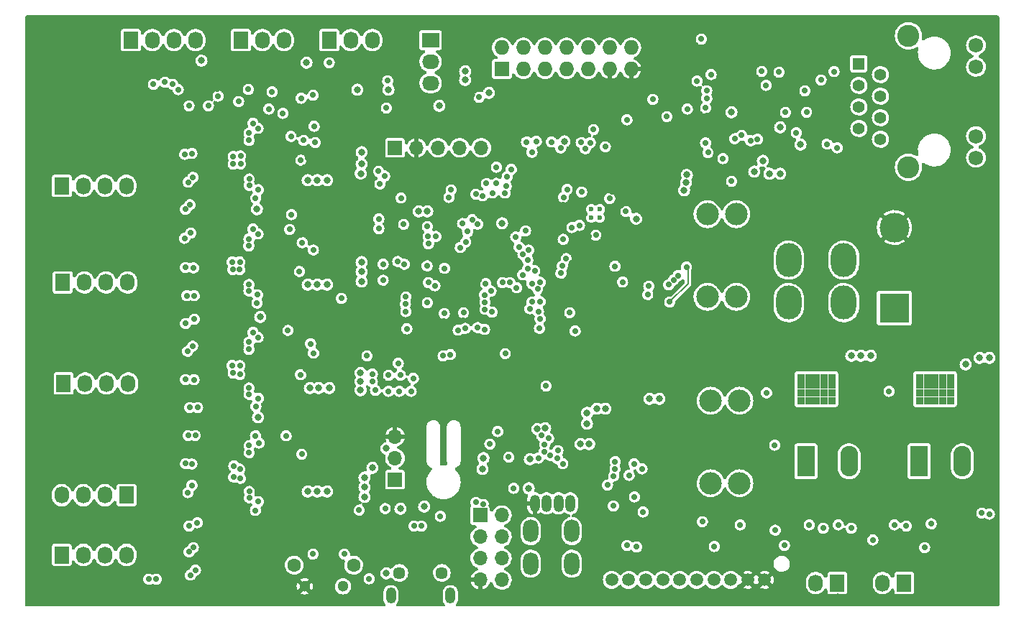
<source format=gbr>
%TF.GenerationSoftware,KiCad,Pcbnew,(6.0.2)*%
%TF.CreationDate,2022-04-18T10:54:01+08:00*%
%TF.ProjectId,BUDDY_v1.0.0,42554444-595f-4763-912e-302e302e6b69,v1.0.0*%
%TF.SameCoordinates,Original*%
%TF.FileFunction,Copper,L4,Inr*%
%TF.FilePolarity,Positive*%
%FSLAX46Y46*%
G04 Gerber Fmt 4.6, Leading zero omitted, Abs format (unit mm)*
G04 Created by KiCad (PCBNEW (6.0.2)) date 2022-04-18 10:54:01*
%MOMM*%
%LPD*%
G01*
G04 APERTURE LIST*
%TA.AperFunction,ComponentPad*%
%ADD10R,1.700000X1.700000*%
%TD*%
%TA.AperFunction,ComponentPad*%
%ADD11O,1.700000X1.700000*%
%TD*%
%TA.AperFunction,ComponentPad*%
%ADD12C,0.462500*%
%TD*%
%TA.AperFunction,ComponentPad*%
%ADD13R,1.727200X1.727200*%
%TD*%
%TA.AperFunction,ComponentPad*%
%ADD14O,1.727200X1.727200*%
%TD*%
%TA.AperFunction,ComponentPad*%
%ADD15C,1.500000*%
%TD*%
%TA.AperFunction,ComponentPad*%
%ADD16C,2.650000*%
%TD*%
%TA.AperFunction,ComponentPad*%
%ADD17C,1.450000*%
%TD*%
%TA.AperFunction,ComponentPad*%
%ADD18O,1.200000X1.900000*%
%TD*%
%TA.AperFunction,ComponentPad*%
%ADD19R,1.727200X2.032000*%
%TD*%
%TA.AperFunction,ComponentPad*%
%ADD20O,1.727200X2.032000*%
%TD*%
%TA.AperFunction,ComponentPad*%
%ADD21C,5.500000*%
%TD*%
%TA.AperFunction,ComponentPad*%
%ADD22R,2.100000X3.600000*%
%TD*%
%TA.AperFunction,ComponentPad*%
%ADD23O,2.100000X3.600000*%
%TD*%
%TA.AperFunction,ComponentPad*%
%ADD24R,0.900000X0.900000*%
%TD*%
%TA.AperFunction,ComponentPad*%
%ADD25C,1.300000*%
%TD*%
%TA.AperFunction,ComponentPad*%
%ADD26C,1.600000*%
%TD*%
%TA.AperFunction,ComponentPad*%
%ADD27O,1.200000X2.000000*%
%TD*%
%TA.AperFunction,ComponentPad*%
%ADD28O,1.800000X2.700000*%
%TD*%
%TA.AperFunction,ComponentPad*%
%ADD29R,2.032000X1.727200*%
%TD*%
%TA.AperFunction,ComponentPad*%
%ADD30O,2.032000X1.727200*%
%TD*%
%TA.AperFunction,ComponentPad*%
%ADD31O,3.000000X4.000000*%
%TD*%
%TA.AperFunction,ComponentPad*%
%ADD32C,1.400000*%
%TD*%
%TA.AperFunction,ComponentPad*%
%ADD33R,1.400000X1.400000*%
%TD*%
%TA.AperFunction,ComponentPad*%
%ADD34C,1.720000*%
%TD*%
%TA.AperFunction,ComponentPad*%
%ADD35C,2.600000*%
%TD*%
%TA.AperFunction,ComponentPad*%
%ADD36C,0.500000*%
%TD*%
%TA.AperFunction,ComponentPad*%
%ADD37C,0.600000*%
%TD*%
%TA.AperFunction,ComponentPad*%
%ADD38R,3.500000X3.500000*%
%TD*%
%TA.AperFunction,ComponentPad*%
%ADD39C,3.500000*%
%TD*%
%TA.AperFunction,ViaPad*%
%ADD40C,0.700000*%
%TD*%
%TA.AperFunction,ViaPad*%
%ADD41C,0.800000*%
%TD*%
%TA.AperFunction,Conductor*%
%ADD42C,0.150000*%
%TD*%
G04 APERTURE END LIST*
D10*
%TO.N,/CPU/SWCLK*%
%TO.C,J21*%
X129413000Y-75057000D03*
D11*
%TO.N,GND*%
X131953000Y-75057000D03*
%TO.N,/CPU/SWDIO*%
X134493000Y-75057000D03*
%TO.N,/CPU/NRST*%
X137033000Y-75057000D03*
%TO.N,/CPU/SWO*%
X139573000Y-75057000D03*
%TD*%
D12*
%TO.N,GND*%
%TO.C,U6*%
X114431500Y-114661500D03*
X113506500Y-111886500D03*
X113506500Y-112811500D03*
X115356500Y-112811500D03*
X116281500Y-112811500D03*
X116281500Y-113736500D03*
X114431500Y-113736500D03*
X116281500Y-111886500D03*
X115356500Y-113736500D03*
X115356500Y-114661500D03*
X113506500Y-114661500D03*
X113506500Y-113736500D03*
X114431500Y-112811500D03*
X115356500Y-111886500D03*
X114431500Y-111886500D03*
X116281500Y-114661500D03*
%TD*%
%TO.N,GND*%
%TO.C,U7*%
X115356500Y-101554500D03*
X116281500Y-101554500D03*
X115356500Y-100629500D03*
X115356500Y-99704500D03*
X114431500Y-101554500D03*
X116281500Y-100629500D03*
X116281500Y-102479500D03*
X115356500Y-102479500D03*
X116281500Y-99704500D03*
X114431500Y-99704500D03*
X113506500Y-99704500D03*
X113506500Y-102479500D03*
X113506500Y-101554500D03*
X113506500Y-100629500D03*
X114431500Y-100629500D03*
X114431500Y-102479500D03*
%TD*%
%TO.N,GND*%
%TO.C,U8*%
X116281500Y-77841500D03*
X115356500Y-75066500D03*
X115356500Y-77841500D03*
X113506500Y-75991500D03*
X116281500Y-75066500D03*
X115356500Y-76916500D03*
X115356500Y-75991500D03*
X113506500Y-77841500D03*
X114431500Y-75991500D03*
X114431500Y-75066500D03*
X114431500Y-77841500D03*
X113506500Y-76916500D03*
X114431500Y-76916500D03*
X116281500Y-75991500D03*
X113506500Y-75066500D03*
X116281500Y-76916500D03*
%TD*%
%TO.N,GND*%
%TO.C,U9*%
X115356500Y-87512500D03*
X113506500Y-90287500D03*
X116281500Y-89362500D03*
X113506500Y-88437500D03*
X115356500Y-90287500D03*
X116281500Y-87512500D03*
X114431500Y-87512500D03*
X114431500Y-89362500D03*
X115356500Y-88437500D03*
X113506500Y-89362500D03*
X114431500Y-90287500D03*
X113506500Y-87512500D03*
X114431500Y-88437500D03*
X116281500Y-88437500D03*
X115356500Y-89362500D03*
X116281500Y-90287500D03*
%TD*%
D13*
%TO.N,Net-(C63-Pad1)*%
%TO.C,J8*%
X141986000Y-65786000D03*
D14*
%TO.N,Net-(J8-Pad2)*%
X141986000Y-63246000D03*
%TO.N,Net-(J8-Pad3)*%
X144526000Y-65786000D03*
%TO.N,Net-(J8-Pad4)*%
X144526000Y-63246000D03*
%TO.N,Net-(J8-Pad5)*%
X147066000Y-65786000D03*
%TO.N,Net-(J8-Pad6)*%
X147066000Y-63246000D03*
%TO.N,Net-(J8-Pad7)*%
X149606000Y-65786000D03*
%TO.N,Net-(J8-Pad8)*%
X149606000Y-63246000D03*
%TO.N,Net-(J8-Pad9)*%
X152146000Y-65786000D03*
%TO.N,Net-(J8-Pad10)*%
X152146000Y-63246000D03*
%TO.N,GND*%
X154686000Y-65786000D03*
%TO.N,Net-(J8-Pad12)*%
X154686000Y-63246000D03*
%TO.N,GND*%
X157226000Y-65786000D03*
%TO.N,Net-(J8-Pad14)*%
X157226000Y-63246000D03*
%TD*%
D10*
%TO.N,+3V3*%
%TO.C,J1*%
X129413000Y-114173000D03*
D11*
%TO.N,Net-(J1-Pad2)*%
X129413000Y-111633000D03*
%TO.N,GND*%
X129413000Y-109093000D03*
%TD*%
D15*
%TO.N,/CPU/PE0*%
%TO.C,J23*%
X154940000Y-125984000D03*
%TO.N,/CPU/PB5*%
X156940000Y-125984000D03*
%TO.N,/CPU/TX_1*%
X158940000Y-125984000D03*
%TO.N,/CPU/RX_1*%
X160940000Y-125984000D03*
%TO.N,/CPU/SCL*%
X162940000Y-125984000D03*
%TO.N,/CPU/SDA*%
X164940000Y-125984000D03*
%TO.N,Net-(J23-Pad7)*%
X166940000Y-125984000D03*
X168940000Y-125984000D03*
%TO.N,GND*%
X170940000Y-125984000D03*
X172940000Y-125984000D03*
%TD*%
D10*
%TO.N,/CPU/PC6_ESP-Rx*%
%TO.C,J10*%
X139446000Y-118364000D03*
D11*
%TO.N,+3V3*%
X141986000Y-118364000D03*
%TO.N,/CPU/PE6_ESP-GPIO0*%
X139446000Y-120904000D03*
%TO.N,/CPU/PC13_ESP-RST*%
X141986000Y-120904000D03*
%TO.N,unconnected-(J10-Pad5)*%
X139446000Y-123444000D03*
%TO.N,+3V3*%
X141986000Y-123444000D03*
%TO.N,GND*%
X139446000Y-125984000D03*
%TO.N,/CPU/PC7_ESP-Tx*%
X141986000Y-125984000D03*
%TD*%
D16*
%TO.N,+24VMOT*%
%TO.C,F3*%
X169594000Y-82887000D03*
X166194000Y-82887000D03*
%TO.N,Net-(C26-Pad1)*%
X169594000Y-92627000D03*
X166194000Y-92627000D03*
%TD*%
D17*
%TO.N,Net-(J2-Pad6)*%
%TO.C,J2*%
X134926000Y-125160000D03*
D18*
X135926000Y-127860000D03*
X128926000Y-127860000D03*
D17*
X129926000Y-125160000D03*
%TD*%
D19*
%TO.N,Net-(J7-Pad1)*%
%TO.C,J7*%
X98298000Y-62357000D03*
D20*
%TO.N,Net-(J7-Pad2)*%
X100838000Y-62357000D03*
%TO.N,Net-(J7-Pad3)*%
X103378000Y-62357000D03*
%TO.N,Net-(J7-Pad4)*%
X105918000Y-62357000D03*
%TD*%
D19*
%TO.N,Net-(J9-Pad1)*%
%TO.C,J9*%
X111252000Y-62357000D03*
D20*
%TO.N,Net-(J9-Pad2)*%
X113792000Y-62357000D03*
%TO.N,Net-(J9-Pad3)*%
X116332000Y-62357000D03*
%TD*%
D21*
%TO.N,GND*%
%TO.C,J17*%
X100702000Y-71285000D03*
%TD*%
%TO.N,GND*%
%TO.C,J18*%
X112702000Y-124285000D03*
%TD*%
%TO.N,GND*%
%TO.C,J19*%
X195702000Y-124285000D03*
%TD*%
D19*
%TO.N,Net-(L1-Pad2)*%
%TO.C,P1*%
X121666000Y-62357000D03*
D20*
%TO.N,Net-(C51-Pad1)*%
X124206000Y-62357000D03*
%TO.N,Net-(D5-Pad1)*%
X126746000Y-62357000D03*
%TD*%
D19*
%TO.N,Net-(P3-Pad1)*%
%TO.C,P3*%
X181483000Y-126365000D03*
D20*
%TO.N,Net-(L5-Pad2)*%
X178943000Y-126365000D03*
%TD*%
D19*
%TO.N,Net-(P4-Pad1)*%
%TO.C,P4*%
X189357000Y-126365000D03*
D20*
%TO.N,Net-(L6-Pad2)*%
X186817000Y-126365000D03*
%TD*%
D22*
%TO.N,Net-(D12-Pad2)*%
%TO.C,P5*%
X177800000Y-112014000D03*
D23*
%TO.N,24V2*%
X182880000Y-112014000D03*
%TD*%
D22*
%TO.N,Net-(D14-Pad2)*%
%TO.C,P6*%
X191135000Y-112014000D03*
D23*
%TO.N,24V2*%
X196215000Y-112014000D03*
%TD*%
D19*
%TO.N,Net-(C68-Pad2)*%
%TO.C,P8*%
X90390000Y-102838000D03*
D20*
%TO.N,Net-(C69-Pad2)*%
X92930000Y-102838000D03*
%TO.N,Net-(C70-Pad2)*%
X95470000Y-102838000D03*
%TO.N,Net-(C71-Pad2)*%
X98010000Y-102838000D03*
%TD*%
D19*
%TO.N,Net-(C94-Pad2)*%
%TO.C,P9*%
X90170000Y-79538000D03*
D20*
%TO.N,Net-(C95-Pad2)*%
X92710000Y-79538000D03*
%TO.N,Net-(C96-Pad2)*%
X95250000Y-79538000D03*
%TO.N,Net-(C97-Pad2)*%
X97790000Y-79538000D03*
%TD*%
D19*
%TO.N,Net-(C98-Pad2)*%
%TO.C,P10*%
X90290000Y-90938000D03*
D20*
%TO.N,Net-(C99-Pad2)*%
X92830000Y-90938000D03*
%TO.N,Net-(C100-Pad2)*%
X95370000Y-90938000D03*
%TO.N,Net-(C101-Pad2)*%
X97910000Y-90938000D03*
%TD*%
D24*
%TO.N,Net-(D12-Pad2)*%
%TO.C,Q3*%
X180827000Y-103055000D03*
X180827000Y-102155000D03*
X177227000Y-103955000D03*
X179927000Y-104855000D03*
X178127000Y-102155000D03*
X177227000Y-102155000D03*
X179027000Y-103955000D03*
X177227000Y-104855000D03*
X180827000Y-103955000D03*
X178127000Y-104855000D03*
X179027000Y-103055000D03*
X179927000Y-103955000D03*
X178127000Y-103055000D03*
X179927000Y-102155000D03*
X180827000Y-104855000D03*
X179027000Y-104855000D03*
X178127000Y-103955000D03*
X179027000Y-102155000D03*
X179927000Y-103055000D03*
X177227000Y-103055000D03*
%TD*%
%TO.N,Net-(D14-Pad2)*%
%TO.C,Q4*%
X194797000Y-103955000D03*
X193897000Y-103055000D03*
X191197000Y-103055000D03*
X194797000Y-102155000D03*
X193897000Y-104855000D03*
X192097000Y-104855000D03*
X192997000Y-102155000D03*
X191197000Y-103955000D03*
X192097000Y-103055000D03*
X192997000Y-103055000D03*
X194797000Y-103055000D03*
X192097000Y-103955000D03*
X191197000Y-104855000D03*
X193897000Y-103955000D03*
X192997000Y-104855000D03*
X191197000Y-102155000D03*
X192097000Y-102155000D03*
X192997000Y-103955000D03*
X194797000Y-104855000D03*
X193897000Y-102155000D03*
%TD*%
D25*
%TO.N,Net-(C108-Pad1)*%
%TO.C,SW1*%
X123291600Y-126746000D03*
%TO.N,GND*%
X118770400Y-126746000D03*
D26*
%TO.N,N/C*%
X124536200Y-124256800D03*
X117525800Y-124256800D03*
%TD*%
D27*
%TO.N,Net-(C115-Pad1)*%
%TO.C,J20*%
X150055000Y-116969000D03*
%TO.N,USB-HS_N*%
X148655000Y-116969000D03*
%TO.N,USB-HS_P*%
X147255000Y-116969000D03*
%TO.N,GND*%
X145855000Y-116969000D03*
D28*
%TO.N,Net-(J20-Pad5)*%
X145385000Y-124079000D03*
X150225000Y-124079000D03*
X145385000Y-120239000D03*
X150225000Y-120239000D03*
%TD*%
D29*
%TO.N,Net-(L2-Pad2)*%
%TO.C,P2*%
X133604000Y-62357000D03*
D30*
%TO.N,Net-(C62-Pad1)*%
X133604000Y-64897000D03*
%TO.N,Net-(D6-Pad1)*%
X133604000Y-67437000D03*
%TD*%
D31*
%TO.N,+24V*%
%TO.C,J5*%
X175768000Y-93305000D03*
X175768000Y-88305000D03*
%TD*%
%TO.N,Net-(J4-Pad1)*%
%TO.C,J4*%
X182252000Y-93305000D03*
X182252000Y-88305000D03*
%TD*%
D32*
%TO.N,/ETHERNET/TD_P*%
%TO.C,J3*%
X186563000Y-74046000D03*
%TO.N,/ETHERNET/TD_N*%
X184023000Y-72776000D03*
%TO.N,/ETHERNET/RD_P*%
X186563000Y-71506000D03*
%TO.N,Net-(C102-Pad1)*%
X184023000Y-70236000D03*
X186563000Y-68966000D03*
%TO.N,/ETHERNET/RD_N*%
X184023000Y-67696000D03*
%TO.N,N/C*%
X186563000Y-66426000D03*
D33*
%TO.N,Net-(J3-Pad13)*%
X184023000Y-65156000D03*
D34*
%TO.N,/ETHERNET/ETH_LED2*%
X197813000Y-76221000D03*
%TO.N,Net-(J3-Pad10)*%
X197813000Y-73681000D03*
%TO.N,Net-(J3-Pad11)*%
X197813000Y-65511000D03*
%TO.N,/ETHERNET/ETH_LED1*%
X197813000Y-62971000D03*
D35*
%TO.N,Net-(J3-Pad13)*%
X189863000Y-77341000D03*
X189863000Y-61851000D03*
%TD*%
D21*
%TO.N,GND*%
%TO.C,J16*%
X179782000Y-81285000D03*
%TD*%
D36*
%TO.N,GND*%
%TO.C,U1*%
X172178000Y-69950000D03*
X173158000Y-70930000D03*
X171198000Y-69950000D03*
X171198000Y-70930000D03*
X173158000Y-71910000D03*
X171198000Y-71910000D03*
X172178000Y-70930000D03*
X172178000Y-71910000D03*
X173158000Y-69950000D03*
%TD*%
D37*
%TO.N,N/C*%
%TO.C,U5*%
X152535000Y-83304000D03*
X152535000Y-82304000D03*
X153535000Y-82304000D03*
X153535000Y-83304000D03*
%TD*%
D16*
%TO.N,24V2*%
%TO.C,F1*%
X166575000Y-114598000D03*
X169975000Y-114598000D03*
%TO.N,+24V*%
X169975000Y-104858000D03*
X166575000Y-104858000D03*
%TD*%
D12*
%TO.N,GND*%
%TO.C,*%
X158619711Y-88625317D03*
%TD*%
D38*
%TO.N,Net-(J4-Pad1)*%
%TO.C,U99*%
X188200000Y-93950000D03*
D39*
%TO.N,GND*%
X188200000Y-84450000D03*
%TD*%
D12*
%TO.N,GND*%
%TO.C,*%
X160381500Y-88625317D03*
%TD*%
%TO.N,GND*%
%TO.C,*%
X158616342Y-89375317D03*
%TD*%
D19*
%TO.N,Net-(C64-Pad2)*%
%TO.C,P7*%
X97800000Y-116010000D03*
D20*
%TO.N,Net-(P7-Pad2)*%
X95260000Y-116010000D03*
%TO.N,Net-(P7-Pad3)*%
X92720000Y-116010000D03*
%TO.N,Net-(C67-Pad2)*%
X90180000Y-116010000D03*
%TD*%
D12*
%TO.N,GND*%
%TO.C,*%
X159500000Y-89375317D03*
%TD*%
%TO.N,GND*%
%TO.C,*%
X159500000Y-88625317D03*
%TD*%
%TO.N,GND*%
%TO.C,*%
X160378131Y-89375317D03*
%TD*%
D19*
%TO.N,Net-(P7-Pad2)*%
%TO.C,P99*%
X90180000Y-123048000D03*
D20*
%TO.N,Net-(C65-Pad2)*%
X92720000Y-123048000D03*
%TO.N,Net-(C66-Pad2)*%
X95260000Y-123048000D03*
%TO.N,Net-(P7-Pad3)*%
X97800000Y-123048000D03*
%TD*%
D40*
%TO.N,+5V*%
X110998000Y-69596000D03*
D41*
X163775055Y-78245070D03*
X134620000Y-70104000D03*
D40*
X161758425Y-93233259D03*
D41*
X157802610Y-83417180D03*
D40*
X152781000Y-72898000D03*
D41*
X160528000Y-104648000D03*
D40*
X162739181Y-90112031D03*
D41*
X163675275Y-79168031D03*
D40*
X147828000Y-74367070D03*
X151337800Y-74431659D03*
D41*
X118999000Y-65024000D03*
D40*
X162202866Y-90642110D03*
X112141477Y-68168990D03*
D41*
X145288000Y-111760000D03*
X159385008Y-104648000D03*
X146177000Y-108204000D03*
X152273000Y-109982000D03*
X137668000Y-67056000D03*
D40*
X121666000Y-65024000D03*
D41*
X106628536Y-64777352D03*
D40*
X107442000Y-70104000D03*
X156591000Y-82550000D03*
X144899984Y-74365641D03*
X154178000Y-74930000D03*
X163719527Y-89095464D03*
D41*
X147095043Y-108108674D03*
D40*
X161616661Y-91203370D03*
X163830000Y-70485000D03*
D41*
X149352000Y-74295000D03*
X151257000Y-109982000D03*
X140462000Y-68580000D03*
D40*
X146050000Y-74295000D03*
D41*
X137668000Y-66040000D03*
X128651000Y-68199000D03*
X163450771Y-80082677D03*
X124968000Y-68199000D03*
D40*
%TO.N,GND*%
X114474651Y-104402137D03*
X118131400Y-100092000D03*
X118891400Y-88941500D03*
X118891400Y-101131500D03*
X118366540Y-109735620D03*
X115273460Y-109944540D03*
X118131400Y-87902000D03*
X118132000Y-112275000D03*
X118892000Y-113314500D03*
X118182000Y-114005000D03*
X114474651Y-116582137D03*
X115273460Y-85574540D03*
X115273460Y-97764540D03*
X118366540Y-72915620D03*
X115273460Y-73124540D03*
X118366540Y-97555620D03*
X117856000Y-106934000D03*
X118237000Y-94869000D03*
X130556000Y-85598000D03*
X162560000Y-119761000D03*
X140081000Y-85598000D03*
X139319000Y-90678000D03*
X125476000Y-82169000D03*
X169257000Y-62929000D03*
X171924000Y-62421000D03*
X176496000Y-63183000D03*
D41*
X161544000Y-110871000D03*
X160528000Y-109347000D03*
X160528000Y-110490000D03*
X167386000Y-61595000D03*
D40*
X143383000Y-103632000D03*
X162306000Y-76708000D03*
X170053000Y-78613000D03*
X162052000Y-79756000D03*
X104394000Y-64897000D03*
X126043990Y-98044000D03*
X105971119Y-116422613D03*
X97261203Y-128431125D03*
X104267000Y-70231000D03*
X166116000Y-73324967D03*
X125984000Y-110363000D03*
X106627000Y-73336000D03*
D41*
X199500000Y-128000000D03*
D40*
X165862000Y-64896986D03*
X107618496Y-64635930D03*
X94000000Y-60660000D03*
X86650000Y-114413044D03*
X86650000Y-79978264D03*
X109093000Y-71247000D03*
X113661203Y-128431125D03*
X101347000Y-84085000D03*
X100800000Y-124800000D03*
X168148000Y-66294000D03*
D41*
X154000000Y-60500000D03*
X196850000Y-60325000D03*
D40*
X110302393Y-96435393D03*
X126365000Y-72263000D03*
D41*
X131064000Y-82550000D03*
D40*
X107922000Y-71750000D03*
D41*
X120000000Y-60500000D03*
D40*
X100500000Y-107300000D03*
X180721000Y-73787000D03*
X86650000Y-128186960D03*
X101312000Y-87375000D03*
X122809000Y-67945000D03*
X161544000Y-128016000D03*
X87000000Y-63300000D03*
X130556000Y-120269000D03*
X101277941Y-80270012D03*
X86650000Y-84569568D03*
X86650000Y-119004348D03*
X86650000Y-89160872D03*
X182245000Y-70993000D03*
D41*
X170815000Y-60452000D03*
D40*
X93161203Y-128431125D03*
D41*
X153976326Y-113722904D03*
D40*
X125916990Y-97207740D03*
D41*
X168021000Y-60452000D03*
D40*
X105807000Y-91165000D03*
X142112998Y-104058663D03*
X169545000Y-128016000D03*
X101523000Y-113919000D03*
X118329015Y-85327797D03*
X199390000Y-64262000D03*
X126111000Y-122428000D03*
X110415560Y-118161290D03*
D41*
X139000000Y-60500000D03*
D40*
X101361203Y-128431125D03*
X86650000Y-109821740D03*
D41*
X178878932Y-124114383D03*
D40*
X177927000Y-65354000D03*
X88050000Y-60660000D03*
X154559000Y-128016000D03*
X105717000Y-77450000D03*
X100900000Y-120900000D03*
X156045094Y-81877094D03*
D41*
X188250000Y-124000000D03*
X199500000Y-94000000D03*
D40*
X119159953Y-76242947D03*
X156845000Y-68961000D03*
D41*
X158750000Y-71882000D03*
D40*
X125095000Y-72263000D03*
X141097000Y-101219000D03*
D41*
X164250000Y-103250000D03*
X157000000Y-60500000D03*
D40*
X164000000Y-94300000D03*
X107559893Y-99177893D03*
D41*
X199390000Y-60325000D03*
X196500000Y-128000000D03*
D40*
X125476000Y-83439000D03*
X164211000Y-128016000D03*
X126873000Y-123825000D03*
X86650000Y-107526088D03*
X151003000Y-115570000D03*
X150241000Y-88646000D03*
X199644000Y-119253000D03*
X106226886Y-70430114D03*
X101459000Y-110617000D03*
D41*
X108077000Y-94234000D03*
D40*
X133731000Y-122936000D03*
X101000000Y-118400000D03*
D41*
X104500000Y-60500000D03*
D40*
X137468375Y-80518000D03*
X137033000Y-123063000D03*
D41*
X199500000Y-85000000D03*
D40*
X107952000Y-83950000D03*
D41*
X160000000Y-60500000D03*
D40*
X101152000Y-77480000D03*
X170180000Y-76629957D03*
X199390000Y-71120000D03*
X86650000Y-91456524D03*
X199390000Y-73025000D03*
X86650000Y-121300000D03*
D41*
X160528000Y-71882000D03*
D40*
X107551393Y-87046393D03*
X156800000Y-128016000D03*
X199390000Y-66675000D03*
X174500000Y-128000000D03*
X86650000Y-105230436D03*
X101452000Y-121600000D03*
X141986000Y-71755000D03*
D41*
X165100000Y-60452000D03*
X99500000Y-60500000D03*
D40*
X199390000Y-68707000D03*
D41*
X147500000Y-60500000D03*
D40*
X112141000Y-64897000D03*
X180721000Y-70993000D03*
D41*
X194183000Y-60325000D03*
D40*
X181483000Y-67306011D03*
X125095000Y-85598000D03*
D41*
X157988000Y-72771000D03*
D40*
X108437792Y-68123832D03*
X124174010Y-110417726D03*
X154984408Y-80230090D03*
D41*
X112500000Y-60500000D03*
D40*
X152213010Y-85479536D03*
X145923000Y-99949000D03*
X124206000Y-122428000D03*
X101542000Y-104010000D03*
X107962000Y-98225000D03*
X126037337Y-109488620D03*
X100500000Y-100700000D03*
X101500000Y-117700000D03*
D41*
X194183000Y-128143000D03*
X153035000Y-116205000D03*
X151000000Y-60500000D03*
D40*
X111007372Y-108050049D03*
X135001000Y-102362000D03*
D41*
X179500000Y-123250000D03*
D40*
X124096221Y-98026779D03*
X101497000Y-100700000D03*
X166878000Y-128016000D03*
X126111000Y-121539000D03*
X106689756Y-116348016D03*
D41*
X189250000Y-123000000D03*
D40*
X114370310Y-92232458D03*
X110617000Y-81153000D03*
D41*
X185039000Y-120523000D03*
D40*
X105882000Y-90265000D03*
D41*
X102000000Y-60500000D03*
D40*
X124968000Y-98044000D03*
X108171607Y-105934607D03*
X107502000Y-103360000D03*
D41*
X131572000Y-81026000D03*
X117500000Y-60500000D03*
X144500000Y-60500000D03*
X158090798Y-73923990D03*
D40*
X86650000Y-116708696D03*
X86650000Y-123595652D03*
D41*
X176911000Y-60452000D03*
D40*
X124042784Y-85527341D03*
X86650000Y-98343480D03*
X101392000Y-127510000D03*
D41*
X179832000Y-60452000D03*
D40*
X86650000Y-102934784D03*
X149225000Y-81788000D03*
X126110992Y-85598000D03*
X101371000Y-81200000D03*
X125095000Y-110363000D03*
X151003000Y-72263000D03*
X108022000Y-118145000D03*
D41*
X162687000Y-60452000D03*
X187750000Y-123000000D03*
X179324000Y-73533000D03*
D40*
X105461203Y-128431125D03*
D41*
X191770000Y-60325000D03*
D40*
X100200000Y-104100000D03*
X152934655Y-80226707D03*
D41*
X199500000Y-125000000D03*
D40*
X86650000Y-112117392D03*
X199390000Y-62484000D03*
X101552000Y-107320000D03*
X100400000Y-90900000D03*
X143256004Y-99822000D03*
D41*
X199500000Y-82000000D03*
D40*
X167132000Y-120777000D03*
D41*
X97000000Y-60500000D03*
X133000000Y-60500000D03*
D40*
X119729102Y-82293455D03*
D41*
X164222506Y-105000000D03*
D40*
X118456417Y-75149820D03*
X103200000Y-115200000D03*
X101502000Y-90850000D03*
X105687000Y-99810000D03*
X180400000Y-68100000D03*
X199390000Y-74930000D03*
X108531990Y-108651828D03*
X86650000Y-93752176D03*
X166115984Y-71247000D03*
D41*
X116205006Y-68453000D03*
D40*
X150622000Y-95250000D03*
X105662000Y-74600000D03*
X147320000Y-72898000D03*
D41*
X181500000Y-128000000D03*
D40*
X152527000Y-128016000D03*
D41*
X176022000Y-120269000D03*
D40*
X86650000Y-86865220D03*
X89061203Y-128431125D03*
X107502000Y-102510000D03*
X146818596Y-75190596D03*
X137795000Y-100838000D03*
D41*
X162814000Y-110871000D03*
X161798000Y-72747891D03*
X140843000Y-117221000D03*
D40*
X110794886Y-105747886D03*
D41*
X173609000Y-60452000D03*
X199500000Y-122500000D03*
D40*
X110490000Y-94107000D03*
D41*
X199500000Y-97000000D03*
D40*
X162560000Y-70993000D03*
X118692000Y-77345000D03*
D41*
X188000000Y-128000000D03*
D40*
X86650000Y-82273916D03*
X135108592Y-95461917D03*
D41*
X158114614Y-73923990D03*
X107950000Y-81661000D03*
D40*
X101567000Y-94466000D03*
X159131000Y-128016000D03*
X87000000Y-69500000D03*
D41*
X125000000Y-60500000D03*
D40*
X125730000Y-96139008D03*
X150495000Y-82677000D03*
D41*
X128396986Y-60452000D03*
D40*
X86650000Y-125891304D03*
D41*
X138465174Y-68803392D03*
D40*
X87000000Y-60650000D03*
X100500000Y-77000000D03*
X171831000Y-128016000D03*
D41*
X122500000Y-60500000D03*
D40*
X176022000Y-67056000D03*
D41*
X187198000Y-60325000D03*
X136000000Y-60500000D03*
D40*
X125095000Y-122428000D03*
X122181257Y-72602300D03*
D41*
X172720000Y-120650000D03*
X199500000Y-91000000D03*
D40*
X134342001Y-83542001D03*
X121158000Y-122809000D03*
X101680000Y-97655000D03*
X106701000Y-76892000D03*
X163018173Y-93207464D03*
X114474651Y-79994010D03*
X135763000Y-123825000D03*
X111147000Y-83850000D03*
X105662000Y-111150000D03*
X168909996Y-67691000D03*
X199517000Y-77089000D03*
X105772000Y-110320000D03*
X86650000Y-75386960D03*
X164750000Y-88610000D03*
X174625000Y-76200000D03*
D41*
X107000000Y-60500000D03*
X147320000Y-112395000D03*
D40*
X144212010Y-73025000D03*
D41*
X178250000Y-123250000D03*
D40*
X175949586Y-64931990D03*
X126111000Y-120396000D03*
D41*
X139954000Y-114427000D03*
D40*
X86650000Y-100639132D03*
X180213000Y-77724000D03*
D41*
X115000000Y-60500000D03*
D40*
X111117000Y-71090000D03*
X173736002Y-76200002D03*
X175895000Y-67945000D03*
X128143000Y-126365000D03*
X146050000Y-103378000D03*
X101452000Y-124345000D03*
X179324000Y-68199000D03*
D41*
X110000000Y-60500000D03*
X97000000Y-64500000D03*
D40*
X137735010Y-101646185D03*
D41*
X183007000Y-60452000D03*
X178000000Y-128000000D03*
D40*
X129721098Y-95123000D03*
X109561203Y-128431125D03*
X86650000Y-77682612D03*
D41*
X185000000Y-128000000D03*
D40*
X137409488Y-95356418D03*
X155214474Y-90341304D03*
X154487852Y-72344116D03*
X141725040Y-109668010D03*
D41*
X141500000Y-60500000D03*
D40*
X162433730Y-67323979D03*
X86650000Y-96047828D03*
X87000000Y-66650000D03*
X105604000Y-87132000D03*
X181737000Y-77470000D03*
X166497000Y-119507000D03*
D41*
X199500000Y-79000000D03*
D40*
%TO.N,+3V3*%
X117162580Y-73705560D03*
X118157000Y-89630000D03*
X191770000Y-122174000D03*
X168021000Y-76327000D03*
X150241000Y-84455000D03*
X119761000Y-122936000D03*
X126365000Y-125857000D03*
X155126990Y-117261796D03*
X181610000Y-119507000D03*
X159766000Y-69342000D03*
X131318000Y-103759000D03*
D41*
X153162000Y-105809010D03*
D40*
X116592004Y-109005000D03*
D41*
X139700000Y-112903000D03*
D40*
X116802000Y-96580000D03*
X117002000Y-84685000D03*
X183134000Y-119888000D03*
X100965000Y-67564000D03*
D41*
X173482000Y-78105000D03*
D40*
X165481989Y-62230000D03*
X139958760Y-96460010D03*
X136846010Y-96559909D03*
X118326587Y-76509587D03*
X167005000Y-122047000D03*
D41*
X154178000Y-105809010D03*
D40*
X166257825Y-75624990D03*
X166624000Y-66421000D03*
X130810000Y-96393000D03*
D41*
X139827000Y-111633000D03*
X132207000Y-82550000D03*
X169037006Y-70866000D03*
D40*
X174179278Y-120131266D03*
X117221000Y-82931000D03*
X129794000Y-100457000D03*
D41*
X152019000Y-106299000D03*
X133223000Y-82550000D03*
D40*
X149987000Y-94488000D03*
D41*
X152019000Y-107569000D03*
D40*
X118291379Y-101791258D03*
X142388222Y-99316013D03*
X166116000Y-69215000D03*
X199390000Y-118237000D03*
X141500000Y-108500000D03*
X165608000Y-119126000D03*
X147193000Y-103124000D03*
X105156000Y-70104000D03*
D41*
X174752000Y-78104994D03*
D40*
%TO.N,Net-(C130-Pad1)*%
X156205795Y-90878834D03*
X159161637Y-92366299D03*
%TO.N,/CPU/PA8_Z-MIN*%
X108585000Y-68961000D03*
D41*
X142024022Y-83949817D03*
%TO.N,Net-(C102-Pad1)*%
X177165000Y-74676000D03*
D40*
X175387000Y-70866000D03*
X177673000Y-68326000D03*
X177869970Y-70866000D03*
X176657000Y-73279000D03*
D41*
X174752000Y-72644000D03*
D40*
X174625000Y-66132010D03*
%TO.N,/CPU/PA3_BED_MON*%
X146420058Y-96339963D03*
X170053000Y-119507000D03*
%TO.N,/CPU/PE10_FAN-0-TACH*%
X128545355Y-67150968D03*
X145034000Y-88265000D03*
%TO.N,Net-(D7-Pad3)*%
X175260000Y-121920000D03*
X179832000Y-119888000D03*
%TO.N,Net-(D8-Pad3)*%
X189611000Y-119634000D03*
X185674000Y-121285000D03*
D41*
%TO.N,Net-(D12-Pad2)*%
X183134000Y-99568000D03*
D40*
X174117000Y-110109000D03*
D41*
X185420000Y-99568000D03*
X184277000Y-99568000D03*
%TO.N,Net-(D14-Pad2)*%
X196596000Y-100584000D03*
X199390000Y-99822000D03*
D40*
X192535152Y-119373695D03*
D41*
X198247000Y-99822000D03*
D40*
%TO.N,Net-(D21-Pad3)*%
X103886000Y-68199000D03*
X102313570Y-67308567D03*
%TO.N,/ETHERNET/ETH_LED2*%
X181483000Y-75057000D03*
X173101000Y-67691000D03*
%TO.N,/ETHERNET/ETH_LED1*%
X172593000Y-66040000D03*
X181102000Y-66074990D03*
%TO.N,/CPU/PE14_FAN-1-TACH*%
X144020033Y-86744414D03*
X139319000Y-69088000D03*
%TO.N,FAN-0-5V*%
X119769272Y-68845277D03*
X143101034Y-77593893D03*
%TO.N,FAN-1-5V*%
X142618474Y-78443521D03*
X128398428Y-70358015D03*
%TO.N,/CPU/PB4_FILAMENT_SENSOR*%
X127508000Y-83439000D03*
X114935000Y-68453000D03*
X119888000Y-72517000D03*
X130429000Y-84074000D03*
X133345500Y-90945578D03*
X118364000Y-69214994D03*
%TO.N,/CPU/PE13_LCD-SW3*%
X151806252Y-75163389D03*
X145161000Y-87114988D03*
%TO.N,HEAT-0-5V*%
X151130000Y-84201000D03*
X173156992Y-103932992D03*
%TO.N,BED-HEAT-5V*%
X187579000Y-103759000D03*
X153054373Y-85358586D03*
%TO.N,Net-(R100-Pad2)*%
X155310446Y-89021781D03*
X159289133Y-91365732D03*
%TO.N,/CPU/PE15_LCD-SW2*%
X148922585Y-75085964D03*
X143629989Y-85561024D03*
%TO.N,/CPU/PE12_LCD-SW1*%
X144471470Y-87627757D03*
X145542000Y-75578979D03*
%TO.N,/CPU/PC3_MOSI2*%
X145855990Y-89537387D03*
X156718000Y-71755000D03*
%TO.N,/CPU/BOOT0*%
X133220646Y-93310112D03*
X130636828Y-93466985D03*
D41*
X126746000Y-112776000D03*
D40*
%TO.N,/CPU/PC2_MISO2*%
X145033666Y-89322204D03*
X161417000Y-71374000D03*
%TO.N,/CPU/PA0_BUZZER*%
X164973000Y-67183000D03*
X145542000Y-91059000D03*
%TO.N,/CPU/PC7_ESP-Tx*%
X143383000Y-115189000D03*
X138487712Y-83515980D03*
%TO.N,/CPU/PC13_ESP-RST*%
X139131687Y-96252330D03*
%TO.N,/CPU/PE6_ESP-GPIO0*%
X137667406Y-96341208D03*
X138938000Y-116840000D03*
%TO.N,/CPU/PC6_ESP-Rx*%
X139827000Y-117094000D03*
X139155528Y-84047561D03*
%TO.N,/CPU/SCL*%
X157607000Y-116205000D03*
X157569382Y-112302324D03*
X140001764Y-94094454D03*
X147499831Y-109321420D03*
%TO.N,/CPU/SDA*%
X146686405Y-108967405D03*
X140848689Y-94421101D03*
X158496000Y-112903000D03*
X158623006Y-117983000D03*
%TO.N,/CPU/PC4_ETH_RMII_RXD0*%
X165989000Y-70358000D03*
X146191999Y-91700272D03*
%TO.N,/CPU/PC5_ETH_RMII_RXD1*%
X166116000Y-68326000D03*
X146490744Y-90896125D03*
%TO.N,/CPU/PA7_ETH_RMII_CRS_DV*%
X165974378Y-74474979D03*
X146488545Y-93184147D03*
%TO.N,/CPU/PA2_ETH_RMII_MDIO*%
X145272933Y-94021709D03*
X169398382Y-73981178D03*
%TO.N,/CPU/PA1_ETH_RMII_REF_CLK*%
X150622000Y-96647000D03*
X169037000Y-78994000D03*
%TO.N,/CPU/PE9_FAN-1*%
X149106085Y-88987493D03*
X151384000Y-80264000D03*
%TO.N,/CPU/PE11_FAN-0*%
X154686000Y-81026000D03*
X149577252Y-88115002D03*
%TO.N,/CPU/PD5_MOT-UART*%
X119466401Y-98150599D03*
X118662000Y-74180000D03*
X118487000Y-86235000D03*
X118422000Y-111170000D03*
X128016000Y-88773000D03*
%TO.N,Net-(C21-Pad1)*%
X154432000Y-114808000D03*
X146304000Y-111633000D03*
%TO.N,/CPU/PA9_USB-FS-VBUS*%
X128257871Y-117576327D03*
X137368019Y-83976233D03*
D41*
%TO.N,Net-(C87-Pad1)*%
X128397000Y-125222000D03*
X145161000Y-115189000D03*
D40*
%TO.N,+24VMOT*%
X112252760Y-116306600D03*
X112247680Y-115552220D03*
X112229900Y-110152180D03*
X112232760Y-104126600D03*
X112209900Y-97972180D03*
X112227680Y-103372220D03*
D41*
X120269000Y-91186000D03*
X119126000Y-91186000D03*
X121411998Y-78867000D03*
X119126000Y-78867000D03*
X120269000Y-78867000D03*
D40*
X112229900Y-110995460D03*
D41*
X113284000Y-106807000D03*
X119380000Y-103378000D03*
X125358990Y-103632000D03*
X125358990Y-102616000D03*
X120396004Y-103377996D03*
D40*
X112212333Y-85804959D03*
D41*
X121412002Y-91186000D03*
X125368258Y-78086236D03*
D40*
X112194900Y-86620460D03*
X112212680Y-91177220D03*
D41*
X121411998Y-115570000D03*
X125476000Y-88519000D03*
X125814457Y-115062000D03*
X120269000Y-115570000D03*
X119126000Y-115570000D03*
X125476000Y-75565000D03*
D40*
X112224900Y-74175460D03*
X112224900Y-73332180D03*
D41*
X125476000Y-90805000D03*
D40*
X112242680Y-78732220D03*
X112217760Y-91931600D03*
D41*
X125476000Y-89662000D03*
D40*
X112209900Y-98815460D03*
D41*
X125358990Y-101600000D03*
X113538000Y-94996000D03*
X113157000Y-82296000D03*
D40*
X112247760Y-79486600D03*
D41*
X121666000Y-103378000D03*
X125476000Y-76962000D03*
X125814457Y-113919000D03*
X125814457Y-116205000D03*
D40*
%TO.N,/CPU/PB12_ETH_RMII_TXD0*%
X149253243Y-80884925D03*
D41*
X171704000Y-77851000D03*
%TO.N,/CPU/PB13_ETH_RMII_TXD1*%
X172720000Y-76581000D03*
D40*
X149673010Y-79950010D03*
%TO.N,/CPU/SWCLK*%
X130107209Y-80971767D03*
X133223000Y-84328000D03*
%TO.N,/CPU/NRST*%
X136017000Y-80010000D03*
D41*
X132842000Y-117348000D03*
D40*
X137473997Y-94503077D03*
X141351000Y-77343000D03*
D41*
X130048000Y-117602000D03*
D40*
X135208336Y-94590394D03*
X123444000Y-122936000D03*
%TO.N,/CPU/PB10_SCK2*%
X152408380Y-74454355D03*
X144780000Y-84836000D03*
%TO.N,/CPU/PB11_ETH_RMII_TX_EN*%
X149218695Y-85848848D03*
X172090127Y-74039338D03*
%TO.N,/CPU/PA4_THERM-1*%
X146491993Y-95189951D03*
X188214000Y-119507000D03*
%TO.N,/CPU/PE8_EPHY_RST*%
X171257856Y-74212099D03*
X148949827Y-89825010D03*
%TO.N,/CPU/PC1_ETH_RMII_MDC*%
X170226578Y-73586172D03*
X144442659Y-90035472D03*
%TO.N,/CPU/PE4_USB-HS-OVERCURRENT*%
X135080758Y-99577518D03*
X140576185Y-109980463D03*
%TO.N,/CPU/PE5_USB-HS-PWR-EN*%
X142796957Y-111505998D03*
X135918970Y-99436373D03*
%TO.N,/CPU/PA10_USB-FS-ID*%
X137952248Y-84932752D03*
X134747000Y-118491000D03*
%TO.N,/CPU/PA6_THERM-PINDA*%
X145547820Y-93217373D03*
X103251000Y-67564000D03*
%TO.N,/CPU/PD7_FLASH-CSN*%
X130048000Y-101854000D03*
X130692001Y-92618766D03*
%TO.N,Net-(C64-Pad2)*%
X100400000Y-125910000D03*
X101300000Y-125910000D03*
%TO.N,Net-(L31-Pad1)*%
X105158540Y-122679460D03*
X105664000Y-122174000D03*
X111221468Y-114023934D03*
X110415499Y-113869698D03*
%TO.N,Net-(L32-Pad1)*%
X106140000Y-119253000D03*
X105158540Y-119634000D03*
X111141351Y-112929888D03*
X110436336Y-112553540D03*
%TO.N,Net-(L33-Pad1)*%
X105505999Y-114831381D03*
X105029000Y-115697028D03*
X112979910Y-108986320D03*
X113411000Y-109855000D03*
%TO.N,Net-(L34-Pad1)*%
X105047000Y-108965000D03*
X105892000Y-108965000D03*
X110363000Y-101600000D03*
X111141906Y-101784496D03*
%TO.N,Net-(L35-Pad1)*%
X110236000Y-100711000D03*
X106167000Y-105665000D03*
X105227000Y-105665000D03*
X111141079Y-100724348D03*
%TO.N,Net-(L36-Pad1)*%
X112676940Y-96806320D03*
X113289080Y-97405760D03*
X104751000Y-102362000D03*
X105750998Y-102385000D03*
%TO.N,Net-(L37-Pad1)*%
X113324640Y-116768880D03*
X112967770Y-117796310D03*
X105320478Y-125432198D03*
X105910380Y-124833380D03*
%TO.N,Net-(L38-Pad1)*%
X113324640Y-104588880D03*
X105487019Y-112324981D03*
X104753000Y-112270000D03*
X113030000Y-105537000D03*
%TO.N,Net-(L39-Pad1)*%
X111224890Y-76954220D03*
X110363000Y-76962000D03*
X105277000Y-81765000D03*
X104752000Y-82295000D03*
%TO.N,Net-(L40-Pad1)*%
X111224890Y-76005998D03*
X110363000Y-76073008D03*
X105624500Y-78537500D03*
X105057000Y-79105000D03*
%TO.N,Net-(L41-Pad1)*%
X113289080Y-72765760D03*
X112676940Y-72166320D03*
X105487000Y-75715000D03*
X104668000Y-75819000D03*
%TO.N,Net-(L45-Pad1)*%
X113324640Y-79994010D03*
X104624000Y-85725000D03*
X112997697Y-80976728D03*
X105367000Y-85090000D03*
%TO.N,/CPU/PC11_MISO*%
X133307950Y-85518804D03*
X128651000Y-101854000D03*
%TO.N,/CPU/PC12_MOSI*%
X128651000Y-103759000D03*
X133347314Y-86367904D03*
%TO.N,/CPU/PD8_E0-DIR*%
X114554000Y-70485000D03*
X142497863Y-79550471D03*
%TO.N,/CPU/PD9_E0-STEP*%
X142361126Y-80389697D03*
X116205000Y-70993000D03*
%TO.N,/CPU/PA15_E0-Diag*%
X120015000Y-74422000D03*
X127508000Y-84582000D03*
%TO.N,Net-(L42-Pad1)*%
X111125002Y-89408000D03*
X104751000Y-95758000D03*
X105791000Y-95250000D03*
X110311554Y-89411241D03*
%TO.N,Net-(L43-Pad1)*%
X104877000Y-92480000D03*
X105762000Y-92480000D03*
X111141008Y-88512983D03*
X110236000Y-88519000D03*
%TO.N,Net-(L44-Pad1)*%
X113289080Y-85215760D03*
X112676940Y-84616320D03*
X104751000Y-89154000D03*
X105682000Y-89205000D03*
%TO.N,Net-(L46-Pad1)*%
X104992000Y-99040000D03*
X113157000Y-93345000D03*
X105589500Y-98442500D03*
X113216990Y-92388898D03*
%TO.N,/CPU/PD10_E0-EN*%
X141329338Y-79242713D03*
X127477884Y-77814207D03*
%TO.N,/CPU/SWO*%
X135762998Y-80899000D03*
X135239017Y-89266697D03*
%TO.N,/CPU/PC10_SCK*%
X129921000Y-103759000D03*
X134213406Y-85496594D03*
%TO.N,/CPU/TX_1*%
X155321000Y-112046032D03*
X156718000Y-121920000D03*
X146978234Y-110882201D03*
X139929568Y-92397561D03*
%TO.N,/CPU/RX_1*%
X147036734Y-110034204D03*
X156972000Y-113665000D03*
X157861000Y-122096002D03*
X140002454Y-93244443D03*
%TO.N,/CPU/PD2_Z-EN*%
X133188973Y-88970956D03*
X125189447Y-117766677D03*
%TO.N,/CPU/PD3_X-EN*%
X126746000Y-101726988D03*
X129734010Y-88459022D03*
D41*
%TO.N,/CPU/PE3_Z-Diag*%
X128397000Y-110490000D03*
D40*
X131572000Y-102234994D03*
%TO.N,/CPU/PE2_X-Diag*%
X119821436Y-99269123D03*
X126111000Y-99568000D03*
%TO.N,/CPU/PD15_Z-DIR*%
X126746000Y-102616000D03*
X138918398Y-80525363D03*
%TO.N,/CPU/PD4_Z-STEP*%
X130521191Y-88779750D03*
X127114734Y-103632000D03*
%TO.N,/CPU/PD14_Y-EN*%
X123094990Y-92805039D03*
X139746758Y-80715990D03*
%TO.N,/CPU/PE1_Y-Diag*%
X128007311Y-90669311D03*
X119792990Y-87103710D03*
%TO.N,/CPU/PD12_Y-DIR*%
X140892690Y-80371606D03*
X128191410Y-78389217D03*
%TO.N,/CPU/PD13_Y-STEP*%
X140168399Y-79264931D03*
X127635000Y-79315010D03*
%TO.N,/CPU/PC0_THERM-0*%
X143731969Y-91562676D03*
X178181000Y-119507000D03*
%TO.N,/CPU/PA5_THERM-2*%
X198501000Y-118110000D03*
X146304000Y-94360996D03*
%TO.N,/CPU/PB5*%
X155321000Y-112896045D03*
X147699954Y-111331245D03*
X140716000Y-91948000D03*
%TO.N,/CPU/PE0*%
X134112000Y-91313000D03*
X140081000Y-91059004D03*
X130683000Y-94361000D03*
X148589997Y-110744011D03*
X155156976Y-113730081D03*
%TO.N,Net-(J3-Pad11)*%
X179578000Y-67056000D03*
%TO.N,Net-(J3-Pad10)*%
X180279658Y-74616110D03*
%TO.N,USB-HS_P*%
X142044000Y-90932000D03*
X148514918Y-111650420D03*
%TO.N,USB-HS_N*%
X149167458Y-112300014D03*
X142944000Y-90932000D03*
%TO.N,USB-FS_N*%
X131630000Y-119634000D03*
X137732199Y-86168801D03*
%TO.N,USB-FS_P*%
X132530000Y-119634000D03*
X137095801Y-86805199D03*
%TD*%
D42*
%TO.N,+5V*%
X163905228Y-89281165D02*
X163905228Y-91096066D01*
X163905228Y-91096066D02*
X161768035Y-93233259D01*
X161768035Y-93233259D02*
X161758425Y-93233259D01*
X163719527Y-89095464D02*
X163905228Y-89281165D01*
%TD*%
%TA.AperFunction,Conductor*%
%TO.N,GND*%
G36*
X200444721Y-59468766D02*
G01*
X200510657Y-59521349D01*
X200547249Y-59597332D01*
X200552000Y-59639500D01*
X200552000Y-128945500D01*
X200533234Y-129027721D01*
X200480651Y-129093657D01*
X200404668Y-129130249D01*
X200362500Y-129135000D01*
X136736952Y-129135000D01*
X136654731Y-129116234D01*
X136588795Y-129063651D01*
X136552203Y-128987668D01*
X136552203Y-128903332D01*
X136588795Y-128827349D01*
X136596126Y-128818700D01*
X136655794Y-128752432D01*
X136662438Y-128745053D01*
X136757589Y-128580247D01*
X136816395Y-128399259D01*
X136831300Y-128257448D01*
X136831300Y-127462552D01*
X136826073Y-127412818D01*
X136817434Y-127330622D01*
X136817433Y-127330618D01*
X136816395Y-127320741D01*
X136774988Y-127193303D01*
X136760659Y-127149201D01*
X136760658Y-127149199D01*
X136757589Y-127139753D01*
X136662438Y-126974947D01*
X136639499Y-126949471D01*
X136541751Y-126840910D01*
X136541748Y-126840908D01*
X136535101Y-126833525D01*
X136381144Y-126721668D01*
X136372074Y-126717630D01*
X136372069Y-126717627D01*
X136216367Y-126648305D01*
X136216363Y-126648304D01*
X136207294Y-126644266D01*
X136197582Y-126642202D01*
X136197580Y-126642201D01*
X136030866Y-126606765D01*
X136021151Y-126604700D01*
X135830849Y-126604700D01*
X135821134Y-126606765D01*
X135654420Y-126642201D01*
X135654418Y-126642202D01*
X135644706Y-126644266D01*
X135470857Y-126721668D01*
X135462829Y-126727501D01*
X135462825Y-126727503D01*
X135324932Y-126827688D01*
X135324928Y-126827692D01*
X135316899Y-126833525D01*
X135310254Y-126840905D01*
X135220856Y-126940192D01*
X135189562Y-126974947D01*
X135094411Y-127139753D01*
X135091342Y-127149199D01*
X135091341Y-127149201D01*
X135077012Y-127193303D01*
X135035605Y-127320741D01*
X135034567Y-127330618D01*
X135034566Y-127330622D01*
X135025927Y-127412818D01*
X135020700Y-127462552D01*
X135020700Y-128257448D01*
X135035605Y-128399259D01*
X135094411Y-128580247D01*
X135189562Y-128745053D01*
X135196206Y-128752432D01*
X135255874Y-128818700D01*
X135296944Y-128892359D01*
X135301988Y-128976544D01*
X135270006Y-129054579D01*
X135207332Y-129111011D01*
X135126381Y-129134661D01*
X135115048Y-129135000D01*
X129736952Y-129135000D01*
X129654731Y-129116234D01*
X129588795Y-129063651D01*
X129552203Y-128987668D01*
X129552203Y-128903332D01*
X129588795Y-128827349D01*
X129596126Y-128818700D01*
X129655794Y-128752432D01*
X129662438Y-128745053D01*
X129757589Y-128580247D01*
X129816395Y-128399259D01*
X129831300Y-128257448D01*
X129831300Y-127462552D01*
X129826073Y-127412818D01*
X129817434Y-127330622D01*
X129817433Y-127330618D01*
X129816395Y-127320741D01*
X129774988Y-127193303D01*
X129760659Y-127149201D01*
X129760658Y-127149199D01*
X129757589Y-127139753D01*
X129662438Y-126974947D01*
X129639499Y-126949471D01*
X129541751Y-126840910D01*
X129541748Y-126840908D01*
X129535101Y-126833525D01*
X129381144Y-126721668D01*
X129372074Y-126717630D01*
X129372069Y-126717627D01*
X129216367Y-126648305D01*
X129216363Y-126648304D01*
X129207294Y-126644266D01*
X129197582Y-126642202D01*
X129197580Y-126642201D01*
X129030866Y-126606765D01*
X129021151Y-126604700D01*
X128830849Y-126604700D01*
X128821134Y-126606765D01*
X128654420Y-126642201D01*
X128654418Y-126642202D01*
X128644706Y-126644266D01*
X128470857Y-126721668D01*
X128462829Y-126727501D01*
X128462825Y-126727503D01*
X128324932Y-126827688D01*
X128324928Y-126827692D01*
X128316899Y-126833525D01*
X128310254Y-126840905D01*
X128220856Y-126940192D01*
X128189562Y-126974947D01*
X128094411Y-127139753D01*
X128091342Y-127149199D01*
X128091341Y-127149201D01*
X128077012Y-127193303D01*
X128035605Y-127320741D01*
X128034567Y-127330618D01*
X128034566Y-127330622D01*
X128025927Y-127412818D01*
X128020700Y-127462552D01*
X128020700Y-128257448D01*
X128035605Y-128399259D01*
X128094411Y-128580247D01*
X128189562Y-128745053D01*
X128196206Y-128752432D01*
X128255874Y-128818700D01*
X128296944Y-128892359D01*
X128301988Y-128976544D01*
X128270006Y-129054579D01*
X128207332Y-129111011D01*
X128126381Y-129134661D01*
X128115048Y-129135000D01*
X86039500Y-129135000D01*
X85957279Y-129116234D01*
X85891343Y-129063651D01*
X85854751Y-128987668D01*
X85850000Y-128945500D01*
X85850000Y-127572259D01*
X118308709Y-127572259D01*
X118317904Y-127581454D01*
X118380138Y-127616236D01*
X118397045Y-127623622D01*
X118556599Y-127675464D01*
X118574616Y-127679425D01*
X118741211Y-127699291D01*
X118759641Y-127699678D01*
X118926930Y-127686806D01*
X118945088Y-127683603D01*
X119106672Y-127638488D01*
X119123882Y-127631813D01*
X119219845Y-127583338D01*
X119232953Y-127572473D01*
X119228144Y-127562954D01*
X118785496Y-127120306D01*
X118769810Y-127110450D01*
X118762657Y-127112953D01*
X118317766Y-127557844D01*
X118308709Y-127572259D01*
X85850000Y-127572259D01*
X85850000Y-126741915D01*
X117816672Y-126741915D01*
X117830710Y-126909084D01*
X117834041Y-126927234D01*
X117880283Y-127088500D01*
X117887075Y-127105656D01*
X117933144Y-127195296D01*
X117944102Y-127208328D01*
X117953894Y-127203296D01*
X118396094Y-126761096D01*
X118405209Y-126746590D01*
X119134850Y-126746590D01*
X119137353Y-126753743D01*
X119582237Y-127198627D01*
X119595730Y-127207105D01*
X119608933Y-127193303D01*
X119637892Y-127142326D01*
X119645392Y-127125479D01*
X119698350Y-126966284D01*
X119702437Y-126948295D01*
X119723963Y-126777897D01*
X119724699Y-126767373D01*
X119724923Y-126751289D01*
X119724481Y-126740735D01*
X119723683Y-126732597D01*
X122331772Y-126732597D01*
X122332548Y-126741839D01*
X122332548Y-126741840D01*
X122346592Y-126909084D01*
X122347448Y-126919284D01*
X122399087Y-127099371D01*
X122484722Y-127265998D01*
X122601090Y-127412818D01*
X122743759Y-127534239D01*
X122751845Y-127538758D01*
X122899204Y-127621115D01*
X122899208Y-127621117D01*
X122907296Y-127625637D01*
X123085471Y-127683529D01*
X123271497Y-127705711D01*
X123280726Y-127705001D01*
X123280730Y-127705001D01*
X123399201Y-127695885D01*
X123458289Y-127691339D01*
X123638731Y-127640958D01*
X123678014Y-127621115D01*
X123797678Y-127560669D01*
X123797682Y-127560666D01*
X123805952Y-127556489D01*
X123953581Y-127441149D01*
X124075995Y-127299330D01*
X124168532Y-127136435D01*
X124173898Y-127120306D01*
X124207010Y-127020766D01*
X124227667Y-126958669D01*
X124251148Y-126772803D01*
X124251522Y-126746000D01*
X124250208Y-126732597D01*
X124234144Y-126568766D01*
X124234143Y-126568763D01*
X124233240Y-126559550D01*
X124230563Y-126550682D01*
X124181772Y-126389077D01*
X124181770Y-126389072D01*
X124179092Y-126380202D01*
X124169145Y-126361495D01*
X124095492Y-126222973D01*
X124095490Y-126222970D01*
X124091139Y-126214787D01*
X123972733Y-126069606D01*
X123954303Y-126054359D01*
X123893566Y-126004114D01*
X123828382Y-125950189D01*
X123820234Y-125945783D01*
X123820232Y-125945782D01*
X123671736Y-125865490D01*
X123671734Y-125865489D01*
X123663585Y-125861083D01*
X123628063Y-125850087D01*
X125704923Y-125850087D01*
X125722328Y-126007737D01*
X125776835Y-126156685D01*
X125783204Y-126166163D01*
X125783206Y-126166167D01*
X125831477Y-126238000D01*
X125865298Y-126288331D01*
X125873748Y-126296020D01*
X125873749Y-126296021D01*
X125959844Y-126374361D01*
X125982609Y-126395076D01*
X126066044Y-126440378D01*
X126107338Y-126462799D01*
X126121996Y-126470758D01*
X126133048Y-126473657D01*
X126133052Y-126473659D01*
X126264364Y-126508108D01*
X126264367Y-126508108D01*
X126275412Y-126511006D01*
X126346559Y-126512124D01*
X126422577Y-126513318D01*
X126422581Y-126513318D01*
X126434001Y-126513497D01*
X126445138Y-126510946D01*
X126445141Y-126510946D01*
X126526084Y-126492407D01*
X126588605Y-126478088D01*
X126621911Y-126461337D01*
X126663583Y-126440378D01*
X126730301Y-126406822D01*
X126850907Y-126303815D01*
X126858569Y-126293153D01*
X126895572Y-126241658D01*
X138329237Y-126241658D01*
X138329458Y-126259826D01*
X138355180Y-126361106D01*
X138360954Y-126377410D01*
X138442166Y-126553573D01*
X138450817Y-126568556D01*
X138562776Y-126726975D01*
X138574006Y-126740123D01*
X138712960Y-126875487D01*
X138726404Y-126886373D01*
X138887692Y-126994143D01*
X138902898Y-127002399D01*
X139081126Y-127078972D01*
X139097584Y-127084319D01*
X139171173Y-127100970D01*
X139188246Y-127100938D01*
X139192000Y-127084422D01*
X139192000Y-126259351D01*
X139187877Y-126241288D01*
X139181050Y-126238000D01*
X138345266Y-126238000D01*
X138329237Y-126241658D01*
X126895572Y-126241658D01*
X126908998Y-126222973D01*
X126943461Y-126175012D01*
X127002620Y-126027850D01*
X127005483Y-126007737D01*
X127009653Y-125978432D01*
X127024968Y-125870824D01*
X127025113Y-125857000D01*
X127024277Y-125850087D01*
X127017614Y-125795034D01*
X127006058Y-125699541D01*
X127002021Y-125688856D01*
X126954033Y-125561857D01*
X126954031Y-125561853D01*
X126949995Y-125551172D01*
X126943083Y-125541114D01*
X126907489Y-125489326D01*
X126860158Y-125420459D01*
X126775307Y-125344860D01*
X126750263Y-125322547D01*
X126741735Y-125314949D01*
X126731641Y-125309605D01*
X126731639Y-125309603D01*
X126611664Y-125246079D01*
X126611662Y-125246078D01*
X126601563Y-125240731D01*
X126590484Y-125237948D01*
X126590481Y-125237947D01*
X126497370Y-125214560D01*
X127686559Y-125214560D01*
X127692781Y-125270920D01*
X127703891Y-125371545D01*
X127705292Y-125384239D01*
X127709218Y-125394968D01*
X127709219Y-125394971D01*
X127730670Y-125453587D01*
X127763958Y-125544551D01*
X127859170Y-125686242D01*
X127867620Y-125693931D01*
X127867621Y-125693932D01*
X127905152Y-125728083D01*
X127985432Y-125801132D01*
X127995469Y-125806582D01*
X127995471Y-125806583D01*
X128054734Y-125838760D01*
X128135455Y-125882588D01*
X128146509Y-125885488D01*
X128289529Y-125923009D01*
X128289532Y-125923009D01*
X128300577Y-125925907D01*
X128376984Y-125927107D01*
X128459841Y-125928409D01*
X128459845Y-125928409D01*
X128471265Y-125928588D01*
X128482402Y-125926037D01*
X128482405Y-125926037D01*
X128579308Y-125903843D01*
X128637667Y-125890477D01*
X128660151Y-125879169D01*
X128779970Y-125818906D01*
X128790174Y-125813774D01*
X128798855Y-125806360D01*
X128798859Y-125806357D01*
X128843013Y-125768645D01*
X128917722Y-125729517D01*
X129002010Y-125726679D01*
X129079182Y-125760692D01*
X129114592Y-125795032D01*
X129181278Y-125879169D01*
X129197561Y-125893027D01*
X129311023Y-125989590D01*
X129335149Y-126010123D01*
X129511525Y-126108697D01*
X129520347Y-126111563D01*
X129520346Y-126111563D01*
X129694869Y-126168269D01*
X129694873Y-126168270D01*
X129703688Y-126171134D01*
X129712889Y-126172231D01*
X129712893Y-126172232D01*
X129810216Y-126183837D01*
X129904319Y-126195058D01*
X129913548Y-126194348D01*
X129913552Y-126194348D01*
X130096541Y-126180268D01*
X130096546Y-126180267D01*
X130105775Y-126179557D01*
X130300384Y-126125221D01*
X130388224Y-126080850D01*
X130448791Y-126050255D01*
X130480733Y-126034120D01*
X130639953Y-125909724D01*
X130771978Y-125756772D01*
X130780452Y-125741856D01*
X130810127Y-125689617D01*
X130871780Y-125581088D01*
X130935557Y-125389366D01*
X130960881Y-125188907D01*
X130961285Y-125160000D01*
X130959868Y-125145545D01*
X133890816Y-125145545D01*
X133891592Y-125154787D01*
X133891592Y-125154788D01*
X133904554Y-125309144D01*
X133907723Y-125346889D01*
X133910278Y-125355798D01*
X133910278Y-125355800D01*
X133924253Y-125404535D01*
X133963416Y-125541114D01*
X133967652Y-125549356D01*
X133967653Y-125549359D01*
X134002470Y-125617105D01*
X134055774Y-125720822D01*
X134061529Y-125728083D01*
X134174329Y-125870401D01*
X134181278Y-125879169D01*
X134197561Y-125893027D01*
X134311023Y-125989590D01*
X134335149Y-126010123D01*
X134511525Y-126108697D01*
X134520347Y-126111563D01*
X134520346Y-126111563D01*
X134694869Y-126168269D01*
X134694873Y-126168270D01*
X134703688Y-126171134D01*
X134712889Y-126172231D01*
X134712893Y-126172232D01*
X134810216Y-126183837D01*
X134904319Y-126195058D01*
X134913548Y-126194348D01*
X134913552Y-126194348D01*
X135096541Y-126180268D01*
X135096546Y-126180267D01*
X135105775Y-126179557D01*
X135300384Y-126125221D01*
X135388224Y-126080850D01*
X135448791Y-126050255D01*
X135480733Y-126034120D01*
X135639953Y-125909724D01*
X135771978Y-125756772D01*
X135780452Y-125741856D01*
X135810127Y-125689617D01*
X135871780Y-125581088D01*
X135935557Y-125389366D01*
X135960881Y-125188907D01*
X135961285Y-125160000D01*
X135955077Y-125096690D01*
X135942472Y-124968128D01*
X135942471Y-124968124D01*
X135941568Y-124958912D01*
X135938727Y-124949500D01*
X135885849Y-124774360D01*
X135885848Y-124774358D01*
X135883169Y-124765484D01*
X135878820Y-124757304D01*
X135878818Y-124757300D01*
X135792659Y-124595259D01*
X135792658Y-124595257D01*
X135788311Y-124587082D01*
X135660608Y-124430503D01*
X135504924Y-124301710D01*
X135327189Y-124205609D01*
X135300935Y-124197482D01*
X135143026Y-124148600D01*
X135143021Y-124148599D01*
X135134173Y-124145860D01*
X135124961Y-124144892D01*
X135124957Y-124144891D01*
X134942441Y-124125708D01*
X134942438Y-124125708D01*
X134933228Y-124124740D01*
X134818843Y-124135150D01*
X134741234Y-124142213D01*
X134741231Y-124142213D01*
X134732007Y-124143053D01*
X134723119Y-124145669D01*
X134723118Y-124145669D01*
X134547069Y-124197482D01*
X134547065Y-124197483D01*
X134538175Y-124200100D01*
X134359116Y-124293710D01*
X134201649Y-124420317D01*
X134071772Y-124575098D01*
X133974433Y-124752158D01*
X133971631Y-124760990D01*
X133971630Y-124760993D01*
X133960383Y-124796448D01*
X133913338Y-124944752D01*
X133912305Y-124953965D01*
X133912304Y-124953968D01*
X133906174Y-125008618D01*
X133890816Y-125145545D01*
X130959868Y-125145545D01*
X130955077Y-125096690D01*
X130942472Y-124968128D01*
X130942471Y-124968124D01*
X130941568Y-124958912D01*
X130938727Y-124949500D01*
X130885849Y-124774360D01*
X130885848Y-124774358D01*
X130883169Y-124765484D01*
X130878820Y-124757304D01*
X130878818Y-124757300D01*
X130792659Y-124595259D01*
X130792658Y-124595257D01*
X130788311Y-124587082D01*
X130660608Y-124430503D01*
X130504924Y-124301710D01*
X130327189Y-124205609D01*
X130300935Y-124197482D01*
X130143026Y-124148600D01*
X130143021Y-124148599D01*
X130134173Y-124145860D01*
X130124961Y-124144892D01*
X130124957Y-124144891D01*
X129942441Y-124125708D01*
X129942438Y-124125708D01*
X129933228Y-124124740D01*
X129818843Y-124135150D01*
X129741234Y-124142213D01*
X129741231Y-124142213D01*
X129732007Y-124143053D01*
X129723119Y-124145669D01*
X129723118Y-124145669D01*
X129547069Y-124197482D01*
X129547065Y-124197483D01*
X129538175Y-124200100D01*
X129359116Y-124293710D01*
X129201649Y-124420317D01*
X129071772Y-124575098D01*
X129067305Y-124583224D01*
X129063264Y-124589125D01*
X129001327Y-124646365D01*
X128920689Y-124671062D01*
X128837321Y-124658326D01*
X128805511Y-124641290D01*
X128802481Y-124638590D01*
X128651613Y-124558710D01*
X128563392Y-124536550D01*
X128497124Y-124519904D01*
X128497121Y-124519904D01*
X128486047Y-124517122D01*
X128474624Y-124517062D01*
X128474622Y-124517062D01*
X128400693Y-124516675D01*
X128315339Y-124516229D01*
X128232343Y-124536154D01*
X128160455Y-124553413D01*
X128160453Y-124553414D01*
X128149347Y-124556080D01*
X128073501Y-124595227D01*
X128011289Y-124627337D01*
X127997651Y-124634376D01*
X127869010Y-124746596D01*
X127862441Y-124755943D01*
X127862439Y-124755945D01*
X127777421Y-124876914D01*
X127777418Y-124876919D01*
X127770852Y-124886262D01*
X127708841Y-125045311D01*
X127702077Y-125096690D01*
X127688247Y-125201741D01*
X127686559Y-125214560D01*
X126497370Y-125214560D01*
X126496012Y-125214219D01*
X126447734Y-125202092D01*
X126436311Y-125202032D01*
X126436309Y-125202032D01*
X126369258Y-125201681D01*
X126289128Y-125201262D01*
X126188417Y-125225440D01*
X126146011Y-125235621D01*
X126146009Y-125235622D01*
X126134903Y-125238288D01*
X126097882Y-125257396D01*
X126017122Y-125299079D01*
X125993961Y-125311033D01*
X125985349Y-125318545D01*
X125985350Y-125318545D01*
X125883047Y-125407789D01*
X125883044Y-125407792D01*
X125874440Y-125415298D01*
X125867873Y-125424642D01*
X125867872Y-125424643D01*
X125813111Y-125502561D01*
X125783240Y-125545063D01*
X125725626Y-125692837D01*
X125724136Y-125704154D01*
X125724135Y-125704158D01*
X125709721Y-125813641D01*
X125704923Y-125850087D01*
X123628063Y-125850087D01*
X123484619Y-125805684D01*
X123475402Y-125804715D01*
X123475401Y-125804715D01*
X123307514Y-125787069D01*
X123307511Y-125787069D01*
X123298301Y-125786101D01*
X123111729Y-125803081D01*
X122932007Y-125855976D01*
X122875556Y-125885488D01*
X122774195Y-125938478D01*
X122774192Y-125938480D01*
X122765982Y-125942772D01*
X122619978Y-126060162D01*
X122614027Y-126067254D01*
X122614025Y-126067256D01*
X122507707Y-126193961D01*
X122499555Y-126203676D01*
X122455389Y-126284014D01*
X122414547Y-126358306D01*
X122409302Y-126367846D01*
X122386294Y-126440378D01*
X122357558Y-126530966D01*
X122352655Y-126546421D01*
X122351623Y-126555623D01*
X122351622Y-126555627D01*
X122341680Y-126644266D01*
X122331772Y-126732597D01*
X119723683Y-126732597D01*
X119707721Y-126569808D01*
X119704138Y-126551710D01*
X119655646Y-126391099D01*
X119648620Y-126374052D01*
X119607594Y-126296892D01*
X119596455Y-126284014D01*
X119586079Y-126289531D01*
X119144706Y-126730904D01*
X119134850Y-126746590D01*
X118405209Y-126746590D01*
X118405950Y-126745410D01*
X118403447Y-126738257D01*
X117958514Y-126293324D01*
X117944099Y-126284267D01*
X117935213Y-126293153D01*
X117897461Y-126361822D01*
X117890194Y-126378778D01*
X117839463Y-126538700D01*
X117835630Y-126556734D01*
X117816930Y-126723456D01*
X117816672Y-126741915D01*
X85850000Y-126741915D01*
X85850000Y-125903087D01*
X99739923Y-125903087D01*
X99757328Y-126060737D01*
X99811835Y-126209685D01*
X99818204Y-126219163D01*
X99818206Y-126219167D01*
X99869851Y-126296021D01*
X99900298Y-126341331D01*
X99908748Y-126349020D01*
X99908749Y-126349021D01*
X99972272Y-126406822D01*
X100017609Y-126448076D01*
X100077580Y-126480638D01*
X100133400Y-126510946D01*
X100156996Y-126523758D01*
X100168048Y-126526657D01*
X100168052Y-126526659D01*
X100299364Y-126561108D01*
X100299367Y-126561108D01*
X100310412Y-126564006D01*
X100381559Y-126565124D01*
X100457577Y-126566318D01*
X100457581Y-126566318D01*
X100469001Y-126566497D01*
X100480138Y-126563946D01*
X100480141Y-126563946D01*
X100561084Y-126545407D01*
X100623605Y-126531088D01*
X100641830Y-126521922D01*
X100765301Y-126459822D01*
X100766798Y-126462799D01*
X100825985Y-126440378D01*
X100910004Y-126447679D01*
X100942422Y-126461549D01*
X100977580Y-126480638D01*
X101033400Y-126510946D01*
X101056996Y-126523758D01*
X101068048Y-126526657D01*
X101068052Y-126526659D01*
X101199364Y-126561108D01*
X101199367Y-126561108D01*
X101210412Y-126564006D01*
X101281559Y-126565124D01*
X101357577Y-126566318D01*
X101357581Y-126566318D01*
X101369001Y-126566497D01*
X101380138Y-126563946D01*
X101380141Y-126563946D01*
X101461084Y-126545407D01*
X101523605Y-126531088D01*
X101541830Y-126521922D01*
X101655093Y-126464956D01*
X101655092Y-126464956D01*
X101665301Y-126459822D01*
X101785907Y-126356815D01*
X101797034Y-126341331D01*
X101853060Y-126263361D01*
X101878461Y-126228012D01*
X101937620Y-126080850D01*
X101940483Y-126060737D01*
X101949255Y-125999096D01*
X101959968Y-125923824D01*
X101960113Y-125910000D01*
X101959277Y-125903087D01*
X101954693Y-125865209D01*
X101941058Y-125752541D01*
X101934505Y-125735198D01*
X101889033Y-125614857D01*
X101889031Y-125614853D01*
X101884995Y-125604172D01*
X101877773Y-125593663D01*
X101844018Y-125544551D01*
X101795158Y-125473459D01*
X101741088Y-125425285D01*
X104660401Y-125425285D01*
X104677806Y-125582935D01*
X104732313Y-125731883D01*
X104738682Y-125741361D01*
X104738684Y-125741365D01*
X104783107Y-125807472D01*
X104820776Y-125863529D01*
X104829226Y-125871218D01*
X104829227Y-125871219D01*
X104927047Y-125960228D01*
X104938087Y-125970274D01*
X104986179Y-125996386D01*
X105063374Y-126038300D01*
X105077474Y-126045956D01*
X105088526Y-126048855D01*
X105088530Y-126048857D01*
X105219842Y-126083306D01*
X105219845Y-126083306D01*
X105230890Y-126086204D01*
X105302037Y-126087322D01*
X105378055Y-126088516D01*
X105378059Y-126088516D01*
X105389479Y-126088695D01*
X105400616Y-126086144D01*
X105400619Y-126086144D01*
X105511550Y-126060737D01*
X105544083Y-126053286D01*
X105685779Y-125982020D01*
X105758581Y-125919841D01*
X118308261Y-125919841D01*
X118313529Y-125929919D01*
X118755304Y-126371694D01*
X118770990Y-126381550D01*
X118778143Y-126379047D01*
X119223153Y-125934037D01*
X119232210Y-125919622D01*
X119223618Y-125911030D01*
X119148476Y-125870401D01*
X119131463Y-125863250D01*
X118971201Y-125813641D01*
X118953132Y-125809931D01*
X118786277Y-125792394D01*
X118767838Y-125792266D01*
X118600754Y-125807472D01*
X118582636Y-125810928D01*
X118421697Y-125858295D01*
X118404585Y-125865209D01*
X118321216Y-125908793D01*
X118308261Y-125919841D01*
X105758581Y-125919841D01*
X105806385Y-125879013D01*
X105817512Y-125863529D01*
X105885692Y-125768645D01*
X105898939Y-125750210D01*
X105938595Y-125651562D01*
X105953837Y-125613648D01*
X105953837Y-125613647D01*
X105958098Y-125603048D01*
X105959086Y-125596108D01*
X105997383Y-125523652D01*
X106065240Y-125473574D01*
X106098703Y-125462549D01*
X106133985Y-125454468D01*
X106182891Y-125429871D01*
X106201604Y-125420459D01*
X106275681Y-125383202D01*
X106396287Y-125280195D01*
X106404603Y-125268623D01*
X106458109Y-125194160D01*
X106488841Y-125151392D01*
X106548000Y-125004230D01*
X106570348Y-124847204D01*
X106570493Y-124833380D01*
X106551438Y-124675921D01*
X106547401Y-124665236D01*
X106499413Y-124538237D01*
X106499411Y-124538233D01*
X106495375Y-124527552D01*
X106488166Y-124517062D01*
X106451454Y-124463647D01*
X106405538Y-124396839D01*
X106305357Y-124307582D01*
X106295643Y-124298927D01*
X106287115Y-124291329D01*
X106277021Y-124285985D01*
X106277019Y-124285983D01*
X106167024Y-124227743D01*
X116416145Y-124227743D01*
X116416713Y-124236411D01*
X116416713Y-124236416D01*
X116422220Y-124320427D01*
X116429431Y-124430448D01*
X116431570Y-124438870D01*
X116473951Y-124605743D01*
X116479435Y-124627337D01*
X116483070Y-124635221D01*
X116483071Y-124635225D01*
X116560426Y-124803021D01*
X116564481Y-124811817D01*
X116624619Y-124896910D01*
X116662289Y-124950211D01*
X116681723Y-124977710D01*
X116715750Y-125010858D01*
X116812819Y-125105418D01*
X116827232Y-125119459D01*
X116996137Y-125232318D01*
X117067291Y-125262888D01*
X117174798Y-125309077D01*
X117174801Y-125309078D01*
X117182780Y-125312506D01*
X117191255Y-125314424D01*
X117191256Y-125314424D01*
X117372438Y-125355421D01*
X117372440Y-125355421D01*
X117380911Y-125357338D01*
X117583895Y-125365314D01*
X117784933Y-125336165D01*
X117977292Y-125270867D01*
X118001347Y-125257396D01*
X118057558Y-125225916D01*
X118154531Y-125171609D01*
X118310713Y-125041713D01*
X118440609Y-124885531D01*
X118539867Y-124708292D01*
X118605165Y-124515933D01*
X118634314Y-124314895D01*
X118635490Y-124269979D01*
X118635689Y-124262390D01*
X118635689Y-124262384D01*
X118635835Y-124256800D01*
X118617247Y-124054512D01*
X118612335Y-124037093D01*
X118564465Y-123867359D01*
X118564464Y-123867357D01*
X118562107Y-123858999D01*
X118549123Y-123832669D01*
X118476102Y-123684599D01*
X118472260Y-123676808D01*
X118459652Y-123659923D01*
X118409168Y-123592318D01*
X118350717Y-123514042D01*
X118299167Y-123466390D01*
X118207924Y-123382045D01*
X118207919Y-123382041D01*
X118201546Y-123376150D01*
X118137560Y-123335778D01*
X118037095Y-123272389D01*
X118037091Y-123272387D01*
X118029745Y-123267752D01*
X118021674Y-123264532D01*
X118021670Y-123264530D01*
X117849134Y-123195695D01*
X117849130Y-123195694D01*
X117841067Y-123192477D01*
X117832555Y-123190784D01*
X117832552Y-123190783D01*
X117721638Y-123168721D01*
X117641830Y-123152846D01*
X117633147Y-123152732D01*
X117633144Y-123152732D01*
X117538159Y-123151489D01*
X117438708Y-123150187D01*
X117430149Y-123151658D01*
X117430145Y-123151658D01*
X117247062Y-123183118D01*
X117247061Y-123183118D01*
X117238502Y-123184589D01*
X117047918Y-123254899D01*
X116873338Y-123358763D01*
X116866810Y-123364488D01*
X116727141Y-123486973D01*
X116727137Y-123486977D01*
X116720609Y-123492702D01*
X116715231Y-123499523D01*
X116715229Y-123499526D01*
X116646659Y-123586507D01*
X116594846Y-123652232D01*
X116577817Y-123684599D01*
X116513959Y-123805973D01*
X116500261Y-123832008D01*
X116440022Y-124026011D01*
X116416145Y-124227743D01*
X106167024Y-124227743D01*
X106157044Y-124222459D01*
X106157042Y-124222458D01*
X106146943Y-124217111D01*
X106135864Y-124214328D01*
X106135861Y-124214327D01*
X106040725Y-124190431D01*
X105993114Y-124178472D01*
X105981691Y-124178412D01*
X105981689Y-124178412D01*
X105914638Y-124178061D01*
X105834508Y-124177642D01*
X105751706Y-124197521D01*
X105691391Y-124212001D01*
X105691389Y-124212002D01*
X105680283Y-124214668D01*
X105604650Y-124253705D01*
X105587823Y-124262390D01*
X105539341Y-124287413D01*
X105530729Y-124294925D01*
X105530730Y-124294925D01*
X105428427Y-124384169D01*
X105428424Y-124384172D01*
X105419820Y-124391678D01*
X105413253Y-124401022D01*
X105413252Y-124401023D01*
X105386653Y-124438870D01*
X105328620Y-124521443D01*
X105271006Y-124669217D01*
X105270815Y-124670665D01*
X105234654Y-124740855D01*
X105167325Y-124791643D01*
X105133971Y-124803021D01*
X105090381Y-124813486D01*
X105058178Y-124830107D01*
X104967491Y-124876914D01*
X104949439Y-124886231D01*
X104922860Y-124909417D01*
X104838525Y-124982987D01*
X104838522Y-124982990D01*
X104829918Y-124990496D01*
X104823351Y-124999840D01*
X104823350Y-124999841D01*
X104749150Y-125105418D01*
X104738718Y-125120261D01*
X104681104Y-125268035D01*
X104679614Y-125279352D01*
X104679613Y-125279356D01*
X104661892Y-125413958D01*
X104660401Y-125425285D01*
X101741088Y-125425285D01*
X101710641Y-125398158D01*
X101685263Y-125375547D01*
X101676735Y-125367949D01*
X101666641Y-125362605D01*
X101666639Y-125362603D01*
X101546664Y-125299079D01*
X101546662Y-125299078D01*
X101536563Y-125293731D01*
X101525484Y-125290948D01*
X101525481Y-125290947D01*
X101413771Y-125262888D01*
X101382734Y-125255092D01*
X101371311Y-125255032D01*
X101371309Y-125255032D01*
X101304258Y-125254681D01*
X101224128Y-125254262D01*
X101127130Y-125277549D01*
X101081011Y-125288621D01*
X101081009Y-125288622D01*
X101069903Y-125291288D01*
X101059750Y-125296528D01*
X101059748Y-125296529D01*
X100936165Y-125360314D01*
X100854495Y-125381348D01*
X100771786Y-125364864D01*
X100760579Y-125359395D01*
X100636563Y-125293731D01*
X100625484Y-125290948D01*
X100625481Y-125290947D01*
X100513771Y-125262888D01*
X100482734Y-125255092D01*
X100471311Y-125255032D01*
X100471309Y-125255032D01*
X100404258Y-125254681D01*
X100324128Y-125254262D01*
X100227130Y-125277549D01*
X100181011Y-125288621D01*
X100181009Y-125288622D01*
X100169903Y-125291288D01*
X100124060Y-125314949D01*
X100041272Y-125357679D01*
X100028961Y-125364033D01*
X100006987Y-125383202D01*
X99918047Y-125460789D01*
X99918044Y-125460792D01*
X99909440Y-125468298D01*
X99902873Y-125477642D01*
X99902872Y-125477643D01*
X99851195Y-125551172D01*
X99818240Y-125598063D01*
X99760626Y-125745837D01*
X99759136Y-125757154D01*
X99759135Y-125757158D01*
X99743072Y-125879169D01*
X99739923Y-125903087D01*
X85850000Y-125903087D01*
X85850000Y-124109358D01*
X89011100Y-124109358D01*
X89011763Y-124114931D01*
X89012523Y-124121315D01*
X89014267Y-124135978D01*
X89020039Y-124148972D01*
X89020039Y-124148973D01*
X89053130Y-124223470D01*
X89060436Y-124239919D01*
X89072816Y-124252278D01*
X89072818Y-124252280D01*
X89128545Y-124307909D01*
X89140928Y-124320270D01*
X89244949Y-124366258D01*
X89262921Y-124368353D01*
X89265576Y-124368663D01*
X89265580Y-124368663D01*
X89271042Y-124369300D01*
X91088958Y-124369300D01*
X91094531Y-124368637D01*
X91101458Y-124367813D01*
X91101459Y-124367813D01*
X91115578Y-124366133D01*
X91150753Y-124350509D01*
X91203531Y-124327066D01*
X91203533Y-124327065D01*
X91219519Y-124319964D01*
X91231878Y-124307584D01*
X91231880Y-124307582D01*
X91287509Y-124251855D01*
X91287510Y-124251854D01*
X91299870Y-124239472D01*
X91345858Y-124135451D01*
X91347953Y-124117479D01*
X91348263Y-124114824D01*
X91348263Y-124114820D01*
X91348900Y-124109358D01*
X91348900Y-123875837D01*
X91367666Y-123793616D01*
X91420249Y-123727680D01*
X91496232Y-123691088D01*
X91580568Y-123691088D01*
X91656551Y-123727680D01*
X91708357Y-123792023D01*
X91719079Y-123813765D01*
X91724275Y-123820723D01*
X91724276Y-123820725D01*
X91732744Y-123832065D01*
X91847616Y-123985898D01*
X91882028Y-124017708D01*
X91997815Y-124124740D01*
X92005370Y-124131724D01*
X92187057Y-124246360D01*
X92386592Y-124325966D01*
X92597293Y-124367877D01*
X92605976Y-124367991D01*
X92605979Y-124367991D01*
X92705997Y-124369300D01*
X92812104Y-124370689D01*
X92820663Y-124369218D01*
X92820667Y-124369218D01*
X93015270Y-124335779D01*
X93015271Y-124335779D01*
X93023830Y-124334308D01*
X93046442Y-124325966D01*
X93217225Y-124262961D01*
X93217229Y-124262959D01*
X93225380Y-124259952D01*
X93410006Y-124150112D01*
X93541671Y-124034645D01*
X93564993Y-124014192D01*
X93564995Y-124014190D01*
X93571523Y-124008465D01*
X93704522Y-123839756D01*
X93770236Y-123714855D01*
X93800503Y-123657328D01*
X93800505Y-123657324D01*
X93804550Y-123649635D01*
X93808546Y-123636767D01*
X93810203Y-123633909D01*
X93810450Y-123633312D01*
X93810530Y-123633345D01*
X93850849Y-123563811D01*
X93920619Y-123516433D01*
X94004036Y-123504020D01*
X94084578Y-123529029D01*
X94146293Y-123586507D01*
X94163708Y-123619834D01*
X94164062Y-123621091D01*
X94167903Y-123628879D01*
X94167905Y-123628885D01*
X94210150Y-123714548D01*
X94259079Y-123813765D01*
X94264275Y-123820723D01*
X94264276Y-123820725D01*
X94272744Y-123832065D01*
X94387616Y-123985898D01*
X94422028Y-124017708D01*
X94537815Y-124124740D01*
X94545370Y-124131724D01*
X94727057Y-124246360D01*
X94926592Y-124325966D01*
X95137293Y-124367877D01*
X95145976Y-124367991D01*
X95145979Y-124367991D01*
X95245997Y-124369300D01*
X95352104Y-124370689D01*
X95360663Y-124369218D01*
X95360667Y-124369218D01*
X95555270Y-124335779D01*
X95555271Y-124335779D01*
X95563830Y-124334308D01*
X95586442Y-124325966D01*
X95757225Y-124262961D01*
X95757229Y-124262959D01*
X95765380Y-124259952D01*
X95950006Y-124150112D01*
X96081671Y-124034645D01*
X96104993Y-124014192D01*
X96104995Y-124014190D01*
X96111523Y-124008465D01*
X96244522Y-123839756D01*
X96310236Y-123714855D01*
X96340503Y-123657328D01*
X96340505Y-123657324D01*
X96344550Y-123649635D01*
X96348546Y-123636767D01*
X96350203Y-123633909D01*
X96350450Y-123633312D01*
X96350530Y-123633345D01*
X96390849Y-123563811D01*
X96460619Y-123516433D01*
X96544036Y-123504020D01*
X96624578Y-123529029D01*
X96686293Y-123586507D01*
X96703708Y-123619834D01*
X96704062Y-123621091D01*
X96707903Y-123628879D01*
X96707905Y-123628885D01*
X96750150Y-123714548D01*
X96799079Y-123813765D01*
X96804275Y-123820723D01*
X96804276Y-123820725D01*
X96812744Y-123832065D01*
X96927616Y-123985898D01*
X96962028Y-124017708D01*
X97077815Y-124124740D01*
X97085370Y-124131724D01*
X97267057Y-124246360D01*
X97466592Y-124325966D01*
X97677293Y-124367877D01*
X97685976Y-124367991D01*
X97685979Y-124367991D01*
X97785997Y-124369300D01*
X97892104Y-124370689D01*
X97900663Y-124369218D01*
X97900667Y-124369218D01*
X98095270Y-124335779D01*
X98095271Y-124335779D01*
X98103830Y-124334308D01*
X98126442Y-124325966D01*
X98297225Y-124262961D01*
X98297229Y-124262959D01*
X98305380Y-124259952D01*
X98490006Y-124150112D01*
X98621671Y-124034645D01*
X98644993Y-124014192D01*
X98644995Y-124014190D01*
X98651523Y-124008465D01*
X98784522Y-123839756D01*
X98850236Y-123714855D01*
X98880503Y-123657328D01*
X98880505Y-123657324D01*
X98884550Y-123649635D01*
X98931281Y-123499134D01*
X98945677Y-123452772D01*
X98945677Y-123452771D01*
X98948255Y-123444469D01*
X98951823Y-123414328D01*
X98955552Y-123382815D01*
X98968900Y-123270044D01*
X98968900Y-122841098D01*
X98967910Y-122830318D01*
X98960759Y-122752499D01*
X98954251Y-122681672D01*
X98951677Y-122672547D01*
X104498463Y-122672547D01*
X104515868Y-122830197D01*
X104570375Y-122979145D01*
X104576744Y-122988623D01*
X104576746Y-122988627D01*
X104619336Y-123052006D01*
X104658838Y-123110791D01*
X104667288Y-123118480D01*
X104667289Y-123118481D01*
X104763554Y-123206075D01*
X104776149Y-123217536D01*
X104915536Y-123293218D01*
X104926588Y-123296117D01*
X104926592Y-123296119D01*
X105057904Y-123330568D01*
X105057907Y-123330568D01*
X105068952Y-123333466D01*
X105140099Y-123334584D01*
X105216117Y-123335778D01*
X105216121Y-123335778D01*
X105227541Y-123335957D01*
X105238678Y-123333406D01*
X105238681Y-123333406D01*
X105319624Y-123314867D01*
X105382145Y-123300548D01*
X105397503Y-123292824D01*
X105464076Y-123259341D01*
X105523841Y-123229282D01*
X105644447Y-123126275D01*
X105655574Y-123110791D01*
X105690724Y-123061873D01*
X105737001Y-122997472D01*
X105764492Y-122929087D01*
X119100923Y-122929087D01*
X119118328Y-123086737D01*
X119172835Y-123235685D01*
X119179204Y-123245163D01*
X119179206Y-123245167D01*
X119238662Y-123333645D01*
X119261298Y-123367331D01*
X119269748Y-123375020D01*
X119269749Y-123375021D01*
X119321704Y-123422296D01*
X119378609Y-123474076D01*
X119517996Y-123549758D01*
X119529048Y-123552657D01*
X119529052Y-123552659D01*
X119660364Y-123587108D01*
X119660367Y-123587108D01*
X119671412Y-123590006D01*
X119742559Y-123591124D01*
X119818577Y-123592318D01*
X119818581Y-123592318D01*
X119830001Y-123592497D01*
X119841138Y-123589946D01*
X119841141Y-123589946D01*
X119922084Y-123571407D01*
X119984605Y-123557088D01*
X120005560Y-123546549D01*
X120101845Y-123498122D01*
X120126301Y-123485822D01*
X120246907Y-123382815D01*
X120255026Y-123371517D01*
X120331903Y-123264530D01*
X120339461Y-123254012D01*
X120398620Y-123106850D01*
X120401483Y-123086737D01*
X120415311Y-122989574D01*
X120420968Y-122949824D01*
X120421113Y-122936000D01*
X120420277Y-122929087D01*
X122783923Y-122929087D01*
X122801328Y-123086737D01*
X122855835Y-123235685D01*
X122862204Y-123245163D01*
X122862206Y-123245167D01*
X122921662Y-123333645D01*
X122944298Y-123367331D01*
X122952748Y-123375020D01*
X122952749Y-123375021D01*
X123004704Y-123422296D01*
X123061609Y-123474076D01*
X123200996Y-123549758D01*
X123212048Y-123552657D01*
X123212052Y-123552659D01*
X123343357Y-123587106D01*
X123343359Y-123587106D01*
X123354412Y-123590006D01*
X123358770Y-123590074D01*
X123434113Y-123618480D01*
X123492302Y-123679525D01*
X123518242Y-123759772D01*
X123510456Y-123832668D01*
X123450422Y-124026011D01*
X123426545Y-124227743D01*
X123427113Y-124236411D01*
X123427113Y-124236416D01*
X123432620Y-124320427D01*
X123439831Y-124430448D01*
X123441970Y-124438870D01*
X123484351Y-124605743D01*
X123489835Y-124627337D01*
X123493470Y-124635221D01*
X123493471Y-124635225D01*
X123570826Y-124803021D01*
X123574881Y-124811817D01*
X123635019Y-124896910D01*
X123672689Y-124950211D01*
X123692123Y-124977710D01*
X123726150Y-125010858D01*
X123823219Y-125105418D01*
X123837632Y-125119459D01*
X124006537Y-125232318D01*
X124077691Y-125262888D01*
X124185198Y-125309077D01*
X124185201Y-125309078D01*
X124193180Y-125312506D01*
X124201655Y-125314424D01*
X124201656Y-125314424D01*
X124382838Y-125355421D01*
X124382840Y-125355421D01*
X124391311Y-125357338D01*
X124594295Y-125365314D01*
X124795333Y-125336165D01*
X124987692Y-125270867D01*
X125011747Y-125257396D01*
X125067958Y-125225916D01*
X125164931Y-125171609D01*
X125321113Y-125041713D01*
X125451009Y-124885531D01*
X125550267Y-124708292D01*
X125615565Y-124515933D01*
X125644714Y-124314895D01*
X125645890Y-124269979D01*
X125646089Y-124262390D01*
X125646089Y-124262384D01*
X125646235Y-124256800D01*
X125627647Y-124054512D01*
X125622735Y-124037093D01*
X125574865Y-123867359D01*
X125574864Y-123867357D01*
X125572507Y-123858999D01*
X125559523Y-123832669D01*
X125486502Y-123684599D01*
X125482660Y-123676808D01*
X125470052Y-123659923D01*
X125419568Y-123592318D01*
X125361117Y-123514042D01*
X125309567Y-123466390D01*
X125218324Y-123382045D01*
X125218319Y-123382041D01*
X125211946Y-123376150D01*
X125147960Y-123335778D01*
X125047495Y-123272389D01*
X125047491Y-123272387D01*
X125040145Y-123267752D01*
X125032074Y-123264532D01*
X125032070Y-123264530D01*
X124859534Y-123195695D01*
X124859530Y-123195694D01*
X124851467Y-123192477D01*
X124842955Y-123190784D01*
X124842952Y-123190783D01*
X124732038Y-123168721D01*
X124652230Y-123152846D01*
X124643547Y-123152732D01*
X124643544Y-123152732D01*
X124548559Y-123151489D01*
X124449108Y-123150187D01*
X124440549Y-123151658D01*
X124440545Y-123151658D01*
X124322437Y-123171953D01*
X124238225Y-123167382D01*
X124164337Y-123126725D01*
X124115406Y-123058036D01*
X124101124Y-122974918D01*
X124102735Y-122958494D01*
X124103094Y-122955969D01*
X124103095Y-122955956D01*
X124103968Y-122949824D01*
X124104113Y-122936000D01*
X124103277Y-122929087D01*
X124093743Y-122850310D01*
X124085058Y-122778541D01*
X124075218Y-122752499D01*
X124033033Y-122640857D01*
X124033031Y-122640853D01*
X124028995Y-122630172D01*
X124018373Y-122614716D01*
X123974216Y-122550469D01*
X123939158Y-122499459D01*
X123820735Y-122393949D01*
X123810641Y-122388605D01*
X123810639Y-122388603D01*
X123690664Y-122325079D01*
X123690662Y-122325078D01*
X123680563Y-122319731D01*
X123669484Y-122316948D01*
X123669481Y-122316947D01*
X123562306Y-122290027D01*
X123526734Y-122281092D01*
X123515311Y-122281032D01*
X123515309Y-122281032D01*
X123448258Y-122280681D01*
X123368128Y-122280262D01*
X123279744Y-122301481D01*
X123225011Y-122314621D01*
X123225009Y-122314622D01*
X123213903Y-122317288D01*
X123164873Y-122342594D01*
X123103469Y-122374287D01*
X123072961Y-122390033D01*
X123064349Y-122397545D01*
X123064350Y-122397545D01*
X122962047Y-122486789D01*
X122962044Y-122486792D01*
X122953440Y-122494298D01*
X122946873Y-122503642D01*
X122946872Y-122503643D01*
X122895670Y-122576497D01*
X122862240Y-122624063D01*
X122804626Y-122771837D01*
X122803136Y-122783154D01*
X122803135Y-122783158D01*
X122785414Y-122917760D01*
X122783923Y-122929087D01*
X120420277Y-122929087D01*
X120410743Y-122850310D01*
X120402058Y-122778541D01*
X120392218Y-122752499D01*
X120350033Y-122640857D01*
X120350031Y-122640853D01*
X120345995Y-122630172D01*
X120335373Y-122614716D01*
X120291216Y-122550469D01*
X120256158Y-122499459D01*
X120137735Y-122393949D01*
X120127641Y-122388605D01*
X120127639Y-122388603D01*
X120007664Y-122325079D01*
X120007662Y-122325078D01*
X119997563Y-122319731D01*
X119986484Y-122316948D01*
X119986481Y-122316947D01*
X119879306Y-122290027D01*
X119843734Y-122281092D01*
X119832311Y-122281032D01*
X119832309Y-122281032D01*
X119765258Y-122280681D01*
X119685128Y-122280262D01*
X119596744Y-122301481D01*
X119542011Y-122314621D01*
X119542009Y-122314622D01*
X119530903Y-122317288D01*
X119481873Y-122342594D01*
X119420469Y-122374287D01*
X119389961Y-122390033D01*
X119381349Y-122397545D01*
X119381350Y-122397545D01*
X119279047Y-122486789D01*
X119279044Y-122486792D01*
X119270440Y-122494298D01*
X119263873Y-122503642D01*
X119263872Y-122503643D01*
X119212670Y-122576497D01*
X119179240Y-122624063D01*
X119121626Y-122771837D01*
X119120136Y-122783154D01*
X119120135Y-122783158D01*
X119102414Y-122917760D01*
X119100923Y-122929087D01*
X105764492Y-122929087D01*
X105775636Y-122901365D01*
X105823716Y-122832077D01*
X105883486Y-122796031D01*
X105887605Y-122795088D01*
X106029301Y-122723822D01*
X106149907Y-122620815D01*
X106161034Y-122605331D01*
X106210884Y-122535956D01*
X106242461Y-122492012D01*
X106301620Y-122344850D01*
X106304483Y-122324737D01*
X106310812Y-122280262D01*
X106323968Y-122187824D01*
X106324113Y-122174000D01*
X106323277Y-122167087D01*
X106314474Y-122094353D01*
X106305058Y-122016541D01*
X106295881Y-121992254D01*
X106253033Y-121878857D01*
X106253031Y-121878853D01*
X106248995Y-121868172D01*
X106240993Y-121856528D01*
X106194181Y-121788418D01*
X106159158Y-121737459D01*
X106076236Y-121663579D01*
X106049263Y-121639547D01*
X106040735Y-121631949D01*
X106030641Y-121626605D01*
X106030639Y-121626603D01*
X105910664Y-121563079D01*
X105910662Y-121563078D01*
X105900563Y-121557731D01*
X105889484Y-121554948D01*
X105889481Y-121554947D01*
X105782027Y-121527957D01*
X105746734Y-121519092D01*
X105735311Y-121519032D01*
X105735309Y-121519032D01*
X105668258Y-121518681D01*
X105588128Y-121518262D01*
X105521650Y-121534222D01*
X105445011Y-121552621D01*
X105445009Y-121552622D01*
X105433903Y-121555288D01*
X105397736Y-121573955D01*
X105308775Y-121619871D01*
X105292961Y-121628033D01*
X105284349Y-121635545D01*
X105284350Y-121635545D01*
X105182047Y-121724789D01*
X105182044Y-121724792D01*
X105173440Y-121732298D01*
X105166873Y-121741642D01*
X105166872Y-121741643D01*
X105088809Y-121852716D01*
X105082240Y-121862063D01*
X105047918Y-121950096D01*
X105000567Y-122019884D01*
X104938160Y-122058415D01*
X104928443Y-122060748D01*
X104909090Y-122070737D01*
X104832821Y-122110102D01*
X104787501Y-122133493D01*
X104778889Y-122141005D01*
X104778890Y-122141005D01*
X104676587Y-122230249D01*
X104676584Y-122230252D01*
X104667980Y-122237758D01*
X104661413Y-122247102D01*
X104661412Y-122247103D01*
X104585993Y-122354414D01*
X104576780Y-122367523D01*
X104519166Y-122515297D01*
X104517676Y-122526614D01*
X104517675Y-122526618D01*
X104502045Y-122645337D01*
X104498463Y-122672547D01*
X98951677Y-122672547D01*
X98910723Y-122527333D01*
X98898296Y-122483269D01*
X98898295Y-122483267D01*
X98895938Y-122474909D01*
X98892095Y-122467115D01*
X98860681Y-122403416D01*
X98800921Y-122282235D01*
X98761294Y-122229167D01*
X98730421Y-122187824D01*
X98672384Y-122110102D01*
X98562719Y-122008729D01*
X98521014Y-121970177D01*
X98521012Y-121970176D01*
X98514630Y-121964276D01*
X98332943Y-121849640D01*
X98133408Y-121770034D01*
X98118950Y-121767158D01*
X98042021Y-121751856D01*
X97922707Y-121728123D01*
X97914024Y-121728009D01*
X97914021Y-121728009D01*
X97813064Y-121726688D01*
X97707896Y-121725311D01*
X97699337Y-121726782D01*
X97699333Y-121726782D01*
X97504730Y-121760221D01*
X97504729Y-121760221D01*
X97496170Y-121761692D01*
X97488020Y-121764699D01*
X97488019Y-121764699D01*
X97302775Y-121833039D01*
X97302771Y-121833041D01*
X97294620Y-121836048D01*
X97172606Y-121908638D01*
X97117676Y-121941318D01*
X97109994Y-121945888D01*
X97049206Y-121999198D01*
X96957588Y-122079545D01*
X96948477Y-122087535D01*
X96815478Y-122256244D01*
X96783361Y-122317288D01*
X96719497Y-122438672D01*
X96719495Y-122438676D01*
X96715450Y-122446365D01*
X96712873Y-122454665D01*
X96711455Y-122459232D01*
X96709797Y-122462091D01*
X96709550Y-122462688D01*
X96709470Y-122462655D01*
X96669151Y-122532189D01*
X96599381Y-122579567D01*
X96515964Y-122591980D01*
X96435422Y-122566971D01*
X96373707Y-122509493D01*
X96356292Y-122476166D01*
X96355938Y-122474909D01*
X96352096Y-122467118D01*
X96352095Y-122467115D01*
X96302981Y-122367523D01*
X96260921Y-122282235D01*
X96221294Y-122229167D01*
X96190421Y-122187824D01*
X96132384Y-122110102D01*
X96022719Y-122008729D01*
X95981014Y-121970177D01*
X95981012Y-121970176D01*
X95974630Y-121964276D01*
X95792943Y-121849640D01*
X95593408Y-121770034D01*
X95578950Y-121767158D01*
X95502021Y-121751856D01*
X95382707Y-121728123D01*
X95374024Y-121728009D01*
X95374021Y-121728009D01*
X95273064Y-121726688D01*
X95167896Y-121725311D01*
X95159337Y-121726782D01*
X95159333Y-121726782D01*
X94964730Y-121760221D01*
X94964729Y-121760221D01*
X94956170Y-121761692D01*
X94948020Y-121764699D01*
X94948019Y-121764699D01*
X94762775Y-121833039D01*
X94762771Y-121833041D01*
X94754620Y-121836048D01*
X94632606Y-121908638D01*
X94577676Y-121941318D01*
X94569994Y-121945888D01*
X94509206Y-121999198D01*
X94417588Y-122079545D01*
X94408477Y-122087535D01*
X94275478Y-122256244D01*
X94243361Y-122317288D01*
X94179497Y-122438672D01*
X94179495Y-122438676D01*
X94175450Y-122446365D01*
X94172873Y-122454665D01*
X94171455Y-122459232D01*
X94169797Y-122462091D01*
X94169550Y-122462688D01*
X94169470Y-122462655D01*
X94129151Y-122532189D01*
X94059381Y-122579567D01*
X93975964Y-122591980D01*
X93895422Y-122566971D01*
X93833707Y-122509493D01*
X93816292Y-122476166D01*
X93815938Y-122474909D01*
X93812096Y-122467118D01*
X93812095Y-122467115D01*
X93762981Y-122367523D01*
X93720921Y-122282235D01*
X93681294Y-122229167D01*
X93650421Y-122187824D01*
X93592384Y-122110102D01*
X93482719Y-122008729D01*
X93441014Y-121970177D01*
X93441012Y-121970176D01*
X93434630Y-121964276D01*
X93252943Y-121849640D01*
X93053408Y-121770034D01*
X93038950Y-121767158D01*
X92962021Y-121751856D01*
X92842707Y-121728123D01*
X92834024Y-121728009D01*
X92834021Y-121728009D01*
X92733064Y-121726688D01*
X92627896Y-121725311D01*
X92619337Y-121726782D01*
X92619333Y-121726782D01*
X92424730Y-121760221D01*
X92424729Y-121760221D01*
X92416170Y-121761692D01*
X92408020Y-121764699D01*
X92408019Y-121764699D01*
X92222775Y-121833039D01*
X92222771Y-121833041D01*
X92214620Y-121836048D01*
X92092606Y-121908638D01*
X92037676Y-121941318D01*
X92029994Y-121945888D01*
X91969206Y-121999198D01*
X91877588Y-122079545D01*
X91868477Y-122087535D01*
X91735478Y-122256244D01*
X91719124Y-122287328D01*
X91706105Y-122312073D01*
X91651214Y-122376099D01*
X91573979Y-122409969D01*
X91489696Y-122406973D01*
X91415060Y-122367706D01*
X91364854Y-122299943D01*
X91348900Y-122223839D01*
X91348900Y-121986642D01*
X91345733Y-121960022D01*
X91339455Y-121945888D01*
X91306666Y-121872069D01*
X91306665Y-121872067D01*
X91299564Y-121856081D01*
X91287184Y-121843722D01*
X91287182Y-121843720D01*
X91231455Y-121788091D01*
X91231454Y-121788090D01*
X91219072Y-121775730D01*
X91115051Y-121729742D01*
X91097079Y-121727647D01*
X91094424Y-121727337D01*
X91094420Y-121727337D01*
X91088958Y-121726700D01*
X89271042Y-121726700D01*
X89265469Y-121727363D01*
X89258542Y-121728187D01*
X89258541Y-121728187D01*
X89244422Y-121729867D01*
X89231428Y-121735639D01*
X89231427Y-121735639D01*
X89156469Y-121768934D01*
X89156467Y-121768935D01*
X89140481Y-121776036D01*
X89128122Y-121788416D01*
X89128120Y-121788418D01*
X89072491Y-121844145D01*
X89060130Y-121856528D01*
X89014142Y-121960549D01*
X89012492Y-121974705D01*
X89011750Y-121981069D01*
X89011100Y-121986642D01*
X89011100Y-124109358D01*
X85850000Y-124109358D01*
X85850000Y-119627087D01*
X104498463Y-119627087D01*
X104515868Y-119784737D01*
X104570375Y-119933685D01*
X104576744Y-119943163D01*
X104576746Y-119943167D01*
X104633672Y-120027880D01*
X104658838Y-120065331D01*
X104667288Y-120073020D01*
X104667289Y-120073021D01*
X104738108Y-120137461D01*
X104776149Y-120172076D01*
X104915536Y-120247758D01*
X104926588Y-120250657D01*
X104926592Y-120250659D01*
X105057904Y-120285108D01*
X105057907Y-120285108D01*
X105068952Y-120288006D01*
X105140099Y-120289124D01*
X105216117Y-120290318D01*
X105216121Y-120290318D01*
X105227541Y-120290497D01*
X105238678Y-120287946D01*
X105238681Y-120287946D01*
X105337740Y-120265258D01*
X105382145Y-120255088D01*
X105523841Y-120183822D01*
X105644447Y-120080815D01*
X105655574Y-120065331D01*
X105737001Y-119952012D01*
X105739771Y-119954003D01*
X105781594Y-119906976D01*
X105859432Y-119874515D01*
X105939710Y-119877964D01*
X106039364Y-119904108D01*
X106039367Y-119904108D01*
X106050412Y-119907006D01*
X106121559Y-119908124D01*
X106197577Y-119909318D01*
X106197581Y-119909318D01*
X106209001Y-119909497D01*
X106220138Y-119906946D01*
X106220141Y-119906946D01*
X106302862Y-119888000D01*
X106363605Y-119874088D01*
X106505301Y-119802822D01*
X106625907Y-119699815D01*
X106634248Y-119688208D01*
X106678167Y-119627087D01*
X130969923Y-119627087D01*
X130987328Y-119784737D01*
X131041835Y-119933685D01*
X131048204Y-119943163D01*
X131048206Y-119943167D01*
X131105132Y-120027880D01*
X131130298Y-120065331D01*
X131138748Y-120073020D01*
X131138749Y-120073021D01*
X131209568Y-120137461D01*
X131247609Y-120172076D01*
X131386996Y-120247758D01*
X131398048Y-120250657D01*
X131398052Y-120250659D01*
X131529364Y-120285108D01*
X131529367Y-120285108D01*
X131540412Y-120288006D01*
X131611559Y-120289124D01*
X131687577Y-120290318D01*
X131687581Y-120290318D01*
X131699001Y-120290497D01*
X131710138Y-120287946D01*
X131710141Y-120287946D01*
X131809200Y-120265258D01*
X131853605Y-120255088D01*
X131995301Y-120183822D01*
X131996798Y-120186799D01*
X132055985Y-120164378D01*
X132140004Y-120171679D01*
X132172422Y-120185549D01*
X132286996Y-120247758D01*
X132298048Y-120250657D01*
X132298052Y-120250659D01*
X132429364Y-120285108D01*
X132429367Y-120285108D01*
X132440412Y-120288006D01*
X132511559Y-120289124D01*
X132587577Y-120290318D01*
X132587581Y-120290318D01*
X132599001Y-120290497D01*
X132610138Y-120287946D01*
X132610141Y-120287946D01*
X132709200Y-120265258D01*
X132753605Y-120255088D01*
X132895301Y-120183822D01*
X133015907Y-120080815D01*
X133027034Y-120065331D01*
X133077727Y-119994783D01*
X133108461Y-119952012D01*
X133167620Y-119804850D01*
X133170483Y-119784737D01*
X133173792Y-119761481D01*
X133189968Y-119647824D01*
X133190113Y-119634000D01*
X133189277Y-119627087D01*
X133182490Y-119571012D01*
X133171058Y-119476541D01*
X133164018Y-119457909D01*
X133119033Y-119338857D01*
X133119031Y-119338853D01*
X133114995Y-119328172D01*
X133108061Y-119318082D01*
X133074525Y-119269288D01*
X133025158Y-119197459D01*
X132906735Y-119091949D01*
X132896641Y-119086605D01*
X132896639Y-119086603D01*
X132776664Y-119023079D01*
X132776662Y-119023078D01*
X132766563Y-119017731D01*
X132755484Y-119014948D01*
X132755481Y-119014947D01*
X132631318Y-118983760D01*
X132612734Y-118979092D01*
X132601311Y-118979032D01*
X132601309Y-118979032D01*
X132534258Y-118978681D01*
X132454128Y-118978262D01*
X132353417Y-119002440D01*
X132311011Y-119012621D01*
X132311009Y-119012622D01*
X132299903Y-119015288D01*
X132289750Y-119020528D01*
X132289748Y-119020529D01*
X132166165Y-119084314D01*
X132084495Y-119105348D01*
X132001786Y-119088864D01*
X131990579Y-119083395D01*
X131866563Y-119017731D01*
X131855484Y-119014948D01*
X131855481Y-119014947D01*
X131731318Y-118983760D01*
X131712734Y-118979092D01*
X131701311Y-118979032D01*
X131701309Y-118979032D01*
X131634258Y-118978681D01*
X131554128Y-118978262D01*
X131453417Y-119002440D01*
X131411011Y-119012621D01*
X131411009Y-119012622D01*
X131399903Y-119015288D01*
X131340484Y-119045956D01*
X131274775Y-119079871D01*
X131258961Y-119088033D01*
X131237354Y-119106882D01*
X131148047Y-119184789D01*
X131148044Y-119184792D01*
X131139440Y-119192298D01*
X131132873Y-119201642D01*
X131132872Y-119201643D01*
X131064468Y-119298973D01*
X131048240Y-119322063D01*
X130990626Y-119469837D01*
X130989136Y-119481154D01*
X130989135Y-119481158D01*
X130971414Y-119615760D01*
X130969923Y-119627087D01*
X106678167Y-119627087D01*
X106711796Y-119580287D01*
X106718461Y-119571012D01*
X106777620Y-119423850D01*
X106799968Y-119266824D01*
X106800113Y-119253000D01*
X106781058Y-119095541D01*
X106776816Y-119084314D01*
X106729033Y-118957857D01*
X106729031Y-118957853D01*
X106724995Y-118947172D01*
X106717478Y-118936234D01*
X106684401Y-118888108D01*
X106635158Y-118816459D01*
X106516735Y-118710949D01*
X106506641Y-118705605D01*
X106506639Y-118705603D01*
X106386664Y-118642079D01*
X106386662Y-118642078D01*
X106376563Y-118636731D01*
X106365484Y-118633948D01*
X106365481Y-118633947D01*
X106256757Y-118606638D01*
X106222734Y-118598092D01*
X106211311Y-118598032D01*
X106211309Y-118598032D01*
X106144258Y-118597681D01*
X106064128Y-118597262D01*
X105970325Y-118619782D01*
X105921011Y-118631621D01*
X105921009Y-118631622D01*
X105909903Y-118634288D01*
X105856502Y-118661850D01*
X105784775Y-118698871D01*
X105768961Y-118707033D01*
X105760349Y-118714545D01*
X105760350Y-118714545D01*
X105658047Y-118803789D01*
X105658044Y-118803792D01*
X105649440Y-118811298D01*
X105642873Y-118820642D01*
X105642872Y-118820643D01*
X105633085Y-118834569D01*
X105564615Y-118931993D01*
X105562853Y-118934500D01*
X105500222Y-118990978D01*
X105419288Y-119014689D01*
X105361650Y-119009328D01*
X105241274Y-118979092D01*
X105229851Y-118979032D01*
X105229849Y-118979032D01*
X105162798Y-118978681D01*
X105082668Y-118978262D01*
X104981957Y-119002440D01*
X104939551Y-119012621D01*
X104939549Y-119012622D01*
X104928443Y-119015288D01*
X104869024Y-119045956D01*
X104803315Y-119079871D01*
X104787501Y-119088033D01*
X104765894Y-119106882D01*
X104676587Y-119184789D01*
X104676584Y-119184792D01*
X104667980Y-119192298D01*
X104661413Y-119201642D01*
X104661412Y-119201643D01*
X104593008Y-119298973D01*
X104576780Y-119322063D01*
X104519166Y-119469837D01*
X104517676Y-119481154D01*
X104517675Y-119481158D01*
X104499954Y-119615760D01*
X104498463Y-119627087D01*
X85850000Y-119627087D01*
X85850000Y-118484087D01*
X134086923Y-118484087D01*
X134104328Y-118641737D01*
X134158835Y-118790685D01*
X134247298Y-118922331D01*
X134255748Y-118930020D01*
X134255749Y-118930021D01*
X134355923Y-119021172D01*
X134364609Y-119029076D01*
X134503996Y-119104758D01*
X134515048Y-119107657D01*
X134515052Y-119107659D01*
X134646364Y-119142108D01*
X134646367Y-119142108D01*
X134657412Y-119145006D01*
X134728559Y-119146124D01*
X134804577Y-119147318D01*
X134804581Y-119147318D01*
X134816001Y-119147497D01*
X134827138Y-119144946D01*
X134827141Y-119144946D01*
X134909862Y-119126000D01*
X134970605Y-119112088D01*
X135112301Y-119040822D01*
X135232907Y-118937815D01*
X135242487Y-118924484D01*
X135295101Y-118851262D01*
X135325461Y-118809012D01*
X135384620Y-118661850D01*
X135387483Y-118641737D01*
X135393884Y-118596758D01*
X135406968Y-118504824D01*
X135407113Y-118491000D01*
X135406277Y-118484087D01*
X135398625Y-118420862D01*
X135388058Y-118333541D01*
X135384021Y-118322856D01*
X135336033Y-118195857D01*
X135336031Y-118195853D01*
X135331995Y-118185172D01*
X135321373Y-118169716D01*
X135288843Y-118122386D01*
X135242158Y-118054459D01*
X135123735Y-117948949D01*
X135113641Y-117943605D01*
X135113639Y-117943603D01*
X134993664Y-117880079D01*
X134993662Y-117880078D01*
X134983563Y-117874731D01*
X134972484Y-117871948D01*
X134972481Y-117871947D01*
X134878012Y-117848219D01*
X134829734Y-117836092D01*
X134818311Y-117836032D01*
X134818309Y-117836032D01*
X134751258Y-117835681D01*
X134671128Y-117835262D01*
X134570417Y-117859440D01*
X134528011Y-117869621D01*
X134528009Y-117869622D01*
X134516903Y-117872288D01*
X134455359Y-117904053D01*
X134390504Y-117937527D01*
X134375961Y-117945033D01*
X134367349Y-117952545D01*
X134367350Y-117952545D01*
X134265047Y-118041789D01*
X134265044Y-118041792D01*
X134256440Y-118049298D01*
X134249873Y-118058642D01*
X134249872Y-118058643D01*
X134183866Y-118152561D01*
X134165240Y-118179063D01*
X134107626Y-118326837D01*
X134106136Y-118338154D01*
X134106135Y-118338158D01*
X134088634Y-118471092D01*
X134086923Y-118484087D01*
X85850000Y-118484087D01*
X85850000Y-116216902D01*
X89011100Y-116216902D01*
X89011497Y-116221221D01*
X89011497Y-116221224D01*
X89013082Y-116238477D01*
X89025749Y-116376328D01*
X89055856Y-116483079D01*
X89068543Y-116528063D01*
X89084062Y-116583091D01*
X89087904Y-116590881D01*
X89087904Y-116590882D01*
X89090089Y-116595312D01*
X89179079Y-116775765D01*
X89184275Y-116782723D01*
X89184276Y-116782725D01*
X89213349Y-116821659D01*
X89307616Y-116947898D01*
X89341680Y-116979386D01*
X89458090Y-117086994D01*
X89465370Y-117093724D01*
X89647057Y-117208360D01*
X89846592Y-117287966D01*
X90057293Y-117329877D01*
X90065976Y-117329991D01*
X90065979Y-117329991D01*
X90165997Y-117331300D01*
X90272104Y-117332689D01*
X90280663Y-117331218D01*
X90280667Y-117331218D01*
X90475270Y-117297779D01*
X90475271Y-117297779D01*
X90483830Y-117296308D01*
X90506442Y-117287966D01*
X90677225Y-117224961D01*
X90677229Y-117224959D01*
X90685380Y-117221952D01*
X90870006Y-117112112D01*
X90972891Y-117021884D01*
X91024993Y-116976192D01*
X91024995Y-116976190D01*
X91031523Y-116970465D01*
X91037332Y-116963097D01*
X91139823Y-116833087D01*
X91164522Y-116801756D01*
X91224815Y-116687158D01*
X91260503Y-116619328D01*
X91260505Y-116619324D01*
X91264550Y-116611635D01*
X91268546Y-116598767D01*
X91270203Y-116595909D01*
X91270450Y-116595312D01*
X91270530Y-116595345D01*
X91310849Y-116525811D01*
X91380619Y-116478433D01*
X91464036Y-116466020D01*
X91544578Y-116491029D01*
X91606293Y-116548507D01*
X91623708Y-116581834D01*
X91624062Y-116583091D01*
X91627903Y-116590879D01*
X91627905Y-116590885D01*
X91661611Y-116659233D01*
X91719079Y-116775765D01*
X91724275Y-116782723D01*
X91724276Y-116782725D01*
X91753349Y-116821659D01*
X91847616Y-116947898D01*
X91881680Y-116979386D01*
X91998090Y-117086994D01*
X92005370Y-117093724D01*
X92187057Y-117208360D01*
X92386592Y-117287966D01*
X92597293Y-117329877D01*
X92605976Y-117329991D01*
X92605979Y-117329991D01*
X92705997Y-117331300D01*
X92812104Y-117332689D01*
X92820663Y-117331218D01*
X92820667Y-117331218D01*
X93015270Y-117297779D01*
X93015271Y-117297779D01*
X93023830Y-117296308D01*
X93046442Y-117287966D01*
X93217225Y-117224961D01*
X93217229Y-117224959D01*
X93225380Y-117221952D01*
X93410006Y-117112112D01*
X93512891Y-117021884D01*
X93564993Y-116976192D01*
X93564995Y-116976190D01*
X93571523Y-116970465D01*
X93577332Y-116963097D01*
X93679823Y-116833087D01*
X93704522Y-116801756D01*
X93764815Y-116687158D01*
X93800503Y-116619328D01*
X93800505Y-116619324D01*
X93804550Y-116611635D01*
X93808546Y-116598767D01*
X93810203Y-116595909D01*
X93810450Y-116595312D01*
X93810530Y-116595345D01*
X93850849Y-116525811D01*
X93920619Y-116478433D01*
X94004036Y-116466020D01*
X94084578Y-116491029D01*
X94146293Y-116548507D01*
X94163708Y-116581834D01*
X94164062Y-116583091D01*
X94167903Y-116590879D01*
X94167905Y-116590885D01*
X94201611Y-116659233D01*
X94259079Y-116775765D01*
X94264275Y-116782723D01*
X94264276Y-116782725D01*
X94293349Y-116821659D01*
X94387616Y-116947898D01*
X94421680Y-116979386D01*
X94538090Y-117086994D01*
X94545370Y-117093724D01*
X94727057Y-117208360D01*
X94926592Y-117287966D01*
X95137293Y-117329877D01*
X95145976Y-117329991D01*
X95145979Y-117329991D01*
X95245997Y-117331300D01*
X95352104Y-117332689D01*
X95360663Y-117331218D01*
X95360667Y-117331218D01*
X95555270Y-117297779D01*
X95555271Y-117297779D01*
X95563830Y-117296308D01*
X95586442Y-117287966D01*
X95757225Y-117224961D01*
X95757229Y-117224959D01*
X95765380Y-117221952D01*
X95950006Y-117112112D01*
X96052891Y-117021884D01*
X96104993Y-116976192D01*
X96104995Y-116976190D01*
X96111523Y-116970465D01*
X96117332Y-116963097D01*
X96219823Y-116833087D01*
X96244522Y-116801756D01*
X96273896Y-116745926D01*
X96328786Y-116681901D01*
X96406021Y-116648031D01*
X96490304Y-116651027D01*
X96564940Y-116690294D01*
X96615146Y-116758057D01*
X96631100Y-116834161D01*
X96631100Y-117071358D01*
X96634267Y-117097978D01*
X96640039Y-117110972D01*
X96640039Y-117110973D01*
X96673130Y-117185470D01*
X96680436Y-117201919D01*
X96692816Y-117214278D01*
X96692818Y-117214280D01*
X96748545Y-117269909D01*
X96760928Y-117282270D01*
X96864949Y-117328258D01*
X96882921Y-117330353D01*
X96885576Y-117330663D01*
X96885580Y-117330663D01*
X96891042Y-117331300D01*
X98708958Y-117331300D01*
X98718112Y-117330211D01*
X98721458Y-117329813D01*
X98721459Y-117329813D01*
X98735578Y-117328133D01*
X98748573Y-117322361D01*
X98823531Y-117289066D01*
X98823533Y-117289065D01*
X98839519Y-117281964D01*
X98851878Y-117269584D01*
X98851880Y-117269582D01*
X98907509Y-117213855D01*
X98907510Y-117213854D01*
X98919870Y-117201472D01*
X98965858Y-117097451D01*
X98968149Y-117077799D01*
X98968263Y-117076824D01*
X98968263Y-117076820D01*
X98968900Y-117071358D01*
X98968900Y-115690115D01*
X104368923Y-115690115D01*
X104386328Y-115847765D01*
X104440835Y-115996713D01*
X104447204Y-116006191D01*
X104447206Y-116006195D01*
X104519073Y-116113142D01*
X104529298Y-116128359D01*
X104537748Y-116136048D01*
X104537749Y-116136049D01*
X104635457Y-116224956D01*
X104646609Y-116235104D01*
X104712737Y-116271009D01*
X104762354Y-116297949D01*
X104785996Y-116310786D01*
X104797048Y-116313685D01*
X104797052Y-116313687D01*
X104928364Y-116348136D01*
X104928367Y-116348136D01*
X104939412Y-116351034D01*
X105010559Y-116352152D01*
X105086577Y-116353346D01*
X105086581Y-116353346D01*
X105098001Y-116353525D01*
X105109138Y-116350974D01*
X105109141Y-116350974D01*
X105223674Y-116324742D01*
X105252605Y-116318116D01*
X105292703Y-116297949D01*
X105384093Y-116251984D01*
X105384092Y-116251984D01*
X105394301Y-116246850D01*
X105514907Y-116143843D01*
X105526034Y-116128359D01*
X105589784Y-116039640D01*
X105607461Y-116015040D01*
X105666620Y-115867878D01*
X105668811Y-115852487D01*
X105675575Y-115804956D01*
X105688968Y-115710852D01*
X105689113Y-115697028D01*
X105679539Y-115617915D01*
X105687115Y-115545307D01*
X111587603Y-115545307D01*
X111605008Y-115702957D01*
X111608934Y-115713685D01*
X111655587Y-115841173D01*
X111655589Y-115841178D01*
X111659515Y-115851905D01*
X111660842Y-115853879D01*
X111680253Y-115930922D01*
X111667357Y-116004006D01*
X111648954Y-116051208D01*
X111613386Y-116142437D01*
X111611896Y-116153754D01*
X111611895Y-116153758D01*
X111595724Y-116276588D01*
X111592683Y-116299687D01*
X111610088Y-116457337D01*
X111664595Y-116606285D01*
X111670964Y-116615763D01*
X111670966Y-116615767D01*
X111734684Y-116710588D01*
X111753058Y-116737931D01*
X111761508Y-116745620D01*
X111761509Y-116745621D01*
X111852744Y-116828638D01*
X111870369Y-116844676D01*
X112009756Y-116920358D01*
X112020808Y-116923257D01*
X112020812Y-116923259D01*
X112152124Y-116957708D01*
X112152127Y-116957708D01*
X112163172Y-116960606D01*
X112234319Y-116961724D01*
X112310337Y-116962918D01*
X112310341Y-116962918D01*
X112321761Y-116963097D01*
X112405737Y-116943864D01*
X112490070Y-116943800D01*
X112566081Y-116980335D01*
X112618713Y-117046232D01*
X112637541Y-117128438D01*
X112618836Y-117210673D01*
X112572614Y-117271381D01*
X112518370Y-117318702D01*
X112477210Y-117354608D01*
X112470643Y-117363952D01*
X112470642Y-117363953D01*
X112400907Y-117463176D01*
X112386010Y-117484373D01*
X112328396Y-117632147D01*
X112326906Y-117643464D01*
X112326905Y-117643468D01*
X112309644Y-117774578D01*
X112307693Y-117789397D01*
X112325098Y-117947047D01*
X112379605Y-118095995D01*
X112385974Y-118105473D01*
X112385976Y-118105477D01*
X112435425Y-118179063D01*
X112468068Y-118227641D01*
X112476518Y-118235330D01*
X112476519Y-118235331D01*
X112571364Y-118321633D01*
X112585379Y-118334386D01*
X112724766Y-118410068D01*
X112735818Y-118412967D01*
X112735822Y-118412969D01*
X112867134Y-118447418D01*
X112867137Y-118447418D01*
X112878182Y-118450316D01*
X112949329Y-118451434D01*
X113025347Y-118452628D01*
X113025351Y-118452628D01*
X113036771Y-118452807D01*
X113047908Y-118450256D01*
X113047911Y-118450256D01*
X113159392Y-118424723D01*
X113191375Y-118417398D01*
X113333071Y-118346132D01*
X113453677Y-118243125D01*
X113462503Y-118230843D01*
X113503748Y-118173443D01*
X113546231Y-118114322D01*
X113605390Y-117967160D01*
X113608253Y-117947047D01*
X113617783Y-117880079D01*
X113627738Y-117810134D01*
X113627883Y-117796310D01*
X113627047Y-117789397D01*
X113623461Y-117759764D01*
X124529370Y-117759764D01*
X124546775Y-117917414D01*
X124601282Y-118066362D01*
X124607651Y-118075840D01*
X124607653Y-118075844D01*
X124660072Y-118153850D01*
X124689745Y-118198008D01*
X124698195Y-118205697D01*
X124698196Y-118205698D01*
X124791298Y-118290414D01*
X124807056Y-118304753D01*
X124946443Y-118380435D01*
X124957495Y-118383334D01*
X124957499Y-118383336D01*
X125088811Y-118417785D01*
X125088814Y-118417785D01*
X125099859Y-118420683D01*
X125171006Y-118421801D01*
X125247024Y-118422995D01*
X125247028Y-118422995D01*
X125258448Y-118423174D01*
X125269585Y-118420623D01*
X125269588Y-118420623D01*
X125374716Y-118396545D01*
X125413052Y-118387765D01*
X125554748Y-118316499D01*
X125566998Y-118306037D01*
X125605647Y-118273027D01*
X125675354Y-118213492D01*
X125686481Y-118198008D01*
X125726334Y-118142545D01*
X125767908Y-118084689D01*
X125827067Y-117937527D01*
X125829930Y-117917414D01*
X125841512Y-117836032D01*
X125849415Y-117780501D01*
X125849560Y-117766677D01*
X125848724Y-117759764D01*
X125843431Y-117716029D01*
X125830505Y-117609218D01*
X125826468Y-117598533D01*
X125815465Y-117569414D01*
X127597794Y-117569414D01*
X127615199Y-117727064D01*
X127669706Y-117876012D01*
X127676075Y-117885490D01*
X127676077Y-117885494D01*
X127730955Y-117967160D01*
X127758169Y-118007658D01*
X127766619Y-118015347D01*
X127766620Y-118015348D01*
X127825425Y-118068856D01*
X127875480Y-118114403D01*
X128014867Y-118190085D01*
X128025919Y-118192984D01*
X128025923Y-118192986D01*
X128157235Y-118227435D01*
X128157238Y-118227435D01*
X128168283Y-118230333D01*
X128239430Y-118231451D01*
X128315448Y-118232645D01*
X128315452Y-118232645D01*
X128326872Y-118232824D01*
X128338009Y-118230273D01*
X128338012Y-118230273D01*
X128445310Y-118205698D01*
X128481476Y-118197415D01*
X128505819Y-118185172D01*
X128612964Y-118131283D01*
X128612963Y-118131283D01*
X128623172Y-118126149D01*
X128743778Y-118023142D01*
X128754905Y-118007658D01*
X128813422Y-117926222D01*
X128836332Y-117894339D01*
X128895491Y-117747177D01*
X128898354Y-117727064D01*
X128905454Y-117677172D01*
X128917212Y-117594560D01*
X129337559Y-117594560D01*
X129342449Y-117638851D01*
X129354810Y-117750812D01*
X129356292Y-117764239D01*
X129360218Y-117774968D01*
X129360219Y-117774971D01*
X129383259Y-117837929D01*
X129414958Y-117924551D01*
X129510170Y-118066242D01*
X129518620Y-118073931D01*
X129518621Y-118073932D01*
X129554651Y-118106717D01*
X129636432Y-118181132D01*
X129646469Y-118186582D01*
X129646471Y-118186583D01*
X129696536Y-118213766D01*
X129786455Y-118262588D01*
X129797509Y-118265488D01*
X129940529Y-118303009D01*
X129940532Y-118303009D01*
X129951577Y-118305907D01*
X130027984Y-118307107D01*
X130110841Y-118308409D01*
X130110845Y-118308409D01*
X130122265Y-118308588D01*
X130133402Y-118306037D01*
X130133405Y-118306037D01*
X130235364Y-118282685D01*
X130288667Y-118270477D01*
X130441174Y-118193774D01*
X130449855Y-118186360D01*
X130449859Y-118186357D01*
X130544556Y-118105477D01*
X130570982Y-118082907D01*
X130670598Y-117944276D01*
X130675390Y-117932357D01*
X130713350Y-117837929D01*
X130734271Y-117785886D01*
X130758324Y-117616879D01*
X130758480Y-117602000D01*
X130756743Y-117587642D01*
X130745041Y-117490947D01*
X130737971Y-117432527D01*
X130703220Y-117340560D01*
X132131559Y-117340560D01*
X132134700Y-117369012D01*
X132148612Y-117495018D01*
X132150292Y-117510239D01*
X132154218Y-117520968D01*
X132154219Y-117520971D01*
X132179145Y-117589083D01*
X132208958Y-117670551D01*
X132304170Y-117812242D01*
X132312620Y-117819931D01*
X132312621Y-117819932D01*
X132333439Y-117838875D01*
X132430432Y-117927132D01*
X132440469Y-117932582D01*
X132440471Y-117932583D01*
X132484641Y-117956565D01*
X132580455Y-118008588D01*
X132591509Y-118011488D01*
X132734529Y-118049009D01*
X132734532Y-118049009D01*
X132745577Y-118051907D01*
X132821984Y-118053107D01*
X132904841Y-118054409D01*
X132904845Y-118054409D01*
X132916265Y-118054588D01*
X132927402Y-118052037D01*
X132927405Y-118052037D01*
X133035791Y-118027213D01*
X133082667Y-118016477D01*
X133119059Y-117998174D01*
X133201789Y-117956565D01*
X133235174Y-117939774D01*
X133243855Y-117932360D01*
X133243859Y-117932357D01*
X133353311Y-117838875D01*
X133364982Y-117828907D01*
X133464598Y-117690276D01*
X133469677Y-117677643D01*
X133508422Y-117581262D01*
X133528271Y-117531886D01*
X133552324Y-117362879D01*
X133552480Y-117348000D01*
X133551516Y-117340030D01*
X133536469Y-117215695D01*
X133531971Y-117178527D01*
X133471630Y-117018837D01*
X133420234Y-116944055D01*
X133381411Y-116887567D01*
X133381409Y-116887564D01*
X133374939Y-116878151D01*
X133324360Y-116833087D01*
X138277923Y-116833087D01*
X138295328Y-116990737D01*
X138302165Y-117009419D01*
X138341372Y-117116558D01*
X138349835Y-117139685D01*
X138355288Y-117147800D01*
X138375677Y-117228717D01*
X138358760Y-117311338D01*
X138348233Y-117330010D01*
X138339730Y-117338528D01*
X138332655Y-117354531D01*
X138328964Y-117362879D01*
X138293742Y-117442549D01*
X138292092Y-117456705D01*
X138291350Y-117463069D01*
X138290700Y-117468642D01*
X138290700Y-119259358D01*
X138293867Y-119285978D01*
X138299639Y-119298972D01*
X138299639Y-119298973D01*
X138332830Y-119373695D01*
X138340036Y-119389919D01*
X138352416Y-119402278D01*
X138352418Y-119402280D01*
X138408145Y-119457909D01*
X138420528Y-119470270D01*
X138524549Y-119516258D01*
X138542521Y-119518353D01*
X138545176Y-119518663D01*
X138545180Y-119518663D01*
X138550642Y-119519300D01*
X138824597Y-119519300D01*
X138906818Y-119538066D01*
X138972754Y-119590649D01*
X139009346Y-119666632D01*
X139009346Y-119750968D01*
X138972754Y-119826951D01*
X138921489Y-119871656D01*
X138764023Y-119965339D01*
X138757495Y-119971064D01*
X138757492Y-119971066D01*
X138610917Y-120099608D01*
X138610913Y-120099612D01*
X138604385Y-120105337D01*
X138599007Y-120112159D01*
X138599005Y-120112161D01*
X138484321Y-120257638D01*
X138472933Y-120272083D01*
X138374070Y-120459992D01*
X138311105Y-120662771D01*
X138310085Y-120671390D01*
X138310084Y-120671394D01*
X138300716Y-120750547D01*
X138286149Y-120873628D01*
X138300036Y-121085503D01*
X138302174Y-121093923D01*
X138302175Y-121093927D01*
X138345450Y-121264322D01*
X138352301Y-121291299D01*
X138355939Y-121299191D01*
X138355940Y-121299193D01*
X138437557Y-121476234D01*
X138437560Y-121476240D01*
X138441195Y-121484124D01*
X138463302Y-121515404D01*
X138537132Y-121619871D01*
X138563740Y-121657521D01*
X138632792Y-121724789D01*
X138699912Y-121790174D01*
X138715832Y-121805683D01*
X138892377Y-121923647D01*
X139000679Y-121970177D01*
X139073453Y-122001443D01*
X139141589Y-122051141D01*
X139181414Y-122125481D01*
X139185040Y-122209739D01*
X139151749Y-122287226D01*
X139088135Y-122342594D01*
X139064251Y-122353336D01*
X138946500Y-122396776D01*
X138764023Y-122505339D01*
X138757495Y-122511064D01*
X138757492Y-122511066D01*
X138610917Y-122639608D01*
X138610913Y-122639612D01*
X138604385Y-122645337D01*
X138599007Y-122652159D01*
X138599005Y-122652161D01*
X138484321Y-122797638D01*
X138472933Y-122812083D01*
X138374070Y-122999992D01*
X138311105Y-123202771D01*
X138310085Y-123211390D01*
X138310084Y-123211394D01*
X138303414Y-123267752D01*
X138286149Y-123413628D01*
X138286717Y-123422295D01*
X138286717Y-123422296D01*
X138287775Y-123438432D01*
X138300036Y-123625503D01*
X138302174Y-123633923D01*
X138302175Y-123633927D01*
X138350161Y-123822873D01*
X138352301Y-123831299D01*
X138355939Y-123839191D01*
X138355940Y-123839193D01*
X138437557Y-124016234D01*
X138437560Y-124016240D01*
X138441195Y-124024124D01*
X138446208Y-124031217D01*
X138551576Y-124180309D01*
X138563740Y-124197521D01*
X138638120Y-124269979D01*
X138701069Y-124331301D01*
X138715832Y-124345683D01*
X138892377Y-124463647D01*
X138967514Y-124495928D01*
X139080526Y-124544482D01*
X139148662Y-124594181D01*
X139188487Y-124668521D01*
X139192113Y-124752778D01*
X139158822Y-124830265D01*
X139095208Y-124885633D01*
X139071311Y-124896380D01*
X138956946Y-124938572D01*
X138941324Y-124946022D01*
X138774619Y-125045201D01*
X138760617Y-125055374D01*
X138614779Y-125183272D01*
X138602866Y-125195825D01*
X138482776Y-125348159D01*
X138473351Y-125362673D01*
X138383033Y-125534339D01*
X138376410Y-125550328D01*
X138326951Y-125709610D01*
X138325647Y-125726586D01*
X138336642Y-125730000D01*
X139510500Y-125730000D01*
X139592721Y-125748766D01*
X139658657Y-125801349D01*
X139695249Y-125877332D01*
X139700000Y-125919500D01*
X139700000Y-127087929D01*
X139704123Y-127105992D01*
X139704678Y-127106259D01*
X139713825Y-127106627D01*
X139723842Y-127104222D01*
X139907519Y-127041872D01*
X139923337Y-127034830D01*
X140092574Y-126940053D01*
X140106837Y-126930251D01*
X140255979Y-126806211D01*
X140268211Y-126793979D01*
X140392251Y-126644837D01*
X140402053Y-126630574D01*
X140496830Y-126461337D01*
X140503874Y-126445516D01*
X140531599Y-126363839D01*
X140575798Y-126292013D01*
X140646784Y-126246478D01*
X140730497Y-126236252D01*
X140810357Y-126263361D01*
X140870546Y-126322435D01*
X140889673Y-126361495D01*
X140890161Y-126362874D01*
X140892301Y-126371299D01*
X140895939Y-126379191D01*
X140895940Y-126379193D01*
X140977557Y-126556234D01*
X140977560Y-126556240D01*
X140981195Y-126564124D01*
X140997393Y-126587044D01*
X141096664Y-126727508D01*
X141103740Y-126737521D01*
X141174252Y-126806211D01*
X141245366Y-126875487D01*
X141255832Y-126885683D01*
X141432377Y-127003647D01*
X141627463Y-127087462D01*
X141635929Y-127089378D01*
X141635933Y-127089379D01*
X141826076Y-127132404D01*
X141834557Y-127134323D01*
X142046723Y-127142659D01*
X142055316Y-127141413D01*
X142055317Y-127141413D01*
X142248255Y-127113438D01*
X142256855Y-127112191D01*
X142457916Y-127043940D01*
X142465499Y-127039693D01*
X142465502Y-127039692D01*
X142546835Y-126994143D01*
X142643172Y-126940192D01*
X142806420Y-126804420D01*
X142942192Y-126641172D01*
X143013693Y-126513497D01*
X143041692Y-126463502D01*
X143041693Y-126463499D01*
X143045940Y-126455916D01*
X143114191Y-126254855D01*
X143115438Y-126246255D01*
X143143857Y-126050255D01*
X143143857Y-126050253D01*
X143144659Y-126044723D01*
X143145616Y-126008180D01*
X143146103Y-125989590D01*
X143146103Y-125989584D01*
X143146249Y-125984000D01*
X143144889Y-125969194D01*
X153879697Y-125969194D01*
X153880473Y-125978432D01*
X153880473Y-125978437D01*
X153896239Y-126166185D01*
X153897015Y-126175424D01*
X153899570Y-126184333D01*
X153899570Y-126184335D01*
X153951042Y-126363839D01*
X153954059Y-126374361D01*
X153969471Y-126404349D01*
X154034606Y-126531088D01*
X154048658Y-126558431D01*
X154054413Y-126565692D01*
X154171447Y-126713351D01*
X154177208Y-126720620D01*
X154334812Y-126854752D01*
X154342898Y-126859271D01*
X154507375Y-126951195D01*
X154507379Y-126951197D01*
X154515467Y-126955717D01*
X154712293Y-127019669D01*
X154917793Y-127044173D01*
X154927022Y-127043463D01*
X154927026Y-127043463D01*
X155013142Y-127036836D01*
X155124138Y-127028296D01*
X155323469Y-126972642D01*
X155475635Y-126895777D01*
X155499924Y-126883508D01*
X155499928Y-126883506D01*
X155508194Y-126879330D01*
X155515492Y-126873628D01*
X155515497Y-126873625D01*
X155663971Y-126757624D01*
X155671277Y-126751916D01*
X155798280Y-126604781D01*
X155866211Y-126554802D01*
X155949100Y-126539247D01*
X156030529Y-126561197D01*
X156090240Y-126610896D01*
X156171446Y-126713351D01*
X156171450Y-126713355D01*
X156177208Y-126720620D01*
X156334812Y-126854752D01*
X156342898Y-126859271D01*
X156507375Y-126951195D01*
X156507379Y-126951197D01*
X156515467Y-126955717D01*
X156712293Y-127019669D01*
X156917793Y-127044173D01*
X156927022Y-127043463D01*
X156927026Y-127043463D01*
X157013142Y-127036836D01*
X157124138Y-127028296D01*
X157323469Y-126972642D01*
X157475635Y-126895777D01*
X157499924Y-126883508D01*
X157499928Y-126883506D01*
X157508194Y-126879330D01*
X157515492Y-126873628D01*
X157515497Y-126873625D01*
X157663971Y-126757624D01*
X157671277Y-126751916D01*
X157798280Y-126604781D01*
X157866211Y-126554802D01*
X157949100Y-126539247D01*
X158030529Y-126561197D01*
X158090240Y-126610896D01*
X158171446Y-126713351D01*
X158171450Y-126713355D01*
X158177208Y-126720620D01*
X158334812Y-126854752D01*
X158342898Y-126859271D01*
X158507375Y-126951195D01*
X158507379Y-126951197D01*
X158515467Y-126955717D01*
X158712293Y-127019669D01*
X158917793Y-127044173D01*
X158927022Y-127043463D01*
X158927026Y-127043463D01*
X159013142Y-127036836D01*
X159124138Y-127028296D01*
X159323469Y-126972642D01*
X159475635Y-126895777D01*
X159499924Y-126883508D01*
X159499928Y-126883506D01*
X159508194Y-126879330D01*
X159515492Y-126873628D01*
X159515497Y-126873625D01*
X159663971Y-126757624D01*
X159671277Y-126751916D01*
X159798280Y-126604781D01*
X159866211Y-126554802D01*
X159949100Y-126539247D01*
X160030529Y-126561197D01*
X160090240Y-126610896D01*
X160171446Y-126713351D01*
X160171450Y-126713355D01*
X160177208Y-126720620D01*
X160334812Y-126854752D01*
X160342898Y-126859271D01*
X160507375Y-126951195D01*
X160507379Y-126951197D01*
X160515467Y-126955717D01*
X160712293Y-127019669D01*
X160917793Y-127044173D01*
X160927022Y-127043463D01*
X160927026Y-127043463D01*
X161013142Y-127036836D01*
X161124138Y-127028296D01*
X161323469Y-126972642D01*
X161475635Y-126895777D01*
X161499924Y-126883508D01*
X161499928Y-126883506D01*
X161508194Y-126879330D01*
X161515492Y-126873628D01*
X161515497Y-126873625D01*
X161663971Y-126757624D01*
X161671277Y-126751916D01*
X161798280Y-126604781D01*
X161866211Y-126554802D01*
X161949100Y-126539247D01*
X162030529Y-126561197D01*
X162090240Y-126610896D01*
X162171446Y-126713351D01*
X162171450Y-126713355D01*
X162177208Y-126720620D01*
X162334812Y-126854752D01*
X162342898Y-126859271D01*
X162507375Y-126951195D01*
X162507379Y-126951197D01*
X162515467Y-126955717D01*
X162712293Y-127019669D01*
X162917793Y-127044173D01*
X162927022Y-127043463D01*
X162927026Y-127043463D01*
X163013142Y-127036836D01*
X163124138Y-127028296D01*
X163323469Y-126972642D01*
X163475635Y-126895777D01*
X163499924Y-126883508D01*
X163499928Y-126883506D01*
X163508194Y-126879330D01*
X163515492Y-126873628D01*
X163515497Y-126873625D01*
X163663971Y-126757624D01*
X163671277Y-126751916D01*
X163798280Y-126604781D01*
X163866211Y-126554802D01*
X163949100Y-126539247D01*
X164030529Y-126561197D01*
X164090240Y-126610896D01*
X164171446Y-126713351D01*
X164171450Y-126713355D01*
X164177208Y-126720620D01*
X164334812Y-126854752D01*
X164342898Y-126859271D01*
X164507375Y-126951195D01*
X164507379Y-126951197D01*
X164515467Y-126955717D01*
X164712293Y-127019669D01*
X164917793Y-127044173D01*
X164927022Y-127043463D01*
X164927026Y-127043463D01*
X165013142Y-127036836D01*
X165124138Y-127028296D01*
X165323469Y-126972642D01*
X165475635Y-126895777D01*
X165499924Y-126883508D01*
X165499928Y-126883506D01*
X165508194Y-126879330D01*
X165515492Y-126873628D01*
X165515497Y-126873625D01*
X165663971Y-126757624D01*
X165671277Y-126751916D01*
X165798280Y-126604781D01*
X165866211Y-126554802D01*
X165949100Y-126539247D01*
X166030529Y-126561197D01*
X166090240Y-126610896D01*
X166171446Y-126713351D01*
X166171450Y-126713355D01*
X166177208Y-126720620D01*
X166334812Y-126854752D01*
X166342898Y-126859271D01*
X166507375Y-126951195D01*
X166507379Y-126951197D01*
X166515467Y-126955717D01*
X166712293Y-127019669D01*
X166917793Y-127044173D01*
X166927022Y-127043463D01*
X166927026Y-127043463D01*
X167013142Y-127036836D01*
X167124138Y-127028296D01*
X167323469Y-126972642D01*
X167475635Y-126895777D01*
X167499924Y-126883508D01*
X167499928Y-126883506D01*
X167508194Y-126879330D01*
X167515492Y-126873628D01*
X167515497Y-126873625D01*
X167663971Y-126757624D01*
X167671277Y-126751916D01*
X167798280Y-126604781D01*
X167866211Y-126554802D01*
X167949100Y-126539247D01*
X168030529Y-126561197D01*
X168090240Y-126610896D01*
X168171446Y-126713351D01*
X168171450Y-126713355D01*
X168177208Y-126720620D01*
X168334812Y-126854752D01*
X168342898Y-126859271D01*
X168507375Y-126951195D01*
X168507379Y-126951197D01*
X168515467Y-126955717D01*
X168712293Y-127019669D01*
X168917793Y-127044173D01*
X168927022Y-127043463D01*
X168927026Y-127043463D01*
X169013142Y-127036836D01*
X169124138Y-127028296D01*
X169323469Y-126972642D01*
X169475635Y-126895777D01*
X169499445Y-126883750D01*
X170404819Y-126883750D01*
X170414014Y-126892945D01*
X170509507Y-126946315D01*
X170526420Y-126953703D01*
X170704618Y-127011603D01*
X170722642Y-127015566D01*
X170908706Y-127037753D01*
X170927143Y-127038139D01*
X171113972Y-127023763D01*
X171132139Y-127020560D01*
X171312618Y-126970169D01*
X171329814Y-126963499D01*
X171463881Y-126895777D01*
X171476990Y-126884910D01*
X171476404Y-126883750D01*
X172404819Y-126883750D01*
X172414014Y-126892945D01*
X172509507Y-126946315D01*
X172526420Y-126953703D01*
X172704618Y-127011603D01*
X172722642Y-127015566D01*
X172908706Y-127037753D01*
X172927143Y-127038139D01*
X173113972Y-127023763D01*
X173132139Y-127020560D01*
X173312618Y-126970169D01*
X173329814Y-126963499D01*
X173463881Y-126895777D01*
X173476990Y-126884910D01*
X173472182Y-126875393D01*
X173168692Y-126571902D01*
X177774100Y-126571902D01*
X177774497Y-126576221D01*
X177774497Y-126576224D01*
X177776890Y-126602268D01*
X177788749Y-126731328D01*
X177797250Y-126761469D01*
X177839153Y-126910046D01*
X177847062Y-126938091D01*
X177850904Y-126945881D01*
X177850904Y-126945882D01*
X177865331Y-126975136D01*
X177942079Y-127130765D01*
X177947275Y-127137723D01*
X177947276Y-127137725D01*
X177952333Y-127144497D01*
X178070616Y-127302898D01*
X178149493Y-127375811D01*
X178210088Y-127431824D01*
X178228370Y-127448724D01*
X178410057Y-127563360D01*
X178609592Y-127642966D01*
X178820293Y-127684877D01*
X178828976Y-127684991D01*
X178828979Y-127684991D01*
X178928997Y-127686300D01*
X179035104Y-127687689D01*
X179043663Y-127686218D01*
X179043667Y-127686218D01*
X179238270Y-127652779D01*
X179238271Y-127652779D01*
X179246830Y-127651308D01*
X179274885Y-127640958D01*
X179440225Y-127579961D01*
X179440229Y-127579959D01*
X179448380Y-127576952D01*
X179633006Y-127467112D01*
X179794523Y-127325465D01*
X179927522Y-127156756D01*
X179956896Y-127100926D01*
X180011786Y-127036901D01*
X180089021Y-127003031D01*
X180173304Y-127006027D01*
X180247940Y-127045294D01*
X180298146Y-127113057D01*
X180314100Y-127189161D01*
X180314100Y-127426358D01*
X180317267Y-127452978D01*
X180323039Y-127465972D01*
X180323039Y-127465973D01*
X180356130Y-127540470D01*
X180363436Y-127556919D01*
X180375816Y-127569278D01*
X180375818Y-127569280D01*
X180431545Y-127624909D01*
X180443928Y-127637270D01*
X180547949Y-127683258D01*
X180565921Y-127685353D01*
X180568576Y-127685663D01*
X180568580Y-127685663D01*
X180574042Y-127686300D01*
X182391958Y-127686300D01*
X182397531Y-127685637D01*
X182404458Y-127684813D01*
X182404459Y-127684813D01*
X182418578Y-127683133D01*
X182431573Y-127677361D01*
X182506531Y-127644066D01*
X182506533Y-127644065D01*
X182522519Y-127636964D01*
X182534878Y-127624584D01*
X182534880Y-127624582D01*
X182590509Y-127568855D01*
X182590510Y-127568854D01*
X182602870Y-127556472D01*
X182648858Y-127452451D01*
X182650994Y-127434131D01*
X182651263Y-127431824D01*
X182651263Y-127431820D01*
X182651900Y-127426358D01*
X182651900Y-126571902D01*
X185648100Y-126571902D01*
X185648497Y-126576221D01*
X185648497Y-126576224D01*
X185650890Y-126602268D01*
X185662749Y-126731328D01*
X185671250Y-126761469D01*
X185713153Y-126910046D01*
X185721062Y-126938091D01*
X185724904Y-126945881D01*
X185724904Y-126945882D01*
X185739331Y-126975136D01*
X185816079Y-127130765D01*
X185821275Y-127137723D01*
X185821276Y-127137725D01*
X185826333Y-127144497D01*
X185944616Y-127302898D01*
X186023493Y-127375811D01*
X186084088Y-127431824D01*
X186102370Y-127448724D01*
X186284057Y-127563360D01*
X186483592Y-127642966D01*
X186694293Y-127684877D01*
X186702976Y-127684991D01*
X186702979Y-127684991D01*
X186802997Y-127686300D01*
X186909104Y-127687689D01*
X186917663Y-127686218D01*
X186917667Y-127686218D01*
X187112270Y-127652779D01*
X187112271Y-127652779D01*
X187120830Y-127651308D01*
X187148885Y-127640958D01*
X187314225Y-127579961D01*
X187314229Y-127579959D01*
X187322380Y-127576952D01*
X187507006Y-127467112D01*
X187668523Y-127325465D01*
X187801522Y-127156756D01*
X187830896Y-127100926D01*
X187885786Y-127036901D01*
X187963021Y-127003031D01*
X188047304Y-127006027D01*
X188121940Y-127045294D01*
X188172146Y-127113057D01*
X188188100Y-127189161D01*
X188188100Y-127426358D01*
X188191267Y-127452978D01*
X188197039Y-127465972D01*
X188197039Y-127465973D01*
X188230130Y-127540470D01*
X188237436Y-127556919D01*
X188249816Y-127569278D01*
X188249818Y-127569280D01*
X188305545Y-127624909D01*
X188317928Y-127637270D01*
X188421949Y-127683258D01*
X188439921Y-127685353D01*
X188442576Y-127685663D01*
X188442580Y-127685663D01*
X188448042Y-127686300D01*
X190265958Y-127686300D01*
X190271531Y-127685637D01*
X190278458Y-127684813D01*
X190278459Y-127684813D01*
X190292578Y-127683133D01*
X190305573Y-127677361D01*
X190380531Y-127644066D01*
X190380533Y-127644065D01*
X190396519Y-127636964D01*
X190408878Y-127624584D01*
X190408880Y-127624582D01*
X190464509Y-127568855D01*
X190464510Y-127568854D01*
X190476870Y-127556472D01*
X190522858Y-127452451D01*
X190524994Y-127434131D01*
X190525263Y-127431824D01*
X190525263Y-127431820D01*
X190525900Y-127426358D01*
X190525900Y-125303642D01*
X190522733Y-125277022D01*
X190514228Y-125257875D01*
X190483666Y-125189069D01*
X190483665Y-125189067D01*
X190476564Y-125173081D01*
X190464184Y-125160722D01*
X190464182Y-125160720D01*
X190408455Y-125105091D01*
X190408454Y-125105090D01*
X190396072Y-125092730D01*
X190292051Y-125046742D01*
X190274079Y-125044647D01*
X190271424Y-125044337D01*
X190271420Y-125044337D01*
X190265958Y-125043700D01*
X188448042Y-125043700D01*
X188442469Y-125044363D01*
X188435542Y-125045187D01*
X188435541Y-125045187D01*
X188421422Y-125046867D01*
X188408428Y-125052639D01*
X188408427Y-125052639D01*
X188333469Y-125085934D01*
X188333467Y-125085935D01*
X188317481Y-125093036D01*
X188305122Y-125105416D01*
X188305120Y-125105418D01*
X188249491Y-125161145D01*
X188237130Y-125173528D01*
X188191142Y-125277549D01*
X188189047Y-125295521D01*
X188188750Y-125298069D01*
X188188100Y-125303642D01*
X188188100Y-125537163D01*
X188169334Y-125619384D01*
X188116751Y-125685320D01*
X188040768Y-125721912D01*
X187956432Y-125721912D01*
X187880449Y-125685320D01*
X187828643Y-125620977D01*
X187823079Y-125609694D01*
X187817921Y-125599235D01*
X187811635Y-125590816D01*
X187753321Y-125512725D01*
X187689384Y-125427102D01*
X187602610Y-125346889D01*
X187538014Y-125287177D01*
X187538012Y-125287176D01*
X187531630Y-125281276D01*
X187349943Y-125166640D01*
X187150408Y-125087034D01*
X187134316Y-125083833D01*
X187101075Y-125077221D01*
X186939707Y-125045123D01*
X186931024Y-125045009D01*
X186931021Y-125045009D01*
X186830064Y-125043688D01*
X186724896Y-125042311D01*
X186716337Y-125043782D01*
X186716333Y-125043782D01*
X186521730Y-125077221D01*
X186521729Y-125077221D01*
X186513170Y-125078692D01*
X186505020Y-125081699D01*
X186505019Y-125081699D01*
X186319775Y-125150039D01*
X186319771Y-125150041D01*
X186311620Y-125153048D01*
X186126994Y-125262888D01*
X186043438Y-125336165D01*
X185972749Y-125398158D01*
X185965477Y-125404535D01*
X185960103Y-125411352D01*
X185960102Y-125411353D01*
X185952339Y-125421201D01*
X185832478Y-125573244D01*
X185805482Y-125624555D01*
X185736497Y-125755672D01*
X185736495Y-125755676D01*
X185732450Y-125763365D01*
X185716839Y-125813641D01*
X185679456Y-125934037D01*
X185668745Y-125968531D01*
X185667723Y-125977164D01*
X185667723Y-125977165D01*
X185665127Y-125999096D01*
X185648100Y-126142956D01*
X185648100Y-126571902D01*
X182651900Y-126571902D01*
X182651900Y-125303642D01*
X182648733Y-125277022D01*
X182640228Y-125257875D01*
X182609666Y-125189069D01*
X182609665Y-125189067D01*
X182602564Y-125173081D01*
X182590184Y-125160722D01*
X182590182Y-125160720D01*
X182534455Y-125105091D01*
X182534454Y-125105090D01*
X182522072Y-125092730D01*
X182418051Y-125046742D01*
X182400079Y-125044647D01*
X182397424Y-125044337D01*
X182397420Y-125044337D01*
X182391958Y-125043700D01*
X180574042Y-125043700D01*
X180568469Y-125044363D01*
X180561542Y-125045187D01*
X180561541Y-125045187D01*
X180547422Y-125046867D01*
X180534428Y-125052639D01*
X180534427Y-125052639D01*
X180459469Y-125085934D01*
X180459467Y-125085935D01*
X180443481Y-125093036D01*
X180431122Y-125105416D01*
X180431120Y-125105418D01*
X180375491Y-125161145D01*
X180363130Y-125173528D01*
X180317142Y-125277549D01*
X180315047Y-125295521D01*
X180314750Y-125298069D01*
X180314100Y-125303642D01*
X180314100Y-125537163D01*
X180295334Y-125619384D01*
X180242751Y-125685320D01*
X180166768Y-125721912D01*
X180082432Y-125721912D01*
X180006449Y-125685320D01*
X179954643Y-125620977D01*
X179949079Y-125609694D01*
X179943921Y-125599235D01*
X179937635Y-125590816D01*
X179879321Y-125512725D01*
X179815384Y-125427102D01*
X179728610Y-125346889D01*
X179664014Y-125287177D01*
X179664012Y-125287176D01*
X179657630Y-125281276D01*
X179475943Y-125166640D01*
X179276408Y-125087034D01*
X179260316Y-125083833D01*
X179227075Y-125077221D01*
X179065707Y-125045123D01*
X179057024Y-125045009D01*
X179057021Y-125045009D01*
X178956064Y-125043688D01*
X178850896Y-125042311D01*
X178842337Y-125043782D01*
X178842333Y-125043782D01*
X178647730Y-125077221D01*
X178647729Y-125077221D01*
X178639170Y-125078692D01*
X178631020Y-125081699D01*
X178631019Y-125081699D01*
X178445775Y-125150039D01*
X178445771Y-125150041D01*
X178437620Y-125153048D01*
X178252994Y-125262888D01*
X178169438Y-125336165D01*
X178098749Y-125398158D01*
X178091477Y-125404535D01*
X178086103Y-125411352D01*
X178086102Y-125411353D01*
X178078339Y-125421201D01*
X177958478Y-125573244D01*
X177931482Y-125624555D01*
X177862497Y-125755672D01*
X177862495Y-125755676D01*
X177858450Y-125763365D01*
X177842839Y-125813641D01*
X177805456Y-125934037D01*
X177794745Y-125968531D01*
X177793723Y-125977164D01*
X177793723Y-125977165D01*
X177791127Y-125999096D01*
X177774100Y-126142956D01*
X177774100Y-126571902D01*
X173168692Y-126571902D01*
X172955096Y-126358306D01*
X172939410Y-126348450D01*
X172932257Y-126350953D01*
X172413876Y-126869335D01*
X172404819Y-126883750D01*
X171476404Y-126883750D01*
X171472182Y-126875393D01*
X170955096Y-126358306D01*
X170939410Y-126348450D01*
X170932257Y-126350953D01*
X170413876Y-126869335D01*
X170404819Y-126883750D01*
X169499445Y-126883750D01*
X169499924Y-126883508D01*
X169499928Y-126883506D01*
X169508194Y-126879330D01*
X169515492Y-126873628D01*
X169515497Y-126873625D01*
X169663971Y-126757624D01*
X169671277Y-126751916D01*
X169806505Y-126595252D01*
X169811023Y-126587299D01*
X169873711Y-126530966D01*
X169954685Y-126507395D01*
X170033619Y-126521922D01*
X170037027Y-126521834D01*
X170049223Y-126515566D01*
X170565694Y-125999096D01*
X170574809Y-125984590D01*
X171304450Y-125984590D01*
X171306953Y-125991743D01*
X171825184Y-126509973D01*
X171840870Y-126519829D01*
X171878513Y-126506657D01*
X171878839Y-126507589D01*
X171957540Y-126496673D01*
X172018924Y-126512655D01*
X172038098Y-126521284D01*
X172049223Y-126515566D01*
X172565694Y-125999096D01*
X172574809Y-125984590D01*
X173304450Y-125984590D01*
X173306953Y-125991743D01*
X173825184Y-126509973D01*
X173838677Y-126518451D01*
X173851880Y-126504649D01*
X173899288Y-126421196D01*
X173906789Y-126404349D01*
X173965935Y-126226549D01*
X173970024Y-126208554D01*
X173994008Y-126018700D01*
X173994744Y-126008180D01*
X173995007Y-125989289D01*
X173994565Y-125978735D01*
X173975891Y-125788283D01*
X173972310Y-125770199D01*
X173918151Y-125590816D01*
X173911120Y-125573756D01*
X173851139Y-125460949D01*
X173840000Y-125448070D01*
X173829624Y-125453587D01*
X173314306Y-125968904D01*
X173304450Y-125984590D01*
X172574809Y-125984590D01*
X172575550Y-125983410D01*
X172573047Y-125976257D01*
X172054476Y-125457686D01*
X172038790Y-125447830D01*
X172001929Y-125460728D01*
X172000564Y-125461586D01*
X171916759Y-125471028D01*
X171862629Y-125456597D01*
X171841325Y-125447365D01*
X171829624Y-125453587D01*
X171314306Y-125968904D01*
X171304450Y-125984590D01*
X170574809Y-125984590D01*
X170575550Y-125983410D01*
X170573047Y-125976257D01*
X170054476Y-125457686D01*
X170038790Y-125447830D01*
X170028672Y-125451370D01*
X169944867Y-125460812D01*
X169865264Y-125432957D01*
X169819235Y-125392274D01*
X169698296Y-125243989D01*
X169698288Y-125243981D01*
X169692433Y-125236802D01*
X169615408Y-125173081D01*
X169540117Y-125110794D01*
X169540111Y-125110790D01*
X169532972Y-125104884D01*
X169493860Y-125083736D01*
X170403756Y-125083736D01*
X170409025Y-125093815D01*
X170924904Y-125609694D01*
X170940590Y-125619550D01*
X170947743Y-125617047D01*
X171466541Y-125098248D01*
X171475598Y-125083833D01*
X171475501Y-125083736D01*
X172403756Y-125083736D01*
X172409025Y-125093815D01*
X172924904Y-125609694D01*
X172940590Y-125619550D01*
X172947743Y-125617047D01*
X173466541Y-125098248D01*
X173475598Y-125083833D01*
X173467006Y-125075241D01*
X173357014Y-125015769D01*
X173340002Y-125008618D01*
X173161006Y-124953210D01*
X173142937Y-124949500D01*
X172956579Y-124929913D01*
X172938139Y-124929785D01*
X172751532Y-124946767D01*
X172733405Y-124950224D01*
X172553648Y-125003130D01*
X172536552Y-125010037D01*
X172416708Y-125072690D01*
X172403756Y-125083736D01*
X171475501Y-125083736D01*
X171467006Y-125075241D01*
X171357014Y-125015769D01*
X171340002Y-125008618D01*
X171161006Y-124953210D01*
X171142937Y-124949500D01*
X170956579Y-124929913D01*
X170938139Y-124929785D01*
X170751532Y-124946767D01*
X170733405Y-124950224D01*
X170553648Y-125003130D01*
X170536552Y-125010037D01*
X170416708Y-125072690D01*
X170403756Y-125083736D01*
X169493860Y-125083736D01*
X169379210Y-125021745D01*
X169359075Y-125010858D01*
X169359073Y-125010857D01*
X169350924Y-125006451D01*
X169153224Y-124945253D01*
X169144007Y-124944284D01*
X169144006Y-124944284D01*
X168956616Y-124924588D01*
X168956613Y-124924588D01*
X168947403Y-124923620D01*
X168741300Y-124942377D01*
X168726384Y-124946767D01*
X168551652Y-124998193D01*
X168551648Y-124998195D01*
X168542765Y-125000809D01*
X168359361Y-125096690D01*
X168331042Y-125119459D01*
X168205301Y-125220557D01*
X168205298Y-125220560D01*
X168198073Y-125226369D01*
X168192117Y-125233467D01*
X168192113Y-125233471D01*
X168084585Y-125361618D01*
X168017359Y-125412540D01*
X167934695Y-125429250D01*
X167852968Y-125408440D01*
X167792568Y-125359579D01*
X167791019Y-125357679D01*
X167742489Y-125298176D01*
X167698290Y-125243983D01*
X167698288Y-125243981D01*
X167692433Y-125236802D01*
X167615408Y-125173081D01*
X167540117Y-125110794D01*
X167540111Y-125110790D01*
X167532972Y-125104884D01*
X167379210Y-125021745D01*
X167359075Y-125010858D01*
X167359073Y-125010857D01*
X167350924Y-125006451D01*
X167153224Y-124945253D01*
X167144007Y-124944284D01*
X167144006Y-124944284D01*
X166956616Y-124924588D01*
X166956613Y-124924588D01*
X166947403Y-124923620D01*
X166741300Y-124942377D01*
X166726384Y-124946767D01*
X166551652Y-124998193D01*
X166551648Y-124998195D01*
X166542765Y-125000809D01*
X166359361Y-125096690D01*
X166331042Y-125119459D01*
X166205301Y-125220557D01*
X166205298Y-125220560D01*
X166198073Y-125226369D01*
X166192117Y-125233467D01*
X166192113Y-125233471D01*
X166084585Y-125361618D01*
X166017359Y-125412540D01*
X165934695Y-125429250D01*
X165852968Y-125408440D01*
X165792568Y-125359579D01*
X165791019Y-125357679D01*
X165742489Y-125298176D01*
X165698290Y-125243983D01*
X165698288Y-125243981D01*
X165692433Y-125236802D01*
X165615408Y-125173081D01*
X165540117Y-125110794D01*
X165540111Y-125110790D01*
X165532972Y-125104884D01*
X165379210Y-125021745D01*
X165359075Y-125010858D01*
X165359073Y-125010857D01*
X165350924Y-125006451D01*
X165153224Y-124945253D01*
X165144007Y-124944284D01*
X165144006Y-124944284D01*
X164956616Y-124924588D01*
X164956613Y-124924588D01*
X164947403Y-124923620D01*
X164741300Y-124942377D01*
X164726384Y-124946767D01*
X164551652Y-124998193D01*
X164551648Y-124998195D01*
X164542765Y-125000809D01*
X164359361Y-125096690D01*
X164331042Y-125119459D01*
X164205301Y-125220557D01*
X164205298Y-125220560D01*
X164198073Y-125226369D01*
X164192117Y-125233467D01*
X164192113Y-125233471D01*
X164084585Y-125361618D01*
X164017359Y-125412540D01*
X163934695Y-125429250D01*
X163852968Y-125408440D01*
X163792568Y-125359579D01*
X163791019Y-125357679D01*
X163742489Y-125298176D01*
X163698290Y-125243983D01*
X163698288Y-125243981D01*
X163692433Y-125236802D01*
X163615408Y-125173081D01*
X163540117Y-125110794D01*
X163540111Y-125110790D01*
X163532972Y-125104884D01*
X163379210Y-125021745D01*
X163359075Y-125010858D01*
X163359073Y-125010857D01*
X163350924Y-125006451D01*
X163153224Y-124945253D01*
X163144007Y-124944284D01*
X163144006Y-124944284D01*
X162956616Y-124924588D01*
X162956613Y-124924588D01*
X162947403Y-124923620D01*
X162741300Y-124942377D01*
X162726384Y-124946767D01*
X162551652Y-124998193D01*
X162551648Y-124998195D01*
X162542765Y-125000809D01*
X162359361Y-125096690D01*
X162331042Y-125119459D01*
X162205301Y-125220557D01*
X162205298Y-125220560D01*
X162198073Y-125226369D01*
X162192117Y-125233467D01*
X162192113Y-125233471D01*
X162084585Y-125361618D01*
X162017359Y-125412540D01*
X161934695Y-125429250D01*
X161852968Y-125408440D01*
X161792568Y-125359579D01*
X161791019Y-125357679D01*
X161742489Y-125298176D01*
X161698290Y-125243983D01*
X161698288Y-125243981D01*
X161692433Y-125236802D01*
X161615408Y-125173081D01*
X161540117Y-125110794D01*
X161540111Y-125110790D01*
X161532972Y-125104884D01*
X161379210Y-125021745D01*
X161359075Y-125010858D01*
X161359073Y-125010857D01*
X161350924Y-125006451D01*
X161153224Y-124945253D01*
X161144007Y-124944284D01*
X161144006Y-124944284D01*
X160956616Y-124924588D01*
X160956613Y-124924588D01*
X160947403Y-124923620D01*
X160741300Y-124942377D01*
X160726384Y-124946767D01*
X160551652Y-124998193D01*
X160551648Y-124998195D01*
X160542765Y-125000809D01*
X160359361Y-125096690D01*
X160331042Y-125119459D01*
X160205301Y-125220557D01*
X160205298Y-125220560D01*
X160198073Y-125226369D01*
X160192117Y-125233467D01*
X160192113Y-125233471D01*
X160084585Y-125361618D01*
X160017359Y-125412540D01*
X159934695Y-125429250D01*
X159852968Y-125408440D01*
X159792568Y-125359579D01*
X159791019Y-125357679D01*
X159742489Y-125298176D01*
X159698290Y-125243983D01*
X159698288Y-125243981D01*
X159692433Y-125236802D01*
X159615408Y-125173081D01*
X159540117Y-125110794D01*
X159540111Y-125110790D01*
X159532972Y-125104884D01*
X159379210Y-125021745D01*
X159359075Y-125010858D01*
X159359073Y-125010857D01*
X159350924Y-125006451D01*
X159153224Y-124945253D01*
X159144007Y-124944284D01*
X159144006Y-124944284D01*
X158956616Y-124924588D01*
X158956613Y-124924588D01*
X158947403Y-124923620D01*
X158741300Y-124942377D01*
X158726384Y-124946767D01*
X158551652Y-124998193D01*
X158551648Y-124998195D01*
X158542765Y-125000809D01*
X158359361Y-125096690D01*
X158331042Y-125119459D01*
X158205301Y-125220557D01*
X158205298Y-125220560D01*
X158198073Y-125226369D01*
X158192117Y-125233467D01*
X158192113Y-125233471D01*
X158084585Y-125361618D01*
X158017359Y-125412540D01*
X157934695Y-125429250D01*
X157852968Y-125408440D01*
X157792568Y-125359579D01*
X157791019Y-125357679D01*
X157742489Y-125298176D01*
X157698290Y-125243983D01*
X157698288Y-125243981D01*
X157692433Y-125236802D01*
X157615408Y-125173081D01*
X157540117Y-125110794D01*
X157540111Y-125110790D01*
X157532972Y-125104884D01*
X157379210Y-125021745D01*
X157359075Y-125010858D01*
X157359073Y-125010857D01*
X157350924Y-125006451D01*
X157153224Y-124945253D01*
X157144007Y-124944284D01*
X157144006Y-124944284D01*
X156956616Y-124924588D01*
X156956613Y-124924588D01*
X156947403Y-124923620D01*
X156741300Y-124942377D01*
X156726384Y-124946767D01*
X156551652Y-124998193D01*
X156551648Y-124998195D01*
X156542765Y-125000809D01*
X156359361Y-125096690D01*
X156331042Y-125119459D01*
X156205301Y-125220557D01*
X156205298Y-125220560D01*
X156198073Y-125226369D01*
X156192117Y-125233467D01*
X156192113Y-125233471D01*
X156084585Y-125361618D01*
X156017359Y-125412540D01*
X155934695Y-125429250D01*
X155852968Y-125408440D01*
X155792568Y-125359579D01*
X155791019Y-125357679D01*
X155742489Y-125298176D01*
X155698290Y-125243983D01*
X155698288Y-125243981D01*
X155692433Y-125236802D01*
X155615408Y-125173081D01*
X155540117Y-125110794D01*
X155540111Y-125110790D01*
X155532972Y-125104884D01*
X155379210Y-125021745D01*
X155359075Y-125010858D01*
X155359073Y-125010857D01*
X155350924Y-125006451D01*
X155153224Y-124945253D01*
X155144007Y-124944284D01*
X155144006Y-124944284D01*
X154956616Y-124924588D01*
X154956613Y-124924588D01*
X154947403Y-124923620D01*
X154741300Y-124942377D01*
X154726384Y-124946767D01*
X154551652Y-124998193D01*
X154551648Y-124998195D01*
X154542765Y-125000809D01*
X154359361Y-125096690D01*
X154331042Y-125119459D01*
X154205301Y-125220557D01*
X154205298Y-125220560D01*
X154198073Y-125226369D01*
X154192117Y-125233467D01*
X154192114Y-125233470D01*
X154079267Y-125367957D01*
X154065045Y-125384906D01*
X154060582Y-125393024D01*
X153974636Y-125549359D01*
X153965343Y-125566262D01*
X153954577Y-125600201D01*
X153906252Y-125752541D01*
X153902766Y-125763529D01*
X153901734Y-125772731D01*
X153901733Y-125772735D01*
X153891549Y-125863529D01*
X153879697Y-125969194D01*
X143144889Y-125969194D01*
X143126821Y-125772561D01*
X143069186Y-125568204D01*
X143059364Y-125548286D01*
X143016608Y-125461586D01*
X142975275Y-125377772D01*
X142950699Y-125344860D01*
X142921525Y-125305792D01*
X142848233Y-125207642D01*
X142723922Y-125092730D01*
X142698699Y-125069414D01*
X142698697Y-125069413D01*
X142692315Y-125063513D01*
X142601877Y-125006451D01*
X142520090Y-124954847D01*
X142520088Y-124954846D01*
X142512742Y-124950211D01*
X142360267Y-124889379D01*
X142290854Y-124841481D01*
X142249097Y-124768208D01*
X142243267Y-124684075D01*
X142274519Y-124605743D01*
X142296910Y-124585200D01*
X144179700Y-124585200D01*
X144194805Y-124749590D01*
X144254935Y-124962792D01*
X144258780Y-124970589D01*
X144273243Y-124999918D01*
X144352910Y-125161466D01*
X144358106Y-125168424D01*
X144358107Y-125168426D01*
X144385325Y-125204875D01*
X144485450Y-125338959D01*
X144648116Y-125489326D01*
X144702520Y-125523652D01*
X144825587Y-125601301D01*
X144835461Y-125607531D01*
X144843527Y-125610749D01*
X144843529Y-125610750D01*
X145033143Y-125686399D01*
X145033147Y-125686400D01*
X145041210Y-125689617D01*
X145049722Y-125691310D01*
X145049725Y-125691311D01*
X145084450Y-125698218D01*
X145258472Y-125732833D01*
X145267154Y-125732947D01*
X145267157Y-125732947D01*
X145374026Y-125734346D01*
X145479972Y-125735733D01*
X145488531Y-125734262D01*
X145488534Y-125734262D01*
X145689730Y-125699689D01*
X145689729Y-125699689D01*
X145698291Y-125698218D01*
X145906118Y-125621547D01*
X146096493Y-125508286D01*
X146263040Y-125362228D01*
X146271038Y-125352083D01*
X146394803Y-125195089D01*
X146394807Y-125195083D01*
X146400181Y-125188266D01*
X146460494Y-125073630D01*
X146499276Y-124999918D01*
X146499278Y-124999914D01*
X146503323Y-124992225D01*
X146552645Y-124833380D01*
X146566434Y-124788973D01*
X146566434Y-124788972D01*
X146569012Y-124780670D01*
X146572388Y-124752151D01*
X146576681Y-124715876D01*
X146590300Y-124600810D01*
X146590300Y-124585200D01*
X149019700Y-124585200D01*
X149034805Y-124749590D01*
X149094935Y-124962792D01*
X149098780Y-124970589D01*
X149113243Y-124999918D01*
X149192910Y-125161466D01*
X149198106Y-125168424D01*
X149198107Y-125168426D01*
X149225325Y-125204875D01*
X149325450Y-125338959D01*
X149488116Y-125489326D01*
X149542520Y-125523652D01*
X149665587Y-125601301D01*
X149675461Y-125607531D01*
X149683527Y-125610749D01*
X149683529Y-125610750D01*
X149873143Y-125686399D01*
X149873147Y-125686400D01*
X149881210Y-125689617D01*
X149889722Y-125691310D01*
X149889725Y-125691311D01*
X149924450Y-125698218D01*
X150098472Y-125732833D01*
X150107154Y-125732947D01*
X150107157Y-125732947D01*
X150214026Y-125734346D01*
X150319972Y-125735733D01*
X150328531Y-125734262D01*
X150328534Y-125734262D01*
X150529730Y-125699689D01*
X150529729Y-125699689D01*
X150538291Y-125698218D01*
X150746118Y-125621547D01*
X150936493Y-125508286D01*
X151103040Y-125362228D01*
X151111038Y-125352083D01*
X151234803Y-125195089D01*
X151234807Y-125195083D01*
X151240181Y-125188266D01*
X151300494Y-125073630D01*
X151339276Y-124999918D01*
X151339278Y-124999914D01*
X151343323Y-124992225D01*
X151392645Y-124833380D01*
X151406434Y-124788973D01*
X151406434Y-124788972D01*
X151409012Y-124780670D01*
X151412388Y-124752151D01*
X151416681Y-124715876D01*
X151430300Y-124600810D01*
X151430300Y-124130907D01*
X173980919Y-124130907D01*
X173982355Y-124140401D01*
X173982355Y-124140404D01*
X173990993Y-124197521D01*
X174009940Y-124322799D01*
X174013255Y-124331808D01*
X174013256Y-124331813D01*
X174038415Y-124400192D01*
X174076954Y-124504936D01*
X174096555Y-124536550D01*
X174159823Y-124638590D01*
X174179222Y-124669878D01*
X174312568Y-124810887D01*
X174353539Y-124839575D01*
X174419317Y-124885633D01*
X174471544Y-124922203D01*
X174528308Y-124946767D01*
X174640846Y-124995467D01*
X174640850Y-124995468D01*
X174649656Y-124999279D01*
X174659049Y-125001241D01*
X174659051Y-125001242D01*
X174832496Y-125037477D01*
X174832498Y-125037477D01*
X174839629Y-125038967D01*
X174845983Y-125039300D01*
X174988506Y-125039300D01*
X175133080Y-125024615D01*
X175142235Y-125021746D01*
X175142240Y-125021745D01*
X175263404Y-124983774D01*
X175318274Y-124966579D01*
X175488015Y-124872490D01*
X175602504Y-124774360D01*
X175628082Y-124752437D01*
X175628083Y-124752436D01*
X175635369Y-124746191D01*
X175681080Y-124687262D01*
X175748437Y-124600426D01*
X175754319Y-124592843D01*
X175840003Y-124418708D01*
X175847679Y-124389242D01*
X175886504Y-124240192D01*
X175886504Y-124240190D01*
X175888924Y-124230901D01*
X175889501Y-124219908D01*
X175898578Y-124046685D01*
X175899081Y-124037093D01*
X175896150Y-124017708D01*
X175873411Y-123867359D01*
X175870060Y-123845201D01*
X175866745Y-123836192D01*
X175866744Y-123836187D01*
X175825130Y-123723085D01*
X175803046Y-123663064D01*
X175756956Y-123588728D01*
X175705834Y-123506276D01*
X175705832Y-123506274D01*
X175700778Y-123498122D01*
X175567432Y-123357113D01*
X175408456Y-123245797D01*
X175328955Y-123211394D01*
X175239154Y-123172533D01*
X175239150Y-123172532D01*
X175230344Y-123168721D01*
X175220951Y-123166759D01*
X175220949Y-123166758D01*
X175047504Y-123130523D01*
X175047502Y-123130523D01*
X175040371Y-123129033D01*
X175034017Y-123128700D01*
X174891494Y-123128700D01*
X174746920Y-123143385D01*
X174737765Y-123146254D01*
X174737760Y-123146255D01*
X174653908Y-123172533D01*
X174561726Y-123201421D01*
X174391985Y-123295510D01*
X174384692Y-123301761D01*
X174260264Y-123408410D01*
X174244631Y-123421809D01*
X174238753Y-123429387D01*
X174238751Y-123429389D01*
X174173087Y-123514042D01*
X174125681Y-123575157D01*
X174039997Y-123749292D01*
X174037578Y-123758578D01*
X174037577Y-123758581D01*
X174016579Y-123839193D01*
X173991076Y-123937099D01*
X173990574Y-123946685D01*
X173990573Y-123946689D01*
X173985964Y-124034645D01*
X173980919Y-124130907D01*
X151430300Y-124130907D01*
X151430300Y-123572800D01*
X151415195Y-123408410D01*
X151355065Y-123195208D01*
X151257090Y-122996534D01*
X151124550Y-122819041D01*
X150961884Y-122668674D01*
X150846459Y-122595847D01*
X150781884Y-122555103D01*
X150781881Y-122555102D01*
X150774539Y-122550469D01*
X150766471Y-122547250D01*
X150576857Y-122471601D01*
X150576853Y-122471600D01*
X150568790Y-122468383D01*
X150560278Y-122466690D01*
X150560275Y-122466689D01*
X150478333Y-122450390D01*
X150351528Y-122425167D01*
X150342846Y-122425053D01*
X150342843Y-122425053D01*
X150235974Y-122423654D01*
X150130028Y-122422267D01*
X150121469Y-122423738D01*
X150121466Y-122423738D01*
X150023909Y-122440502D01*
X149911709Y-122459782D01*
X149703882Y-122536453D01*
X149513507Y-122649714D01*
X149346960Y-122795772D01*
X149341582Y-122802594D01*
X149341580Y-122802596D01*
X149215197Y-122962911D01*
X149215193Y-122962917D01*
X149209819Y-122969734D01*
X149174658Y-123036565D01*
X149128149Y-123124964D01*
X149106677Y-123165775D01*
X149092512Y-123211394D01*
X149044976Y-123364488D01*
X149040988Y-123377330D01*
X149019700Y-123557190D01*
X149019700Y-124585200D01*
X146590300Y-124585200D01*
X146590300Y-123572800D01*
X146575195Y-123408410D01*
X146515065Y-123195208D01*
X146417090Y-122996534D01*
X146284550Y-122819041D01*
X146121884Y-122668674D01*
X146006459Y-122595847D01*
X145941884Y-122555103D01*
X145941881Y-122555102D01*
X145934539Y-122550469D01*
X145926471Y-122547250D01*
X145736857Y-122471601D01*
X145736853Y-122471600D01*
X145728790Y-122468383D01*
X145720278Y-122466690D01*
X145720275Y-122466689D01*
X145638333Y-122450390D01*
X145511528Y-122425167D01*
X145502846Y-122425053D01*
X145502843Y-122425053D01*
X145395974Y-122423654D01*
X145290028Y-122422267D01*
X145281469Y-122423738D01*
X145281466Y-122423738D01*
X145183909Y-122440502D01*
X145071709Y-122459782D01*
X144863882Y-122536453D01*
X144673507Y-122649714D01*
X144506960Y-122795772D01*
X144501582Y-122802594D01*
X144501580Y-122802596D01*
X144375197Y-122962911D01*
X144375193Y-122962917D01*
X144369819Y-122969734D01*
X144334658Y-123036565D01*
X144288149Y-123124964D01*
X144266677Y-123165775D01*
X144252512Y-123211394D01*
X144204976Y-123364488D01*
X144200988Y-123377330D01*
X144179700Y-123557190D01*
X144179700Y-124585200D01*
X142296910Y-124585200D01*
X142336662Y-124548729D01*
X142369568Y-124533930D01*
X142457916Y-124503940D01*
X142465499Y-124499693D01*
X142465502Y-124499692D01*
X142576225Y-124437684D01*
X142643172Y-124400192D01*
X142678646Y-124370689D01*
X142799736Y-124269979D01*
X142806420Y-124264420D01*
X142942192Y-124101172D01*
X143010650Y-123978931D01*
X143041692Y-123923502D01*
X143041693Y-123923499D01*
X143045940Y-123915916D01*
X143114191Y-123714855D01*
X143124851Y-123641335D01*
X143143857Y-123510255D01*
X143143857Y-123510253D01*
X143144659Y-123504723D01*
X143145663Y-123466390D01*
X143146103Y-123449590D01*
X143146103Y-123449584D01*
X143146249Y-123444000D01*
X143126821Y-123232561D01*
X143069186Y-123028204D01*
X143059364Y-123008286D01*
X142979117Y-122845563D01*
X142975275Y-122837772D01*
X142969619Y-122830197D01*
X142923066Y-122767856D01*
X142848233Y-122667642D01*
X142711119Y-122540895D01*
X142698699Y-122529414D01*
X142698697Y-122529413D01*
X142692315Y-122523513D01*
X142646012Y-122494298D01*
X142520090Y-122414847D01*
X142520088Y-122414846D01*
X142512742Y-122410211D01*
X142360267Y-122349379D01*
X142290854Y-122301481D01*
X142249097Y-122228208D01*
X142243267Y-122144075D01*
X142274519Y-122065743D01*
X142336662Y-122008729D01*
X142369568Y-121993930D01*
X142457916Y-121963940D01*
X142465499Y-121959693D01*
X142465502Y-121959692D01*
X142548721Y-121913087D01*
X156057923Y-121913087D01*
X156075328Y-122070737D01*
X156129835Y-122219685D01*
X156136204Y-122229163D01*
X156136206Y-122229167D01*
X156198943Y-122322528D01*
X156218298Y-122351331D01*
X156226748Y-122359020D01*
X156226749Y-122359021D01*
X156299443Y-122425167D01*
X156335609Y-122458076D01*
X156474996Y-122533758D01*
X156486048Y-122536657D01*
X156486052Y-122536659D01*
X156617364Y-122571108D01*
X156617367Y-122571108D01*
X156628412Y-122574006D01*
X156699559Y-122575124D01*
X156775577Y-122576318D01*
X156775581Y-122576318D01*
X156787001Y-122576497D01*
X156798138Y-122573946D01*
X156798141Y-122573946D01*
X156901667Y-122550235D01*
X156941605Y-122541088D01*
X156956179Y-122533758D01*
X157073096Y-122474955D01*
X157073098Y-122474953D01*
X157083301Y-122469822D01*
X157091391Y-122462912D01*
X157169865Y-122433193D01*
X157253883Y-122440502D01*
X157326409Y-122483541D01*
X157353148Y-122515205D01*
X157361298Y-122527333D01*
X157369748Y-122535022D01*
X157369749Y-122535023D01*
X157467603Y-122624063D01*
X157478609Y-122634078D01*
X157617996Y-122709760D01*
X157629048Y-122712659D01*
X157629052Y-122712661D01*
X157760364Y-122747110D01*
X157760367Y-122747110D01*
X157771412Y-122750008D01*
X157842559Y-122751126D01*
X157918577Y-122752320D01*
X157918581Y-122752320D01*
X157930001Y-122752499D01*
X157941138Y-122749948D01*
X157941141Y-122749948D01*
X158032795Y-122728956D01*
X158084605Y-122717090D01*
X158111988Y-122703318D01*
X158194654Y-122661741D01*
X158226301Y-122645824D01*
X158346907Y-122542817D01*
X158353642Y-122533445D01*
X158403884Y-122463525D01*
X158439461Y-122414014D01*
X158498620Y-122266852D01*
X158501405Y-122247287D01*
X158508456Y-122197737D01*
X158520968Y-122109826D01*
X158521113Y-122096002D01*
X158514346Y-122040087D01*
X166344923Y-122040087D01*
X166362328Y-122197737D01*
X166416835Y-122346685D01*
X166423204Y-122356163D01*
X166423206Y-122356167D01*
X166494385Y-122462091D01*
X166505298Y-122478331D01*
X166513748Y-122486020D01*
X166513749Y-122486021D01*
X166569400Y-122536659D01*
X166622609Y-122585076D01*
X166688328Y-122620759D01*
X166746163Y-122652161D01*
X166761996Y-122660758D01*
X166773048Y-122663657D01*
X166773052Y-122663659D01*
X166904364Y-122698108D01*
X166904367Y-122698108D01*
X166915412Y-122701006D01*
X166986559Y-122702124D01*
X167062577Y-122703318D01*
X167062581Y-122703318D01*
X167074001Y-122703497D01*
X167085138Y-122700946D01*
X167085141Y-122700946D01*
X167169294Y-122681672D01*
X167228605Y-122668088D01*
X167242261Y-122661220D01*
X167311508Y-122626392D01*
X167370301Y-122596822D01*
X167490907Y-122493815D01*
X167498559Y-122483167D01*
X167562798Y-122393768D01*
X167583461Y-122365012D01*
X167642620Y-122217850D01*
X167645483Y-122197737D01*
X167654626Y-122133493D01*
X167664968Y-122060824D01*
X167665113Y-122047000D01*
X167664277Y-122040087D01*
X167658488Y-121992254D01*
X167648907Y-121913087D01*
X174599923Y-121913087D01*
X174617328Y-122070737D01*
X174671835Y-122219685D01*
X174678204Y-122229163D01*
X174678206Y-122229167D01*
X174740943Y-122322528D01*
X174760298Y-122351331D01*
X174768748Y-122359020D01*
X174768749Y-122359021D01*
X174841443Y-122425167D01*
X174877609Y-122458076D01*
X175016996Y-122533758D01*
X175028048Y-122536657D01*
X175028052Y-122536659D01*
X175159364Y-122571108D01*
X175159367Y-122571108D01*
X175170412Y-122574006D01*
X175241559Y-122575124D01*
X175317577Y-122576318D01*
X175317581Y-122576318D01*
X175329001Y-122576497D01*
X175340138Y-122573946D01*
X175340141Y-122573946D01*
X175443667Y-122550235D01*
X175483605Y-122541088D01*
X175498609Y-122533542D01*
X175562847Y-122501233D01*
X175625301Y-122469822D01*
X175745907Y-122366815D01*
X175753559Y-122356167D01*
X175817737Y-122266852D01*
X175838461Y-122238012D01*
X175866973Y-122167087D01*
X191109923Y-122167087D01*
X191127328Y-122324737D01*
X191181835Y-122473685D01*
X191188204Y-122483163D01*
X191188206Y-122483167D01*
X191231269Y-122547250D01*
X191270298Y-122605331D01*
X191278748Y-122613020D01*
X191278749Y-122613021D01*
X191354196Y-122681672D01*
X191387609Y-122712076D01*
X191526996Y-122787758D01*
X191538048Y-122790657D01*
X191538052Y-122790659D01*
X191669364Y-122825108D01*
X191669367Y-122825108D01*
X191680412Y-122828006D01*
X191751559Y-122829124D01*
X191827577Y-122830318D01*
X191827581Y-122830318D01*
X191839001Y-122830497D01*
X191850138Y-122827946D01*
X191850141Y-122827946D01*
X191960823Y-122802596D01*
X191993605Y-122795088D01*
X192135301Y-122723822D01*
X192255907Y-122620815D01*
X192267034Y-122605331D01*
X192316884Y-122535956D01*
X192348461Y-122492012D01*
X192407620Y-122344850D01*
X192410483Y-122324737D01*
X192416812Y-122280262D01*
X192429968Y-122187824D01*
X192430113Y-122174000D01*
X192429277Y-122167087D01*
X192420474Y-122094353D01*
X192411058Y-122016541D01*
X192401881Y-121992254D01*
X192359033Y-121878857D01*
X192359031Y-121878853D01*
X192354995Y-121868172D01*
X192346993Y-121856528D01*
X192300181Y-121788418D01*
X192265158Y-121737459D01*
X192182236Y-121663579D01*
X192155263Y-121639547D01*
X192146735Y-121631949D01*
X192136641Y-121626605D01*
X192136639Y-121626603D01*
X192016664Y-121563079D01*
X192016662Y-121563078D01*
X192006563Y-121557731D01*
X191995484Y-121554948D01*
X191995481Y-121554947D01*
X191888027Y-121527957D01*
X191852734Y-121519092D01*
X191841311Y-121519032D01*
X191841309Y-121519032D01*
X191774258Y-121518681D01*
X191694128Y-121518262D01*
X191627650Y-121534222D01*
X191551011Y-121552621D01*
X191551009Y-121552622D01*
X191539903Y-121555288D01*
X191503736Y-121573955D01*
X191414775Y-121619871D01*
X191398961Y-121628033D01*
X191390349Y-121635545D01*
X191390350Y-121635545D01*
X191288047Y-121724789D01*
X191288044Y-121724792D01*
X191279440Y-121732298D01*
X191272873Y-121741642D01*
X191272872Y-121741643D01*
X191194809Y-121852716D01*
X191188240Y-121862063D01*
X191130626Y-122009837D01*
X191129136Y-122021154D01*
X191129135Y-122021158D01*
X191111414Y-122155760D01*
X191109923Y-122167087D01*
X175866973Y-122167087D01*
X175897620Y-122090850D01*
X175900483Y-122070737D01*
X175914794Y-121970177D01*
X175919968Y-121933824D01*
X175920113Y-121920000D01*
X175919277Y-121913087D01*
X175912159Y-121854276D01*
X175901058Y-121762541D01*
X175895137Y-121746871D01*
X175849033Y-121624857D01*
X175849031Y-121624853D01*
X175844995Y-121614172D01*
X175834373Y-121598716D01*
X175804525Y-121555288D01*
X175755158Y-121483459D01*
X175636735Y-121377949D01*
X175626641Y-121372605D01*
X175626639Y-121372603D01*
X175506664Y-121309079D01*
X175506662Y-121309078D01*
X175496563Y-121303731D01*
X175485484Y-121300948D01*
X175485481Y-121300947D01*
X175394468Y-121278087D01*
X185013923Y-121278087D01*
X185031328Y-121435737D01*
X185085835Y-121584685D01*
X185092204Y-121594163D01*
X185092206Y-121594167D01*
X185138166Y-121662561D01*
X185174298Y-121716331D01*
X185182748Y-121724020D01*
X185182749Y-121724021D01*
X185265835Y-121799623D01*
X185291609Y-121823076D01*
X185349738Y-121854638D01*
X185420294Y-121892947D01*
X185430996Y-121898758D01*
X185442048Y-121901657D01*
X185442052Y-121901659D01*
X185573364Y-121936108D01*
X185573367Y-121936108D01*
X185584412Y-121939006D01*
X185655559Y-121940124D01*
X185731577Y-121941318D01*
X185731581Y-121941318D01*
X185743001Y-121941497D01*
X185754138Y-121938946D01*
X185754141Y-121938946D01*
X185842014Y-121918820D01*
X185897605Y-121906088D01*
X186039301Y-121834822D01*
X186159907Y-121731815D01*
X186171034Y-121716331D01*
X186231668Y-121631949D01*
X186252461Y-121603012D01*
X186311620Y-121455850D01*
X186314483Y-121435737D01*
X186320812Y-121391262D01*
X186333968Y-121298824D01*
X186334113Y-121285000D01*
X186333277Y-121278087D01*
X186326257Y-121220083D01*
X186315058Y-121127541D01*
X186311021Y-121116856D01*
X186263033Y-120989857D01*
X186263031Y-120989853D01*
X186258995Y-120979172D01*
X186249065Y-120964723D01*
X186207330Y-120904000D01*
X186169158Y-120848459D01*
X186050735Y-120742949D01*
X186040641Y-120737605D01*
X186040639Y-120737603D01*
X185920664Y-120674079D01*
X185920662Y-120674078D01*
X185910563Y-120668731D01*
X185899484Y-120665948D01*
X185899481Y-120665947D01*
X185805012Y-120642219D01*
X185756734Y-120630092D01*
X185745311Y-120630032D01*
X185745309Y-120630032D01*
X185678258Y-120629681D01*
X185598128Y-120629262D01*
X185497417Y-120653440D01*
X185455011Y-120663621D01*
X185455009Y-120663622D01*
X185443903Y-120666288D01*
X185302961Y-120739033D01*
X185294349Y-120746545D01*
X185294350Y-120746545D01*
X185192047Y-120835789D01*
X185192044Y-120835792D01*
X185183440Y-120843298D01*
X185176873Y-120852642D01*
X185176872Y-120852643D01*
X185102029Y-120959134D01*
X185092240Y-120973063D01*
X185034626Y-121120837D01*
X185033136Y-121132154D01*
X185033135Y-121132158D01*
X185015634Y-121265092D01*
X185013923Y-121278087D01*
X175394468Y-121278087D01*
X175391012Y-121277219D01*
X175342734Y-121265092D01*
X175331311Y-121265032D01*
X175331309Y-121265032D01*
X175264258Y-121264681D01*
X175184128Y-121264262D01*
X175097748Y-121285000D01*
X175041011Y-121298621D01*
X175041009Y-121298622D01*
X175029903Y-121301288D01*
X174990809Y-121321466D01*
X174925665Y-121355089D01*
X174888961Y-121374033D01*
X174880349Y-121381545D01*
X174880350Y-121381545D01*
X174778047Y-121470789D01*
X174778044Y-121470792D01*
X174769440Y-121478298D01*
X174762873Y-121487642D01*
X174762872Y-121487643D01*
X174717475Y-121552237D01*
X174678240Y-121608063D01*
X174620626Y-121755837D01*
X174619136Y-121767154D01*
X174619135Y-121767158D01*
X174601414Y-121901760D01*
X174599923Y-121913087D01*
X167648907Y-121913087D01*
X167646058Y-121889541D01*
X167642021Y-121878856D01*
X167594033Y-121751857D01*
X167594031Y-121751853D01*
X167589995Y-121741172D01*
X167582303Y-121729979D01*
X167540305Y-121668873D01*
X167500158Y-121610459D01*
X167381735Y-121504949D01*
X167371641Y-121499605D01*
X167371639Y-121499603D01*
X167251664Y-121436079D01*
X167251662Y-121436078D01*
X167241563Y-121430731D01*
X167230484Y-121427948D01*
X167230481Y-121427947D01*
X167136012Y-121404219D01*
X167087734Y-121392092D01*
X167076311Y-121392032D01*
X167076309Y-121392032D01*
X167009258Y-121391681D01*
X166929128Y-121391262D01*
X166828417Y-121415440D01*
X166786011Y-121425621D01*
X166786009Y-121425622D01*
X166774903Y-121428288D01*
X166721502Y-121455850D01*
X166649773Y-121492872D01*
X166633961Y-121501033D01*
X166625349Y-121508545D01*
X166625350Y-121508545D01*
X166523047Y-121597789D01*
X166523044Y-121597792D01*
X166514440Y-121605298D01*
X166507873Y-121614642D01*
X166507872Y-121614643D01*
X166432041Y-121722540D01*
X166423240Y-121735063D01*
X166365626Y-121882837D01*
X166364136Y-121894154D01*
X166364135Y-121894158D01*
X166348023Y-122016541D01*
X166344923Y-122040087D01*
X158514346Y-122040087D01*
X158502058Y-121938543D01*
X158498021Y-121927858D01*
X158450033Y-121800859D01*
X158450031Y-121800855D01*
X158445995Y-121790174D01*
X158436279Y-121776036D01*
X158404547Y-121729867D01*
X158356158Y-121659461D01*
X158237735Y-121553951D01*
X158227641Y-121548607D01*
X158227639Y-121548605D01*
X158107664Y-121485081D01*
X158107662Y-121485080D01*
X158097563Y-121479733D01*
X158086484Y-121476950D01*
X158086481Y-121476949D01*
X157992012Y-121453221D01*
X157943734Y-121441094D01*
X157932311Y-121441034D01*
X157932309Y-121441034D01*
X157865258Y-121440683D01*
X157785128Y-121440264D01*
X157684417Y-121464442D01*
X157642011Y-121474623D01*
X157642009Y-121474624D01*
X157630903Y-121477290D01*
X157581402Y-121502839D01*
X157500107Y-121544798D01*
X157500105Y-121544799D01*
X157489961Y-121550035D01*
X157486038Y-121553457D01*
X157410609Y-121582930D01*
X157326519Y-121576500D01*
X157253546Y-121534222D01*
X157226478Y-121502839D01*
X157219628Y-121492872D01*
X157219625Y-121492869D01*
X157213158Y-121483459D01*
X157094735Y-121377949D01*
X157084641Y-121372605D01*
X157084639Y-121372603D01*
X156964664Y-121309079D01*
X156964662Y-121309078D01*
X156954563Y-121303731D01*
X156943484Y-121300948D01*
X156943481Y-121300947D01*
X156849012Y-121277219D01*
X156800734Y-121265092D01*
X156789311Y-121265032D01*
X156789309Y-121265032D01*
X156722258Y-121264681D01*
X156642128Y-121264262D01*
X156555748Y-121285000D01*
X156499011Y-121298621D01*
X156499009Y-121298622D01*
X156487903Y-121301288D01*
X156448809Y-121321466D01*
X156383665Y-121355089D01*
X156346961Y-121374033D01*
X156338349Y-121381545D01*
X156338350Y-121381545D01*
X156236047Y-121470789D01*
X156236044Y-121470792D01*
X156227440Y-121478298D01*
X156220873Y-121487642D01*
X156220872Y-121487643D01*
X156175475Y-121552237D01*
X156136240Y-121608063D01*
X156078626Y-121755837D01*
X156077136Y-121767154D01*
X156077135Y-121767158D01*
X156059414Y-121901760D01*
X156057923Y-121913087D01*
X142548721Y-121913087D01*
X142556665Y-121908638D01*
X142643172Y-121860192D01*
X142806420Y-121724420D01*
X142929444Y-121576500D01*
X142936638Y-121567850D01*
X142942192Y-121561172D01*
X143015242Y-121430731D01*
X143041692Y-121383502D01*
X143041693Y-121383499D01*
X143045940Y-121375916D01*
X143114191Y-121174855D01*
X143144659Y-120964723D01*
X143146249Y-120904000D01*
X143131658Y-120745200D01*
X144179700Y-120745200D01*
X144180097Y-120749519D01*
X144180097Y-120749522D01*
X144183382Y-120785272D01*
X144194805Y-120909590D01*
X144254935Y-121122792D01*
X144352910Y-121321466D01*
X144358106Y-121328424D01*
X144358107Y-121328426D01*
X144393570Y-121375916D01*
X144485450Y-121498959D01*
X144648116Y-121649326D01*
X144732676Y-121702679D01*
X144826207Y-121761692D01*
X144835461Y-121767531D01*
X144843527Y-121770749D01*
X144843529Y-121770750D01*
X145033143Y-121846399D01*
X145033147Y-121846400D01*
X145041210Y-121849617D01*
X145049722Y-121851310D01*
X145049725Y-121851311D01*
X145091845Y-121859689D01*
X145258472Y-121892833D01*
X145267154Y-121892947D01*
X145267157Y-121892947D01*
X145374026Y-121894346D01*
X145479972Y-121895733D01*
X145488531Y-121894262D01*
X145488534Y-121894262D01*
X145689730Y-121859689D01*
X145689729Y-121859689D01*
X145698291Y-121858218D01*
X145906118Y-121781547D01*
X146096493Y-121668286D01*
X146263040Y-121522228D01*
X146276732Y-121504860D01*
X146394803Y-121355089D01*
X146394807Y-121355083D01*
X146400181Y-121348266D01*
X146445903Y-121261363D01*
X146499276Y-121159918D01*
X146499278Y-121159914D01*
X146503323Y-121152225D01*
X146553739Y-120989857D01*
X146566434Y-120948973D01*
X146566434Y-120948972D01*
X146569012Y-120940670D01*
X146590300Y-120760810D01*
X146590300Y-119732800D01*
X146589477Y-119723837D01*
X146580656Y-119627843D01*
X146575195Y-119568410D01*
X146515065Y-119355208D01*
X146417090Y-119156534D01*
X146408616Y-119145185D01*
X146355939Y-119074643D01*
X146284550Y-118979041D01*
X146121884Y-118828674D01*
X146005090Y-118754983D01*
X145941884Y-118715103D01*
X145941881Y-118715102D01*
X145934539Y-118710469D01*
X145925927Y-118707033D01*
X145736857Y-118631601D01*
X145736853Y-118631600D01*
X145728790Y-118628383D01*
X145720278Y-118626690D01*
X145720275Y-118626689D01*
X145609708Y-118604696D01*
X145535248Y-118571377D01*
X145478892Y-118584740D01*
X145290028Y-118582267D01*
X145281469Y-118583738D01*
X145281466Y-118583738D01*
X145130446Y-118609689D01*
X145071709Y-118619782D01*
X144863882Y-118696453D01*
X144673507Y-118809714D01*
X144506960Y-118955772D01*
X144501582Y-118962594D01*
X144501580Y-118962596D01*
X144375197Y-119122911D01*
X144375193Y-119122917D01*
X144369819Y-119129734D01*
X144338184Y-119189862D01*
X144273548Y-119312716D01*
X144266677Y-119325775D01*
X144251798Y-119373695D01*
X144204205Y-119526971D01*
X144200988Y-119537330D01*
X144199966Y-119545963D01*
X144199966Y-119545964D01*
X144197510Y-119566716D01*
X144179700Y-119717190D01*
X144179700Y-120745200D01*
X143131658Y-120745200D01*
X143126821Y-120692561D01*
X143069186Y-120488204D01*
X143059364Y-120468286D01*
X142979117Y-120305563D01*
X142975275Y-120297772D01*
X142967983Y-120288006D01*
X142928822Y-120235564D01*
X142848233Y-120127642D01*
X142763592Y-120049401D01*
X142698699Y-119989414D01*
X142698697Y-119989413D01*
X142692315Y-119983513D01*
X142645544Y-119954003D01*
X142520090Y-119874847D01*
X142520088Y-119874846D01*
X142512742Y-119870211D01*
X142360267Y-119809379D01*
X142290854Y-119761481D01*
X142249097Y-119688208D01*
X142243267Y-119604075D01*
X142274519Y-119525743D01*
X142336662Y-119468729D01*
X142369568Y-119453930D01*
X142457916Y-119423940D01*
X142465499Y-119419693D01*
X142465502Y-119419692D01*
X142559979Y-119366782D01*
X142643172Y-119320192D01*
X142684944Y-119285451D01*
X142799736Y-119189979D01*
X142806420Y-119184420D01*
X142942192Y-119021172D01*
X143007574Y-118904424D01*
X143041692Y-118843502D01*
X143041693Y-118843499D01*
X143045940Y-118835916D01*
X143114191Y-118634855D01*
X143121051Y-118587545D01*
X143143857Y-118430255D01*
X143143857Y-118430253D01*
X143144659Y-118424723D01*
X143145819Y-118380435D01*
X143146103Y-118369590D01*
X143146103Y-118369584D01*
X143146249Y-118364000D01*
X143126821Y-118152561D01*
X143069186Y-117948204D01*
X143059293Y-117928142D01*
X142994280Y-117796310D01*
X142975275Y-117757772D01*
X142967364Y-117747177D01*
X142915088Y-117677172D01*
X142848233Y-117587642D01*
X142726406Y-117475026D01*
X142698699Y-117449414D01*
X142698697Y-117449413D01*
X142692315Y-117443513D01*
X142660573Y-117423485D01*
X142641117Y-117411209D01*
X144955000Y-117411209D01*
X144955518Y-117421092D01*
X144968780Y-117547273D01*
X144972888Y-117566598D01*
X145025212Y-117727634D01*
X145033246Y-117745678D01*
X145117908Y-117892319D01*
X145129518Y-117908299D01*
X145242823Y-118034136D01*
X145257500Y-118047351D01*
X145394484Y-118146876D01*
X145411597Y-118156757D01*
X145558448Y-118222139D01*
X145581609Y-118239502D01*
X145597204Y-118231703D01*
X145601000Y-118214481D01*
X145601000Y-117244351D01*
X145596877Y-117226288D01*
X145590050Y-117223000D01*
X144976351Y-117223000D01*
X144958288Y-117227123D01*
X144955000Y-117233950D01*
X144955000Y-117411209D01*
X142641117Y-117411209D01*
X142520090Y-117334847D01*
X142520088Y-117334846D01*
X142512742Y-117330211D01*
X142325828Y-117255639D01*
X142323600Y-117254750D01*
X142315529Y-117251530D01*
X142298914Y-117248225D01*
X142172097Y-117223000D01*
X142107279Y-117210107D01*
X142098596Y-117209993D01*
X142098593Y-117209993D01*
X141998997Y-117208690D01*
X141894968Y-117207328D01*
X141886409Y-117208799D01*
X141886405Y-117208799D01*
X141694265Y-117241815D01*
X141694264Y-117241815D01*
X141685705Y-117243286D01*
X141486500Y-117316776D01*
X141304023Y-117425339D01*
X141297495Y-117431064D01*
X141297492Y-117431066D01*
X141150917Y-117559608D01*
X141150913Y-117559612D01*
X141144385Y-117565337D01*
X141139007Y-117572159D01*
X141139005Y-117572161D01*
X141031437Y-117708611D01*
X141012933Y-117732083D01*
X140958617Y-117835322D01*
X140958505Y-117835535D01*
X140903614Y-117899561D01*
X140826379Y-117933431D01*
X140742096Y-117930435D01*
X140667461Y-117891168D01*
X140617254Y-117823405D01*
X140601300Y-117747301D01*
X140601300Y-117468642D01*
X140600019Y-117457875D01*
X140599813Y-117456142D01*
X140599813Y-117456141D01*
X140598133Y-117442022D01*
X140588749Y-117420896D01*
X140559066Y-117354069D01*
X140559065Y-117354067D01*
X140551964Y-117338081D01*
X140533444Y-117319593D01*
X140488514Y-117248225D01*
X140479716Y-117158783D01*
X140486095Y-117113961D01*
X140486095Y-117113955D01*
X140486968Y-117107824D01*
X140487113Y-117094000D01*
X140486366Y-117087823D01*
X140479885Y-117034276D01*
X140468058Y-116936541D01*
X140463396Y-116924202D01*
X140416033Y-116798857D01*
X140416031Y-116798853D01*
X140411995Y-116788172D01*
X140398052Y-116767884D01*
X140359445Y-116711712D01*
X140322158Y-116657459D01*
X140203735Y-116551949D01*
X140193641Y-116546605D01*
X140193639Y-116546603D01*
X140073664Y-116483079D01*
X140073662Y-116483078D01*
X140063563Y-116477731D01*
X140052484Y-116474948D01*
X140052481Y-116474947D01*
X139927223Y-116443485D01*
X139909734Y-116439092D01*
X139898311Y-116439032D01*
X139898309Y-116439032D01*
X139831258Y-116438681D01*
X139751128Y-116438262D01*
X139740020Y-116440929D01*
X139740018Y-116440929D01*
X139623451Y-116468914D01*
X139539121Y-116469860D01*
X139462732Y-116434123D01*
X139438666Y-116411473D01*
X139433158Y-116403459D01*
X139379759Y-116355883D01*
X139323263Y-116305547D01*
X139314735Y-116297949D01*
X139304641Y-116292605D01*
X139304639Y-116292603D01*
X139184664Y-116229079D01*
X139184662Y-116229078D01*
X139174563Y-116223731D01*
X139163484Y-116220948D01*
X139163481Y-116220947D01*
X139049518Y-116192322D01*
X139020734Y-116185092D01*
X139009311Y-116185032D01*
X139009309Y-116185032D01*
X138942258Y-116184681D01*
X138862128Y-116184262D01*
X138761417Y-116208440D01*
X138719011Y-116218621D01*
X138719009Y-116218622D01*
X138707903Y-116221288D01*
X138669659Y-116241027D01*
X138611570Y-116271009D01*
X138566961Y-116294033D01*
X138558349Y-116301545D01*
X138558350Y-116301545D01*
X138456047Y-116390789D01*
X138456044Y-116390792D01*
X138447440Y-116398298D01*
X138440873Y-116407642D01*
X138440872Y-116407643D01*
X138394421Y-116473737D01*
X138356240Y-116528063D01*
X138298626Y-116675837D01*
X138297136Y-116687154D01*
X138297135Y-116687158D01*
X138279414Y-116821760D01*
X138277923Y-116833087D01*
X133324360Y-116833087D01*
X133247481Y-116764590D01*
X133096613Y-116684710D01*
X132995187Y-116659233D01*
X132942124Y-116645904D01*
X132942121Y-116645904D01*
X132931047Y-116643122D01*
X132919624Y-116643062D01*
X132919622Y-116643062D01*
X132845693Y-116642676D01*
X132760339Y-116642229D01*
X132696901Y-116657459D01*
X132605455Y-116679413D01*
X132605453Y-116679414D01*
X132594347Y-116682080D01*
X132482855Y-116739625D01*
X132453412Y-116754822D01*
X132442651Y-116760376D01*
X132314010Y-116872596D01*
X132307441Y-116881943D01*
X132307439Y-116881945D01*
X132222421Y-117002914D01*
X132222418Y-117002919D01*
X132215852Y-117012262D01*
X132153841Y-117171311D01*
X132141194Y-117267376D01*
X132133179Y-117328258D01*
X132131559Y-117340560D01*
X130703220Y-117340560D01*
X130677630Y-117272837D01*
X130634517Y-117210107D01*
X130587411Y-117141567D01*
X130587409Y-117141564D01*
X130580939Y-117132151D01*
X130453481Y-117018590D01*
X130302613Y-116938710D01*
X130194638Y-116911588D01*
X130148124Y-116899904D01*
X130148121Y-116899904D01*
X130137047Y-116897122D01*
X130125624Y-116897062D01*
X130125622Y-116897062D01*
X130051693Y-116896676D01*
X129966339Y-116896229D01*
X129912990Y-116909037D01*
X129811455Y-116933413D01*
X129811453Y-116933414D01*
X129800347Y-116936080D01*
X129694451Y-116990737D01*
X129673666Y-117001465D01*
X129648651Y-117014376D01*
X129520010Y-117126596D01*
X129513441Y-117135943D01*
X129513439Y-117135945D01*
X129428421Y-117256914D01*
X129428418Y-117256919D01*
X129421852Y-117266262D01*
X129359841Y-117425311D01*
X129350664Y-117495018D01*
X129339144Y-117582522D01*
X129337559Y-117594560D01*
X128917212Y-117594560D01*
X128917839Y-117590151D01*
X128917984Y-117576327D01*
X128917148Y-117569414D01*
X128908144Y-117495018D01*
X128898929Y-117418868D01*
X128894892Y-117408183D01*
X128846904Y-117281184D01*
X128846902Y-117281180D01*
X128842866Y-117270499D01*
X128834301Y-117258036D01*
X128805045Y-117215469D01*
X128753029Y-117139786D01*
X128634606Y-117034276D01*
X128624512Y-117028932D01*
X128624510Y-117028930D01*
X128504535Y-116965406D01*
X128504533Y-116965405D01*
X128494434Y-116960058D01*
X128483355Y-116957275D01*
X128483352Y-116957274D01*
X128365563Y-116927688D01*
X128340605Y-116921419D01*
X128329182Y-116921359D01*
X128329180Y-116921359D01*
X128262129Y-116921008D01*
X128181999Y-116920589D01*
X128085318Y-116943800D01*
X128038882Y-116954948D01*
X128038880Y-116954949D01*
X128027774Y-116957615D01*
X127963601Y-116990737D01*
X127909158Y-117018837D01*
X127886832Y-117030360D01*
X127878220Y-117037872D01*
X127878221Y-117037872D01*
X127775918Y-117127116D01*
X127775915Y-117127119D01*
X127767311Y-117134625D01*
X127760744Y-117143969D01*
X127760743Y-117143970D01*
X127682680Y-117255043D01*
X127676111Y-117264390D01*
X127618497Y-117412164D01*
X127617007Y-117423481D01*
X127617006Y-117423485D01*
X127600265Y-117550643D01*
X127597794Y-117569414D01*
X125815465Y-117569414D01*
X125778480Y-117471534D01*
X125778478Y-117471530D01*
X125774442Y-117460849D01*
X125763820Y-117445393D01*
X125734507Y-117402744D01*
X125684605Y-117330136D01*
X125582259Y-117238950D01*
X125533353Y-117170242D01*
X125519101Y-117087120D01*
X125542327Y-117006045D01*
X125598429Y-116943077D01*
X125676296Y-116910686D01*
X125718017Y-116909984D01*
X125718034Y-116908907D01*
X125877298Y-116911409D01*
X125877302Y-116911409D01*
X125888722Y-116911588D01*
X125899859Y-116909037D01*
X125899862Y-116909037D01*
X125988358Y-116888768D01*
X126055124Y-116873477D01*
X126079300Y-116861318D01*
X126197427Y-116801906D01*
X126207631Y-116796774D01*
X126216312Y-116789360D01*
X126216316Y-116789357D01*
X126328751Y-116693327D01*
X126337439Y-116685907D01*
X126437055Y-116547276D01*
X126444985Y-116527551D01*
X126477774Y-116445986D01*
X126500728Y-116388886D01*
X126524781Y-116219879D01*
X126524937Y-116205000D01*
X126524101Y-116198087D01*
X126506797Y-116055100D01*
X126504428Y-116035527D01*
X126444087Y-115875837D01*
X126437616Y-115866421D01*
X126437614Y-115866418D01*
X126350431Y-115739566D01*
X126319326Y-115661176D01*
X126325314Y-115577053D01*
X126352713Y-115521651D01*
X126416454Y-115432946D01*
X126437055Y-115404276D01*
X126444768Y-115385091D01*
X126484464Y-115286344D01*
X126500728Y-115245886D01*
X126524781Y-115076879D01*
X126524937Y-115062000D01*
X126523987Y-115054145D01*
X126505801Y-114903874D01*
X126504428Y-114892527D01*
X126444087Y-114732837D01*
X126437616Y-114723421D01*
X126437614Y-114723418D01*
X126350431Y-114596566D01*
X126319326Y-114518176D01*
X126325314Y-114434053D01*
X126352713Y-114378651D01*
X126408490Y-114301029D01*
X126437055Y-114261276D01*
X126444985Y-114241551D01*
X126493190Y-114121636D01*
X126500728Y-114102886D01*
X126524781Y-113933879D01*
X126524937Y-113919000D01*
X126522751Y-113900931D01*
X126505801Y-113760874D01*
X126504428Y-113749527D01*
X126499636Y-113736845D01*
X126499299Y-113734402D01*
X126497664Y-113727743D01*
X126498359Y-113727572D01*
X126488127Y-113653298D01*
X126514007Y-113573032D01*
X126572151Y-113511944D01*
X126651042Y-113482133D01*
X126679878Y-113480383D01*
X126808841Y-113482409D01*
X126808845Y-113482409D01*
X126820265Y-113482588D01*
X126831402Y-113480037D01*
X126831405Y-113480037D01*
X126927814Y-113457956D01*
X126986667Y-113444477D01*
X127000856Y-113437341D01*
X127128970Y-113372906D01*
X127139174Y-113367774D01*
X127147855Y-113360360D01*
X127147859Y-113360357D01*
X127238134Y-113283254D01*
X127268982Y-113256907D01*
X127368598Y-113118276D01*
X127374549Y-113103474D01*
X127418887Y-112993179D01*
X127432271Y-112959886D01*
X127456324Y-112790879D01*
X127456480Y-112776000D01*
X127454167Y-112756882D01*
X127438093Y-112624060D01*
X127435971Y-112606527D01*
X127375630Y-112446837D01*
X127348922Y-112407976D01*
X127285411Y-112315567D01*
X127285409Y-112315564D01*
X127278939Y-112306151D01*
X127151481Y-112192590D01*
X127000613Y-112112710D01*
X126899187Y-112087233D01*
X126846124Y-112073904D01*
X126846121Y-112073904D01*
X126835047Y-112071122D01*
X126823624Y-112071062D01*
X126823622Y-112071062D01*
X126749693Y-112070675D01*
X126664339Y-112070229D01*
X126613014Y-112082551D01*
X126509455Y-112107413D01*
X126509453Y-112107414D01*
X126498347Y-112110080D01*
X126387055Y-112167522D01*
X126357412Y-112182822D01*
X126346651Y-112188376D01*
X126218010Y-112300596D01*
X126211441Y-112309943D01*
X126211439Y-112309945D01*
X126126421Y-112430914D01*
X126126418Y-112430919D01*
X126119852Y-112440262D01*
X126057841Y-112599311D01*
X126046467Y-112685702D01*
X126038590Y-112745541D01*
X126035559Y-112768560D01*
X126038304Y-112793425D01*
X126052996Y-112926497D01*
X126054292Y-112938239D01*
X126058218Y-112948966D01*
X126058219Y-112948972D01*
X126062033Y-112959392D01*
X126072667Y-113043054D01*
X126045948Y-113123045D01*
X125987169Y-113183522D01*
X125907970Y-113212506D01*
X125883085Y-113214015D01*
X125821772Y-113213694D01*
X125732796Y-113213229D01*
X125661744Y-113230287D01*
X125577912Y-113250413D01*
X125577910Y-113250414D01*
X125566804Y-113253080D01*
X125483526Y-113296063D01*
X125427758Y-113324847D01*
X125415108Y-113331376D01*
X125286467Y-113443596D01*
X125279898Y-113452943D01*
X125279896Y-113452945D01*
X125194878Y-113573914D01*
X125194875Y-113573919D01*
X125188309Y-113583262D01*
X125126298Y-113742311D01*
X125121741Y-113776928D01*
X125105635Y-113899266D01*
X125104016Y-113911560D01*
X125112157Y-113985296D01*
X125120833Y-114063882D01*
X125122749Y-114081239D01*
X125126675Y-114091968D01*
X125126676Y-114091971D01*
X125152088Y-114161412D01*
X125181415Y-114241551D01*
X125260195Y-114358789D01*
X125276627Y-114383242D01*
X125274165Y-114384896D01*
X125304592Y-114442254D01*
X125307874Y-114526526D01*
X125276664Y-114600544D01*
X125253715Y-114633198D01*
X125188309Y-114726262D01*
X125126298Y-114885311D01*
X125117236Y-114954144D01*
X125106439Y-115036158D01*
X125104016Y-115054560D01*
X125112928Y-115135287D01*
X125121062Y-115208956D01*
X125122749Y-115224239D01*
X125126675Y-115234968D01*
X125126676Y-115234971D01*
X125145476Y-115286344D01*
X125181415Y-115384551D01*
X125269938Y-115516287D01*
X125276627Y-115526242D01*
X125274165Y-115527896D01*
X125304592Y-115585254D01*
X125307874Y-115669526D01*
X125276664Y-115743544D01*
X125229897Y-115810088D01*
X125188309Y-115869262D01*
X125126298Y-116028311D01*
X125115021Y-116113972D01*
X125105759Y-116184322D01*
X125104016Y-116197560D01*
X125112116Y-116270930D01*
X125120980Y-116351213D01*
X125122749Y-116367239D01*
X125126675Y-116377968D01*
X125126676Y-116377971D01*
X125149716Y-116440929D01*
X125181415Y-116527551D01*
X125276627Y-116669242D01*
X125285077Y-116676931D01*
X125285078Y-116676932D01*
X125400669Y-116782112D01*
X125448852Y-116851328D01*
X125462232Y-116934596D01*
X125438158Y-117015422D01*
X125381399Y-117077799D01*
X125303197Y-117109372D01*
X125272144Y-117111769D01*
X125113575Y-117110939D01*
X125025062Y-117132189D01*
X124970458Y-117145298D01*
X124970456Y-117145299D01*
X124959350Y-117147965D01*
X124916189Y-117170242D01*
X124846095Y-117206420D01*
X124818408Y-117220710D01*
X124803231Y-117233950D01*
X124707494Y-117317466D01*
X124707491Y-117317469D01*
X124698887Y-117324975D01*
X124692320Y-117334319D01*
X124692319Y-117334320D01*
X124618838Y-117438873D01*
X124607687Y-117454740D01*
X124550073Y-117602514D01*
X124548583Y-117613831D01*
X124548582Y-117613835D01*
X124531027Y-117747177D01*
X124529370Y-117759764D01*
X113623461Y-117759764D01*
X113620569Y-117735872D01*
X113608828Y-117638851D01*
X113601982Y-117620731D01*
X113580439Y-117563720D01*
X113568931Y-117480174D01*
X113594813Y-117399908D01*
X113652958Y-117338820D01*
X113672558Y-117327445D01*
X113679733Y-117323836D01*
X113679732Y-117323836D01*
X113689941Y-117318702D01*
X113810547Y-117215695D01*
X113903101Y-117086892D01*
X113962260Y-116939730D01*
X113965123Y-116919617D01*
X113971689Y-116873477D01*
X113984608Y-116782704D01*
X113984753Y-116768880D01*
X113965698Y-116611421D01*
X113959703Y-116595555D01*
X113913673Y-116473737D01*
X113913671Y-116473733D01*
X113909635Y-116463052D01*
X113902978Y-116453365D01*
X113865946Y-116399485D01*
X113819798Y-116332339D01*
X113701375Y-116226829D01*
X113691281Y-116221485D01*
X113691279Y-116221483D01*
X113571304Y-116157959D01*
X113571302Y-116157958D01*
X113561203Y-116152611D01*
X113550124Y-116149828D01*
X113550121Y-116149827D01*
X113427662Y-116119068D01*
X113407374Y-116113972D01*
X113395951Y-116113912D01*
X113395949Y-116113912D01*
X113328898Y-116113561D01*
X113248768Y-116113142D01*
X113182090Y-116129150D01*
X113105651Y-116147501D01*
X113105649Y-116147502D01*
X113094543Y-116150168D01*
X113091676Y-116151648D01*
X113012458Y-116162137D01*
X112932328Y-116135836D01*
X112871546Y-116077373D01*
X112852742Y-116040435D01*
X112851390Y-116036856D01*
X112837755Y-116000773D01*
X112838658Y-116000432D01*
X112819863Y-115929001D01*
X112833434Y-115852089D01*
X112885300Y-115723070D01*
X112888163Y-115702957D01*
X112894109Y-115661176D01*
X112907648Y-115566044D01*
X112907685Y-115562560D01*
X118415559Y-115562560D01*
X118421937Y-115620331D01*
X118432244Y-115713685D01*
X118434292Y-115732239D01*
X118438218Y-115742968D01*
X118438219Y-115742971D01*
X118458070Y-115797216D01*
X118492958Y-115892551D01*
X118588170Y-116034242D01*
X118596620Y-116041931D01*
X118596621Y-116041932D01*
X118634066Y-116076004D01*
X118714432Y-116149132D01*
X118724469Y-116154582D01*
X118724471Y-116154583D01*
X118789983Y-116190153D01*
X118864455Y-116230588D01*
X118875509Y-116233488D01*
X119018529Y-116271009D01*
X119018532Y-116271009D01*
X119029577Y-116273907D01*
X119105984Y-116275107D01*
X119188841Y-116276409D01*
X119188845Y-116276409D01*
X119200265Y-116276588D01*
X119211402Y-116274037D01*
X119211405Y-116274037D01*
X119330108Y-116246850D01*
X119366667Y-116238477D01*
X119388656Y-116227418D01*
X119474342Y-116184322D01*
X119519174Y-116161774D01*
X119573785Y-116115131D01*
X119648493Y-116076003D01*
X119732781Y-116073164D01*
X119809953Y-116107178D01*
X119824392Y-116119068D01*
X119857432Y-116149132D01*
X119867469Y-116154582D01*
X119867471Y-116154583D01*
X119932983Y-116190153D01*
X120007455Y-116230588D01*
X120018509Y-116233488D01*
X120161529Y-116271009D01*
X120161532Y-116271009D01*
X120172577Y-116273907D01*
X120248984Y-116275107D01*
X120331841Y-116276409D01*
X120331845Y-116276409D01*
X120343265Y-116276588D01*
X120354402Y-116274037D01*
X120354405Y-116274037D01*
X120473108Y-116246850D01*
X120509667Y-116238477D01*
X120531656Y-116227418D01*
X120617342Y-116184322D01*
X120662174Y-116161774D01*
X120670859Y-116154356D01*
X120670864Y-116154353D01*
X120716784Y-116115133D01*
X120791492Y-116076004D01*
X120875780Y-116073165D01*
X120952952Y-116107179D01*
X120967390Y-116119069D01*
X120991975Y-116141440D01*
X120991982Y-116141445D01*
X121000430Y-116149132D01*
X121010467Y-116154582D01*
X121010469Y-116154583D01*
X121075981Y-116190153D01*
X121150453Y-116230588D01*
X121161507Y-116233488D01*
X121304527Y-116271009D01*
X121304530Y-116271009D01*
X121315575Y-116273907D01*
X121391982Y-116275107D01*
X121474839Y-116276409D01*
X121474843Y-116276409D01*
X121486263Y-116276588D01*
X121497400Y-116274037D01*
X121497403Y-116274037D01*
X121616106Y-116246850D01*
X121652665Y-116238477D01*
X121674654Y-116227418D01*
X121760340Y-116184322D01*
X121805172Y-116161774D01*
X121813853Y-116154360D01*
X121813857Y-116154357D01*
X121908919Y-116073165D01*
X121934980Y-116050907D01*
X122034596Y-115912276D01*
X122042383Y-115892907D01*
X122085155Y-115786508D01*
X122098269Y-115753886D01*
X122122322Y-115584879D01*
X122122478Y-115570000D01*
X122120540Y-115553980D01*
X122105734Y-115431638D01*
X122101969Y-115400527D01*
X122041628Y-115240837D01*
X122014920Y-115201976D01*
X121951409Y-115109567D01*
X121951407Y-115109564D01*
X121944937Y-115100151D01*
X121817479Y-114986590D01*
X121666611Y-114906710D01*
X121567593Y-114881838D01*
X121512122Y-114867904D01*
X121512119Y-114867904D01*
X121501045Y-114865122D01*
X121489622Y-114865062D01*
X121489620Y-114865062D01*
X121415691Y-114864676D01*
X121330337Y-114864229D01*
X121256990Y-114881838D01*
X121175453Y-114901413D01*
X121175451Y-114901414D01*
X121164345Y-114904080D01*
X121058449Y-114958737D01*
X121037664Y-114969465D01*
X121012649Y-114982376D01*
X120985278Y-115006253D01*
X120965285Y-115023694D01*
X120890990Y-115063602D01*
X120806736Y-115067322D01*
X120729213Y-115034118D01*
X120714652Y-115022381D01*
X120683012Y-114994190D01*
X120683008Y-114994187D01*
X120674481Y-114986590D01*
X120523613Y-114906710D01*
X120424595Y-114881838D01*
X120369124Y-114867904D01*
X120369121Y-114867904D01*
X120358047Y-114865122D01*
X120346624Y-114865062D01*
X120346622Y-114865062D01*
X120272693Y-114864676D01*
X120187339Y-114864229D01*
X120113992Y-114881838D01*
X120032455Y-114901413D01*
X120032453Y-114901414D01*
X120021347Y-114904080D01*
X119915451Y-114958737D01*
X119894666Y-114969465D01*
X119869651Y-114982376D01*
X119861044Y-114989884D01*
X119861040Y-114989887D01*
X119822286Y-115023694D01*
X119747991Y-115063603D01*
X119663738Y-115067323D01*
X119586214Y-115034119D01*
X119571653Y-115022382D01*
X119566473Y-115017767D01*
X119531481Y-114986590D01*
X119380613Y-114906710D01*
X119281595Y-114881838D01*
X119226124Y-114867904D01*
X119226121Y-114867904D01*
X119215047Y-114865122D01*
X119203624Y-114865062D01*
X119203622Y-114865062D01*
X119129693Y-114864676D01*
X119044339Y-114864229D01*
X118970992Y-114881838D01*
X118889455Y-114901413D01*
X118889453Y-114901414D01*
X118878347Y-114904080D01*
X118772451Y-114958737D01*
X118751666Y-114969465D01*
X118726651Y-114982376D01*
X118598010Y-115094596D01*
X118591441Y-115103943D01*
X118591439Y-115103945D01*
X118506421Y-115224914D01*
X118506418Y-115224919D01*
X118499852Y-115234262D01*
X118437841Y-115393311D01*
X118430053Y-115452469D01*
X118417302Y-115549322D01*
X118415559Y-115562560D01*
X112907685Y-115562560D01*
X112907793Y-115552220D01*
X112906957Y-115545307D01*
X112896897Y-115462185D01*
X112888738Y-115394761D01*
X112884479Y-115383489D01*
X112836713Y-115257077D01*
X112836711Y-115257073D01*
X112832675Y-115246392D01*
X112824556Y-115234578D01*
X112780331Y-115170232D01*
X112742838Y-115115679D01*
X112624415Y-115010169D01*
X112614321Y-115004825D01*
X112614319Y-115004823D01*
X112494344Y-114941299D01*
X112494342Y-114941298D01*
X112484243Y-114935951D01*
X112473164Y-114933168D01*
X112473161Y-114933167D01*
X112367829Y-114906710D01*
X112330414Y-114897312D01*
X112318991Y-114897252D01*
X112318989Y-114897252D01*
X112251938Y-114896901D01*
X112171808Y-114896482D01*
X112071097Y-114920660D01*
X112028691Y-114930841D01*
X112028689Y-114930842D01*
X112017583Y-114933508D01*
X111990695Y-114947386D01*
X111889107Y-114999819D01*
X111876641Y-115006253D01*
X111863442Y-115017767D01*
X111765727Y-115103009D01*
X111765724Y-115103012D01*
X111757120Y-115110518D01*
X111750553Y-115119862D01*
X111750552Y-115119863D01*
X111672489Y-115230936D01*
X111665920Y-115240283D01*
X111608306Y-115388057D01*
X111606816Y-115399374D01*
X111606815Y-115399378D01*
X111589450Y-115531276D01*
X111587603Y-115545307D01*
X105687115Y-115545307D01*
X105688291Y-115534036D01*
X105732571Y-115462260D01*
X105782520Y-115425855D01*
X105861092Y-115386337D01*
X105861091Y-115386337D01*
X105871300Y-115381203D01*
X105991906Y-115278196D01*
X105999673Y-115267388D01*
X106049193Y-115198472D01*
X106084460Y-115149393D01*
X106143619Y-115002231D01*
X106146482Y-114982118D01*
X106157046Y-114907888D01*
X106165967Y-114845205D01*
X106166112Y-114831381D01*
X106165276Y-114824468D01*
X106157700Y-114761871D01*
X106147057Y-114673922D01*
X106138224Y-114650545D01*
X106095032Y-114536238D01*
X106095030Y-114536234D01*
X106090994Y-114525553D01*
X106080372Y-114510097D01*
X106053328Y-114470749D01*
X106001157Y-114394840D01*
X105882734Y-114289330D01*
X105872640Y-114283986D01*
X105872638Y-114283984D01*
X105752663Y-114220460D01*
X105752661Y-114220459D01*
X105742562Y-114215112D01*
X105731483Y-114212329D01*
X105731480Y-114212328D01*
X105616625Y-114183479D01*
X105588733Y-114176473D01*
X105577310Y-114176413D01*
X105577308Y-114176413D01*
X105510257Y-114176062D01*
X105430127Y-114175643D01*
X105329416Y-114199821D01*
X105287010Y-114210002D01*
X105287008Y-114210003D01*
X105275902Y-114212669D01*
X105261784Y-114219956D01*
X105190415Y-114256792D01*
X105134960Y-114285414D01*
X105126348Y-114292926D01*
X105126349Y-114292926D01*
X105024046Y-114382170D01*
X105024043Y-114382173D01*
X105015439Y-114389679D01*
X105008872Y-114399023D01*
X105008871Y-114399024D01*
X104945175Y-114489655D01*
X104924239Y-114519444D01*
X104866625Y-114667218D01*
X104865135Y-114678535D01*
X104865134Y-114678539D01*
X104847611Y-114811640D01*
X104845922Y-114824468D01*
X104855002Y-114906710D01*
X104855610Y-114912216D01*
X104845979Y-114996000D01*
X104800950Y-115067308D01*
X104754168Y-115101405D01*
X104681726Y-115138795D01*
X104657961Y-115151061D01*
X104649349Y-115158573D01*
X104649350Y-115158573D01*
X104547047Y-115247817D01*
X104547044Y-115247820D01*
X104538440Y-115255326D01*
X104531873Y-115264670D01*
X104531872Y-115264671D01*
X104463765Y-115361578D01*
X104447240Y-115385091D01*
X104389626Y-115532865D01*
X104388136Y-115544182D01*
X104388135Y-115544186D01*
X104371499Y-115670547D01*
X104368923Y-115690115D01*
X98968900Y-115690115D01*
X98968900Y-114948642D01*
X98965733Y-114922022D01*
X98958932Y-114906710D01*
X98926666Y-114834069D01*
X98926665Y-114834067D01*
X98919564Y-114818081D01*
X98907184Y-114805722D01*
X98907182Y-114805720D01*
X98851455Y-114750091D01*
X98851454Y-114750090D01*
X98839072Y-114737730D01*
X98735051Y-114691742D01*
X98717079Y-114689647D01*
X98714424Y-114689337D01*
X98714420Y-114689337D01*
X98708958Y-114688700D01*
X96891042Y-114688700D01*
X96885469Y-114689363D01*
X96878542Y-114690187D01*
X96878541Y-114690187D01*
X96864422Y-114691867D01*
X96851428Y-114697639D01*
X96851427Y-114697639D01*
X96776469Y-114730934D01*
X96776467Y-114730935D01*
X96760481Y-114738036D01*
X96748122Y-114750416D01*
X96748120Y-114750418D01*
X96692491Y-114806145D01*
X96680130Y-114818528D01*
X96634142Y-114922549D01*
X96632047Y-114940521D01*
X96631750Y-114943069D01*
X96631100Y-114948642D01*
X96631100Y-115182163D01*
X96612334Y-115264384D01*
X96559751Y-115330320D01*
X96483768Y-115366912D01*
X96399432Y-115366912D01*
X96323449Y-115330320D01*
X96271643Y-115265977D01*
X96266962Y-115256485D01*
X96260921Y-115244235D01*
X96254004Y-115234971D01*
X96197025Y-115158668D01*
X96132384Y-115072102D01*
X96040238Y-114986923D01*
X95981014Y-114932177D01*
X95981012Y-114932176D01*
X95974630Y-114926276D01*
X95792943Y-114811640D01*
X95593408Y-114732034D01*
X95382707Y-114690123D01*
X95374024Y-114690009D01*
X95374021Y-114690009D01*
X95273064Y-114688688D01*
X95167896Y-114687311D01*
X95159337Y-114688782D01*
X95159333Y-114688782D01*
X94964730Y-114722221D01*
X94964729Y-114722221D01*
X94956170Y-114723692D01*
X94948020Y-114726699D01*
X94948019Y-114726699D01*
X94762775Y-114795039D01*
X94762771Y-114795041D01*
X94754620Y-114798048D01*
X94611538Y-114883172D01*
X94580878Y-114901413D01*
X94569994Y-114907888D01*
X94499779Y-114969465D01*
X94423731Y-115036158D01*
X94408477Y-115049535D01*
X94403103Y-115056352D01*
X94403102Y-115056353D01*
X94360402Y-115110518D01*
X94275478Y-115218244D01*
X94243936Y-115278196D01*
X94179497Y-115400672D01*
X94179495Y-115400676D01*
X94175450Y-115408365D01*
X94172873Y-115416665D01*
X94171455Y-115421232D01*
X94169797Y-115424091D01*
X94169550Y-115424688D01*
X94169470Y-115424655D01*
X94129151Y-115494189D01*
X94059381Y-115541567D01*
X93975964Y-115553980D01*
X93895422Y-115528971D01*
X93833707Y-115471493D01*
X93816292Y-115438166D01*
X93815938Y-115436909D01*
X93812097Y-115429121D01*
X93812095Y-115429115D01*
X93762420Y-115328386D01*
X93720921Y-115244235D01*
X93714004Y-115234971D01*
X93657025Y-115158668D01*
X93592384Y-115072102D01*
X93500238Y-114986923D01*
X93441014Y-114932177D01*
X93441012Y-114932176D01*
X93434630Y-114926276D01*
X93252943Y-114811640D01*
X93053408Y-114732034D01*
X92842707Y-114690123D01*
X92834024Y-114690009D01*
X92834021Y-114690009D01*
X92733064Y-114688688D01*
X92627896Y-114687311D01*
X92619337Y-114688782D01*
X92619333Y-114688782D01*
X92424730Y-114722221D01*
X92424729Y-114722221D01*
X92416170Y-114723692D01*
X92408020Y-114726699D01*
X92408019Y-114726699D01*
X92222775Y-114795039D01*
X92222771Y-114795041D01*
X92214620Y-114798048D01*
X92071538Y-114883172D01*
X92040878Y-114901413D01*
X92029994Y-114907888D01*
X91959779Y-114969465D01*
X91883731Y-115036158D01*
X91868477Y-115049535D01*
X91863103Y-115056352D01*
X91863102Y-115056353D01*
X91820402Y-115110518D01*
X91735478Y-115218244D01*
X91703936Y-115278196D01*
X91639497Y-115400672D01*
X91639495Y-115400676D01*
X91635450Y-115408365D01*
X91632873Y-115416665D01*
X91631455Y-115421232D01*
X91629797Y-115424091D01*
X91629550Y-115424688D01*
X91629470Y-115424655D01*
X91589151Y-115494189D01*
X91519381Y-115541567D01*
X91435964Y-115553980D01*
X91355422Y-115528971D01*
X91293707Y-115471493D01*
X91276292Y-115438166D01*
X91275938Y-115436909D01*
X91272097Y-115429121D01*
X91272095Y-115429115D01*
X91222420Y-115328386D01*
X91180921Y-115244235D01*
X91174004Y-115234971D01*
X91117025Y-115158668D01*
X91052384Y-115072102D01*
X90960238Y-114986923D01*
X90901014Y-114932177D01*
X90901012Y-114932176D01*
X90894630Y-114926276D01*
X90712943Y-114811640D01*
X90513408Y-114732034D01*
X90302707Y-114690123D01*
X90294024Y-114690009D01*
X90294021Y-114690009D01*
X90193064Y-114688688D01*
X90087896Y-114687311D01*
X90079337Y-114688782D01*
X90079333Y-114688782D01*
X89884730Y-114722221D01*
X89884729Y-114722221D01*
X89876170Y-114723692D01*
X89868020Y-114726699D01*
X89868019Y-114726699D01*
X89682775Y-114795039D01*
X89682771Y-114795041D01*
X89674620Y-114798048D01*
X89531538Y-114883172D01*
X89500878Y-114901413D01*
X89489994Y-114907888D01*
X89419779Y-114969465D01*
X89343731Y-115036158D01*
X89328477Y-115049535D01*
X89323103Y-115056352D01*
X89323102Y-115056353D01*
X89280402Y-115110518D01*
X89195478Y-115218244D01*
X89163936Y-115278196D01*
X89099497Y-115400672D01*
X89099495Y-115400676D01*
X89095450Y-115408365D01*
X89075704Y-115471958D01*
X89039446Y-115588731D01*
X89031745Y-115613531D01*
X89030723Y-115622164D01*
X89030723Y-115622165D01*
X89028167Y-115643759D01*
X89011100Y-115787956D01*
X89011100Y-116216902D01*
X85850000Y-116216902D01*
X85850000Y-113862785D01*
X109755422Y-113862785D01*
X109772827Y-114020435D01*
X109827334Y-114169383D01*
X109833703Y-114178861D01*
X109833705Y-114178865D01*
X109896614Y-114272482D01*
X109915797Y-114301029D01*
X109924247Y-114308718D01*
X109924248Y-114308719D01*
X110004970Y-114382170D01*
X110033108Y-114407774D01*
X110120574Y-114455265D01*
X110160141Y-114476748D01*
X110172495Y-114483456D01*
X110183547Y-114486355D01*
X110183551Y-114486357D01*
X110314863Y-114520806D01*
X110314866Y-114520806D01*
X110325911Y-114523704D01*
X110397058Y-114524822D01*
X110473076Y-114526016D01*
X110473080Y-114526016D01*
X110484500Y-114526195D01*
X110495637Y-114523644D01*
X110495640Y-114523644D01*
X110639104Y-114490786D01*
X110639911Y-114494309D01*
X110701463Y-114486792D01*
X110781322Y-114513904D01*
X110809530Y-114535124D01*
X110839077Y-114562010D01*
X110978464Y-114637692D01*
X110989516Y-114640591D01*
X110989520Y-114640593D01*
X111120832Y-114675042D01*
X111120835Y-114675042D01*
X111131880Y-114677940D01*
X111203027Y-114679058D01*
X111279045Y-114680252D01*
X111279049Y-114680252D01*
X111290469Y-114680431D01*
X111301606Y-114677880D01*
X111301609Y-114677880D01*
X111394612Y-114656579D01*
X111445073Y-114645022D01*
X111478055Y-114628434D01*
X111538565Y-114598000D01*
X111586769Y-114573756D01*
X111707375Y-114470749D01*
X111718502Y-114455265D01*
X111793264Y-114351221D01*
X111799929Y-114341946D01*
X111859088Y-114194784D01*
X111881436Y-114037758D01*
X111881581Y-114023934D01*
X111862526Y-113866475D01*
X111857758Y-113853856D01*
X111810501Y-113728791D01*
X111810499Y-113728787D01*
X111806463Y-113718106D01*
X111798197Y-113706078D01*
X111754929Y-113643124D01*
X111716626Y-113587393D01*
X111708102Y-113579798D01*
X111708098Y-113579794D01*
X111697234Y-113570115D01*
X111648329Y-113501408D01*
X111634078Y-113418285D01*
X111657305Y-113337211D01*
X111669406Y-113318047D01*
X111685204Y-113296063D01*
X111719812Y-113247900D01*
X111778971Y-113100738D01*
X111801319Y-112943712D01*
X111801464Y-112929888D01*
X111800402Y-112921108D01*
X111796136Y-112885861D01*
X111782409Y-112772429D01*
X111776667Y-112757232D01*
X111730384Y-112634745D01*
X111730382Y-112634741D01*
X111726346Y-112624060D01*
X111710911Y-112601601D01*
X111689656Y-112570676D01*
X111636509Y-112493347D01*
X111518086Y-112387837D01*
X111507992Y-112382493D01*
X111507990Y-112382491D01*
X111388015Y-112318967D01*
X111388013Y-112318966D01*
X111377914Y-112313619D01*
X111366835Y-112310836D01*
X111366832Y-112310835D01*
X111259784Y-112283947D01*
X111224085Y-112274980D01*
X111212662Y-112274920D01*
X111212660Y-112274920D01*
X111140225Y-112274541D01*
X111138475Y-112274532D01*
X111056354Y-112255336D01*
X110990694Y-112202409D01*
X110983296Y-112192370D01*
X110937964Y-112126412D01*
X110937961Y-112126409D01*
X110931494Y-112116999D01*
X110813071Y-112011489D01*
X110802977Y-112006145D01*
X110802975Y-112006143D01*
X110683000Y-111942619D01*
X110682998Y-111942618D01*
X110672899Y-111937271D01*
X110661820Y-111934488D01*
X110661817Y-111934487D01*
X110567348Y-111910759D01*
X110519070Y-111898632D01*
X110507647Y-111898572D01*
X110507645Y-111898572D01*
X110440594Y-111898221D01*
X110360464Y-111897802D01*
X110259753Y-111921980D01*
X110217347Y-111932161D01*
X110217345Y-111932162D01*
X110206239Y-111934828D01*
X110166089Y-111955551D01*
X110098595Y-111990387D01*
X110065297Y-112007573D01*
X110056685Y-112015085D01*
X110056686Y-112015085D01*
X109954383Y-112104329D01*
X109954380Y-112104332D01*
X109945776Y-112111838D01*
X109939209Y-112121182D01*
X109939208Y-112121183D01*
X109864502Y-112227479D01*
X109854576Y-112241603D01*
X109796962Y-112389377D01*
X109795472Y-112400694D01*
X109795471Y-112400698D01*
X109777750Y-112535300D01*
X109776259Y-112546627D01*
X109793664Y-112704277D01*
X109848171Y-112853225D01*
X109854540Y-112862703D01*
X109854542Y-112862707D01*
X109917577Y-112956511D01*
X109936634Y-112984871D01*
X109945084Y-112992560D01*
X109945085Y-112992561D01*
X110022225Y-113062753D01*
X110070408Y-113131969D01*
X110083788Y-113215236D01*
X110059714Y-113296063D01*
X110019261Y-113345713D01*
X109933550Y-113420483D01*
X109933545Y-113420488D01*
X109924939Y-113427996D01*
X109918372Y-113437340D01*
X109918371Y-113437341D01*
X109855043Y-113527448D01*
X109833739Y-113557761D01*
X109776125Y-113705535D01*
X109774635Y-113716852D01*
X109774634Y-113716856D01*
X109758968Y-113835850D01*
X109755422Y-113862785D01*
X85850000Y-113862785D01*
X85850000Y-112263087D01*
X104092923Y-112263087D01*
X104110328Y-112420737D01*
X104164835Y-112569685D01*
X104171204Y-112579163D01*
X104171206Y-112579167D01*
X104225674Y-112660223D01*
X104253298Y-112701331D01*
X104261748Y-112709020D01*
X104261749Y-112709021D01*
X104344902Y-112784684D01*
X104370609Y-112808076D01*
X104423226Y-112836645D01*
X104488984Y-112872349D01*
X104509996Y-112883758D01*
X104521048Y-112886657D01*
X104521052Y-112886659D01*
X104652364Y-112921108D01*
X104652367Y-112921108D01*
X104663412Y-112924006D01*
X104734559Y-112925124D01*
X104810577Y-112926318D01*
X104810581Y-112926318D01*
X104822001Y-112926497D01*
X104833138Y-112923946D01*
X104833141Y-112923946D01*
X104965468Y-112893639D01*
X104965470Y-112893638D01*
X104976605Y-112891088D01*
X104986808Y-112885956D01*
X104997564Y-112882084D01*
X104998431Y-112884492D01*
X105063232Y-112868518D01*
X105145765Y-112885861D01*
X105156930Y-112891455D01*
X105216881Y-112924006D01*
X105244015Y-112938739D01*
X105255067Y-112941638D01*
X105255071Y-112941640D01*
X105386383Y-112976089D01*
X105386386Y-112976089D01*
X105397431Y-112978987D01*
X105468578Y-112980105D01*
X105544596Y-112981299D01*
X105544600Y-112981299D01*
X105556020Y-112981478D01*
X105567157Y-112978927D01*
X105567160Y-112978927D01*
X105658622Y-112957979D01*
X105710624Y-112946069D01*
X105722934Y-112939878D01*
X105805908Y-112898146D01*
X105852320Y-112874803D01*
X105866852Y-112862392D01*
X105881553Y-112849836D01*
X105972926Y-112771796D01*
X105980547Y-112761191D01*
X106030711Y-112691379D01*
X106065480Y-112642993D01*
X106124639Y-112495831D01*
X106146987Y-112338805D01*
X106147132Y-112324981D01*
X106128077Y-112167522D01*
X106124040Y-112156837D01*
X106076052Y-112029838D01*
X106076050Y-112029834D01*
X106072014Y-112019153D01*
X106064056Y-112007573D01*
X106028301Y-111955551D01*
X105982177Y-111888440D01*
X105887234Y-111803850D01*
X105872282Y-111790528D01*
X105863754Y-111782930D01*
X105853660Y-111777586D01*
X105853658Y-111777584D01*
X105733683Y-111714060D01*
X105733681Y-111714059D01*
X105723582Y-111708712D01*
X105712503Y-111705929D01*
X105712500Y-111705928D01*
X105613036Y-111680945D01*
X105569753Y-111670073D01*
X105558330Y-111670013D01*
X105558328Y-111670013D01*
X105491277Y-111669662D01*
X105411147Y-111669243D01*
X105256922Y-111706269D01*
X105246774Y-111711507D01*
X105239419Y-111714242D01*
X105155814Y-111725312D01*
X105084693Y-111704100D01*
X104999664Y-111659079D01*
X104999662Y-111659078D01*
X104989563Y-111653731D01*
X104978484Y-111650948D01*
X104978481Y-111650947D01*
X104872126Y-111624233D01*
X104835734Y-111615092D01*
X104824311Y-111615032D01*
X104824309Y-111615032D01*
X104757258Y-111614681D01*
X104677128Y-111614262D01*
X104582767Y-111636916D01*
X104534011Y-111648621D01*
X104534009Y-111648622D01*
X104522903Y-111651288D01*
X104381961Y-111724033D01*
X104359706Y-111743447D01*
X104271047Y-111820789D01*
X104271044Y-111820792D01*
X104262440Y-111828298D01*
X104255873Y-111837642D01*
X104255872Y-111837643D01*
X104203554Y-111912085D01*
X104171240Y-111958063D01*
X104113626Y-112105837D01*
X104112136Y-112117154D01*
X104112135Y-112117158D01*
X104094947Y-112247712D01*
X104092923Y-112263087D01*
X85850000Y-112263087D01*
X85850000Y-110988547D01*
X111569823Y-110988547D01*
X111587228Y-111146197D01*
X111641735Y-111295145D01*
X111648104Y-111304623D01*
X111648106Y-111304627D01*
X111706665Y-111391771D01*
X111730198Y-111426791D01*
X111738648Y-111434480D01*
X111738649Y-111434481D01*
X111832438Y-111519822D01*
X111847509Y-111533536D01*
X111857545Y-111538985D01*
X111958878Y-111594005D01*
X111986896Y-111609218D01*
X111997948Y-111612117D01*
X111997952Y-111612119D01*
X112129264Y-111646568D01*
X112129267Y-111646568D01*
X112140312Y-111649466D01*
X112211459Y-111650584D01*
X112287477Y-111651778D01*
X112287481Y-111651778D01*
X112298901Y-111651957D01*
X112310038Y-111649406D01*
X112310041Y-111649406D01*
X112419950Y-111624233D01*
X112453505Y-111616548D01*
X112463948Y-111611296D01*
X112540762Y-111572662D01*
X112595201Y-111545282D01*
X112715807Y-111442275D01*
X112726934Y-111426791D01*
X112801696Y-111322747D01*
X112808361Y-111313472D01*
X112867520Y-111166310D01*
X112867979Y-111163087D01*
X117761923Y-111163087D01*
X117779328Y-111320737D01*
X117833835Y-111469685D01*
X117840204Y-111479163D01*
X117840206Y-111479167D01*
X117880210Y-111538698D01*
X117922298Y-111601331D01*
X117930748Y-111609020D01*
X117930749Y-111609021D01*
X118021286Y-111691403D01*
X118039609Y-111708076D01*
X118107135Y-111744740D01*
X118142366Y-111763869D01*
X118178996Y-111783758D01*
X118190048Y-111786657D01*
X118190052Y-111786659D01*
X118321364Y-111821108D01*
X118321367Y-111821108D01*
X118332412Y-111824006D01*
X118403559Y-111825124D01*
X118479577Y-111826318D01*
X118479581Y-111826318D01*
X118491001Y-111826497D01*
X118502138Y-111823946D01*
X118502141Y-111823946D01*
X118589883Y-111803850D01*
X118645605Y-111791088D01*
X118658064Y-111784822D01*
X118758922Y-111734095D01*
X118787301Y-111719822D01*
X118907907Y-111616815D01*
X118916879Y-111604330D01*
X118963833Y-111538985D01*
X119000461Y-111488012D01*
X119059620Y-111340850D01*
X119062483Y-111320737D01*
X119071205Y-111259448D01*
X119081968Y-111183824D01*
X119082113Y-111170000D01*
X119081277Y-111163087D01*
X119073890Y-111102053D01*
X119063058Y-111012541D01*
X119056505Y-110995198D01*
X119011033Y-110874857D01*
X119011031Y-110874853D01*
X119006995Y-110864172D01*
X118999267Y-110852927D01*
X118939054Y-110765318D01*
X118917158Y-110733459D01*
X118798735Y-110627949D01*
X118788641Y-110622605D01*
X118788639Y-110622603D01*
X118668664Y-110559079D01*
X118668662Y-110559078D01*
X118658563Y-110553731D01*
X118647484Y-110550948D01*
X118647481Y-110550947D01*
X118553012Y-110527219D01*
X118504734Y-110515092D01*
X118493311Y-110515032D01*
X118493309Y-110515032D01*
X118426258Y-110514681D01*
X118346128Y-110514262D01*
X118256982Y-110535664D01*
X118203011Y-110548621D01*
X118203009Y-110548622D01*
X118191903Y-110551288D01*
X118144282Y-110575867D01*
X118089680Y-110604049D01*
X118050961Y-110624033D01*
X118042349Y-110631545D01*
X118042350Y-110631545D01*
X117940047Y-110720789D01*
X117940044Y-110720792D01*
X117931440Y-110728298D01*
X117924873Y-110737642D01*
X117924872Y-110737643D01*
X117865564Y-110822030D01*
X117840240Y-110858063D01*
X117782626Y-111005837D01*
X117781136Y-111017154D01*
X117781135Y-111017158D01*
X117763414Y-111151760D01*
X117761923Y-111163087D01*
X112867979Y-111163087D01*
X112870383Y-111146197D01*
X112879965Y-111078869D01*
X112889868Y-111009284D01*
X112890013Y-110995460D01*
X112889177Y-110988547D01*
X112881542Y-110925458D01*
X112870958Y-110838001D01*
X112866921Y-110827316D01*
X112818933Y-110700317D01*
X112818931Y-110700313D01*
X112814895Y-110689632D01*
X112808427Y-110680221D01*
X112803131Y-110670091D01*
X112804596Y-110669325D01*
X112778490Y-110603525D01*
X112784480Y-110519403D01*
X112826376Y-110446210D01*
X112895880Y-110398444D01*
X112979227Y-110385565D01*
X113056188Y-110408050D01*
X113167996Y-110468758D01*
X113179048Y-110471657D01*
X113179052Y-110471659D01*
X113310364Y-110506108D01*
X113310367Y-110506108D01*
X113321412Y-110509006D01*
X113392559Y-110510124D01*
X113468577Y-110511318D01*
X113468581Y-110511318D01*
X113480001Y-110511497D01*
X113491138Y-110508946D01*
X113491141Y-110508946D01*
X113576364Y-110489427D01*
X113606347Y-110482560D01*
X127686559Y-110482560D01*
X127694631Y-110555674D01*
X127703625Y-110637136D01*
X127705292Y-110652239D01*
X127709218Y-110662968D01*
X127709219Y-110662971D01*
X127729102Y-110717304D01*
X127763958Y-110812551D01*
X127859170Y-110954242D01*
X127867620Y-110961931D01*
X127867621Y-110961932D01*
X127930918Y-111019528D01*
X127985432Y-111069132D01*
X127995469Y-111074582D01*
X127995471Y-111074583D01*
X128018401Y-111087033D01*
X128135455Y-111150588D01*
X128146509Y-111153488D01*
X128157125Y-111157691D01*
X128156561Y-111159114D01*
X128219811Y-111192121D01*
X128270245Y-111259715D01*
X128286356Y-111342497D01*
X128282312Y-111375804D01*
X128280682Y-111383473D01*
X128278105Y-111391771D01*
X128277084Y-111400394D01*
X128277084Y-111400396D01*
X128273608Y-111429763D01*
X128253149Y-111602628D01*
X128253717Y-111611295D01*
X128253717Y-111611296D01*
X128253915Y-111614322D01*
X128267036Y-111814503D01*
X128269174Y-111822923D01*
X128269175Y-111822927D01*
X128317161Y-112011873D01*
X128319301Y-112020299D01*
X128322939Y-112028191D01*
X128322940Y-112028193D01*
X128404557Y-112205234D01*
X128404560Y-112205240D01*
X128408195Y-112213124D01*
X128427830Y-112240907D01*
X128525240Y-112378738D01*
X128530740Y-112386521D01*
X128603000Y-112456914D01*
X128674850Y-112526907D01*
X128682832Y-112534683D01*
X128859377Y-112652647D01*
X128867359Y-112656076D01*
X128874996Y-112660223D01*
X128873903Y-112662236D01*
X128930874Y-112703793D01*
X128970696Y-112778135D01*
X128974319Y-112862392D01*
X128941025Y-112939878D01*
X128877409Y-112995244D01*
X128787929Y-113017700D01*
X128517642Y-113017700D01*
X128512069Y-113018363D01*
X128505142Y-113019187D01*
X128505141Y-113019187D01*
X128491022Y-113020867D01*
X128478028Y-113026639D01*
X128478027Y-113026639D01*
X128403069Y-113059934D01*
X128403067Y-113059935D01*
X128387081Y-113067036D01*
X128374722Y-113079416D01*
X128374720Y-113079418D01*
X128319091Y-113135145D01*
X128306730Y-113147528D01*
X128260742Y-113251549D01*
X128259092Y-113265705D01*
X128258350Y-113272069D01*
X128257700Y-113277642D01*
X128257700Y-115068358D01*
X128260867Y-115094978D01*
X128266639Y-115107972D01*
X128266639Y-115107973D01*
X128299895Y-115182842D01*
X128307036Y-115198919D01*
X128319416Y-115211278D01*
X128319418Y-115211280D01*
X128375145Y-115266909D01*
X128387528Y-115279270D01*
X128491549Y-115325258D01*
X128509521Y-115327353D01*
X128512176Y-115327663D01*
X128512180Y-115327663D01*
X128517642Y-115328300D01*
X130308358Y-115328300D01*
X130313931Y-115327637D01*
X130320858Y-115326813D01*
X130320859Y-115326813D01*
X130334978Y-115325133D01*
X130347973Y-115319361D01*
X130422931Y-115286066D01*
X130422933Y-115286065D01*
X130438919Y-115278964D01*
X130451278Y-115266584D01*
X130451280Y-115266582D01
... [735784 chars truncated]
</source>
